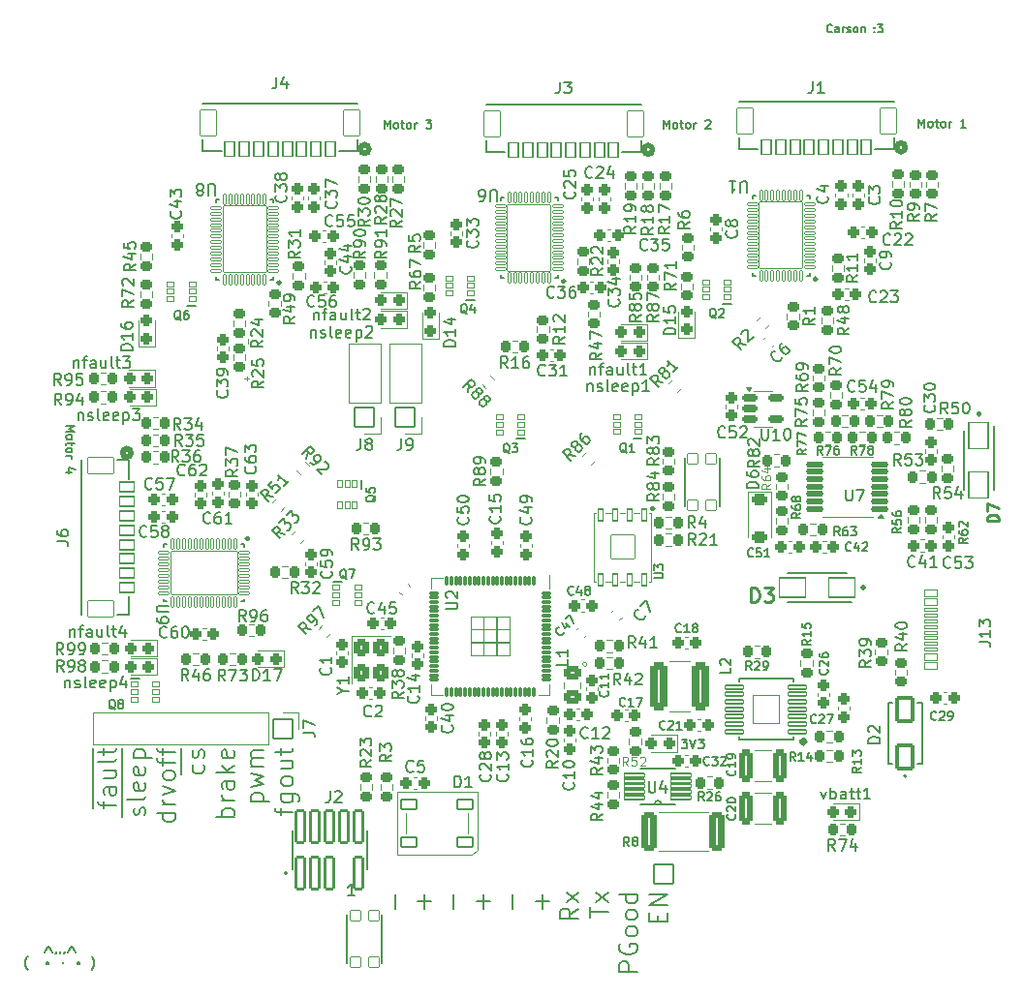
<source format=gto>
%TF.GenerationSoftware,KiCad,Pcbnew,9.0.1*%
%TF.CreationDate,2025-09-15T20:31:39-05:00*%
%TF.ProjectId,motor_board,6d6f746f-725f-4626-9f61-72642e6b6963,1.2*%
%TF.SameCoordinates,Original*%
%TF.FileFunction,Legend,Top*%
%TF.FilePolarity,Positive*%
%FSLAX46Y46*%
G04 Gerber Fmt 4.6, Leading zero omitted, Abs format (unit mm)*
G04 Created by KiCad (PCBNEW 9.0.1) date 2025-09-15 20:31:39*
%MOMM*%
%LPD*%
G01*
G04 APERTURE LIST*
G04 Aperture macros list*
%AMRoundRect*
0 Rectangle with rounded corners*
0 $1 Rounding radius*
0 $2 $3 $4 $5 $6 $7 $8 $9 X,Y pos of 4 corners*
0 Add a 4 corners polygon primitive as box body*
4,1,4,$2,$3,$4,$5,$6,$7,$8,$9,$2,$3,0*
0 Add four circle primitives for the rounded corners*
1,1,$1+$1,$2,$3*
1,1,$1+$1,$4,$5*
1,1,$1+$1,$6,$7*
1,1,$1+$1,$8,$9*
0 Add four rect primitives between the rounded corners*
20,1,$1+$1,$2,$3,$4,$5,0*
20,1,$1+$1,$4,$5,$6,$7,0*
20,1,$1+$1,$6,$7,$8,$9,0*
20,1,$1+$1,$8,$9,$2,$3,0*%
G04 Aperture macros list end*
%ADD10C,0.127000*%
%ADD11C,0.200000*%
%ADD12C,0.100000*%
%ADD13C,0.150000*%
%ADD14C,0.095250*%
%ADD15C,0.125000*%
%ADD16C,0.154432*%
%ADD17C,0.254000*%
%ADD18C,0.250000*%
%ADD19C,0.152400*%
%ADD20C,0.381000*%
%ADD21C,0.120000*%
%ADD22C,0.203200*%
%ADD23C,0.508000*%
%ADD24C,0.240278*%
%ADD25RoundRect,0.063500X0.800100X0.152400X-0.800100X0.152400X-0.800100X-0.152400X0.800100X-0.152400X0*%
%ADD26RoundRect,0.063500X1.155000X1.230000X-1.155000X1.230000X-1.155000X-1.230000X1.155000X-1.230000X0*%
%ADD27RoundRect,0.250400X0.250400X0.275400X-0.250400X0.275400X-0.250400X-0.275400X0.250400X-0.275400X0*%
%ADD28RoundRect,0.250400X-0.250400X-0.275400X0.250400X-0.275400X0.250400X0.275400X-0.250400X0.275400X0*%
%ADD29RoundRect,0.225400X0.300400X-0.225400X0.300400X0.225400X-0.300400X0.225400X-0.300400X-0.225400X0*%
%ADD30RoundRect,0.250400X0.275400X-0.250400X0.275400X0.250400X-0.275400X0.250400X-0.275400X-0.250400X0*%
%ADD31C,5.701600*%
%ADD32C,2.000000*%
%ADD33RoundRect,0.225400X0.225400X0.300400X-0.225400X0.300400X-0.225400X-0.300400X0.225400X-0.300400X0*%
%ADD34RoundRect,0.225400X-0.225400X-0.300400X0.225400X-0.300400X0.225400X0.300400X-0.225400X0.300400X0*%
%ADD35RoundRect,0.270735X0.392565X1.455065X-0.392565X1.455065X-0.392565X-1.455065X0.392565X-1.455065X0*%
%ADD36RoundRect,0.355555X0.445245X1.795245X-0.445245X1.795245X-0.445245X-1.795245X0.445245X-1.795245X0*%
%ADD37RoundRect,0.272087X-0.353713X-1.128713X0.353713X-1.128713X0.353713X1.128713X-0.353713X1.128713X0*%
%ADD38RoundRect,0.050800X0.889000X0.165100X-0.889000X0.165100X-0.889000X-0.165100X0.889000X-0.165100X0*%
%ADD39C,0.701600*%
%ADD40RoundRect,0.050800X0.575000X-0.300000X0.575000X0.300000X-0.575000X0.300000X-0.575000X-0.300000X0*%
%ADD41RoundRect,0.050800X0.575000X-0.150000X0.575000X0.150000X-0.575000X0.150000X-0.575000X-0.150000X0*%
%ADD42O,2.251600X1.151600*%
%ADD43O,1.951600X1.151600*%
%ADD44RoundRect,0.244150X0.244150X0.281650X-0.244150X0.281650X-0.244150X-0.281650X0.244150X-0.281650X0*%
%ADD45RoundRect,0.250400X0.371797X0.017678X0.017678X0.371797X-0.371797X-0.017678X-0.017678X-0.371797X0*%
%ADD46RoundRect,0.250400X-0.275400X0.250400X-0.275400X-0.250400X0.275400X-0.250400X0.275400X0.250400X0*%
%ADD47RoundRect,0.225400X-0.300400X0.225400X-0.300400X-0.225400X0.300400X-0.225400X0.300400X0.225400X0*%
%ADD48RoundRect,0.050800X-0.121236X-0.453033X0.121236X-0.453033X0.121236X0.453033X-0.121236X0.453033X0*%
%ADD49RoundRect,0.050800X-0.453033X0.121236X-0.453033X-0.121236X0.453033X-0.121236X0.453033X0.121236X0*%
%ADD50C,0.401600*%
%ADD51RoundRect,0.050800X-2.900000X1.900000X-2.900000X-1.900000X2.900000X-1.900000X2.900000X1.900000X0*%
%ADD52RoundRect,0.175400X-0.537900X-0.175400X0.537900X-0.175400X0.537900X0.175400X-0.537900X0.175400X0*%
%ADD53RoundRect,0.050800X0.300000X-0.200000X0.300000X0.200000X-0.300000X0.200000X-0.300000X-0.200000X0*%
%ADD54RoundRect,0.050800X-0.850000X0.850000X-0.850000X-0.850000X0.850000X-0.850000X0.850000X0.850000X0*%
%ADD55C,1.801600*%
%ADD56RoundRect,0.190740X0.676260X-1.016260X0.676260X1.016260X-0.676260X1.016260X-0.676260X-1.016260X0*%
%ADD57RoundRect,0.050800X0.121236X0.453033X-0.121236X0.453033X-0.121236X-0.453033X0.121236X-0.453033X0*%
%ADD58RoundRect,0.050800X1.900000X2.900000X-1.900000X2.900000X-1.900000X-2.900000X1.900000X-2.900000X0*%
%ADD59RoundRect,0.244150X0.281650X-0.244150X0.281650X0.244150X-0.281650X0.244150X-0.281650X-0.244150X0*%
%ADD60RoundRect,0.225400X-0.053033X0.371797X-0.371797X0.053033X0.053033X-0.371797X0.371797X-0.053033X0*%
%ADD61RoundRect,0.100160X-0.700640X-0.400640X0.700640X-0.400640X0.700640X0.400640X-0.700640X0.400640X0*%
%ADD62RoundRect,0.050800X-0.300000X0.200000X-0.300000X-0.200000X0.300000X-0.200000X0.300000X0.200000X0*%
%ADD63RoundRect,0.102000X-0.370000X-1.395000X0.370000X-1.395000X0.370000X1.395000X-0.370000X1.395000X0*%
%ADD64RoundRect,0.272087X-0.478713X0.353713X-0.478713X-0.353713X0.478713X-0.353713X0.478713X0.353713X0*%
%ADD65RoundRect,0.050800X0.450000X-0.450000X0.450000X0.450000X-0.450000X0.450000X-0.450000X-0.450000X0*%
%ADD66RoundRect,0.050800X-0.419100X-0.647700X0.419100X-0.647700X0.419100X0.647700X-0.419100X0.647700X0*%
%ADD67RoundRect,0.050800X-0.698500X-1.130300X0.698500X-1.130300X0.698500X1.130300X-0.698500X1.130300X0*%
%ADD68RoundRect,0.050800X-0.200000X-0.300000X0.200000X-0.300000X0.200000X0.300000X-0.200000X0.300000X0*%
%ADD69RoundRect,0.050800X0.850000X0.850000X-0.850000X0.850000X-0.850000X-0.850000X0.850000X-0.850000X0*%
%ADD70RoundRect,0.271166X-0.379634X0.479634X-0.379634X-0.479634X0.379634X-0.479634X0.379634X0.479634X0*%
%ADD71RoundRect,0.225400X0.053033X-0.371797X0.371797X-0.053033X-0.053033X0.371797X-0.371797X0.053033X0*%
%ADD72RoundRect,0.125400X0.662900X0.125400X-0.662900X0.125400X-0.662900X-0.125400X0.662900X-0.125400X0*%
%ADD73RoundRect,0.063500X-0.225000X0.525000X-0.225000X-0.525000X0.225000X-0.525000X0.225000X0.525000X0*%
%ADD74RoundRect,0.063500X-1.050000X-1.050000X1.050000X-1.050000X1.050000X1.050000X-1.050000X1.050000X0*%
%ADD75RoundRect,0.250400X0.017678X-0.371797X0.371797X-0.017678X-0.017678X0.371797X-0.371797X0.017678X0*%
%ADD76RoundRect,0.050800X-0.450000X0.450000X-0.450000X-0.450000X0.450000X-0.450000X0.450000X0.450000X0*%
%ADD77RoundRect,0.050800X-1.175000X0.850000X-1.175000X-0.850000X1.175000X-0.850000X1.175000X0.850000X0*%
%ADD78RoundRect,0.225400X0.371797X0.053033X0.053033X0.371797X-0.371797X-0.053033X-0.053033X-0.371797X0*%
%ADD79RoundRect,0.050800X-0.850000X-1.175000X0.850000X-1.175000X0.850000X1.175000X-0.850000X1.175000X0*%
%ADD80RoundRect,0.250400X-0.400400X0.250400X-0.400400X-0.250400X0.400400X-0.250400X0.400400X0.250400X0*%
%ADD81RoundRect,0.080400X-0.080400X-0.360400X0.080400X-0.360400X0.080400X0.360400X-0.080400X0.360400X0*%
%ADD82RoundRect,0.080400X-0.360400X0.080400X-0.360400X-0.080400X0.360400X-0.080400X0.360400X0.080400X0*%
%ADD83RoundRect,0.050800X-0.566666X0.566666X-0.566666X-0.566666X0.566666X-0.566666X0.566666X0.566666X0*%
%ADD84RoundRect,0.050800X0.647700X-0.419100X0.647700X0.419100X-0.647700X0.419100X-0.647700X-0.419100X0*%
%ADD85RoundRect,0.050800X1.130300X-0.698500X1.130300X0.698500X-1.130300X0.698500X-1.130300X-0.698500X0*%
%ADD86RoundRect,0.250400X-0.017678X0.371797X-0.371797X0.017678X0.017678X-0.371797X0.371797X-0.017678X0*%
%ADD87RoundRect,0.050800X0.850000X-0.850000X0.850000X0.850000X-0.850000X0.850000X-0.850000X-0.850000X0*%
G04 APERTURE END LIST*
D10*
X102843550Y-138063364D02*
X102516979Y-137482793D01*
X102516979Y-137482793D02*
X102190407Y-138063364D01*
X103206408Y-138027079D02*
X103206408Y-138063364D01*
X103206408Y-138063364D02*
X103170122Y-138135936D01*
X103170122Y-138135936D02*
X103133836Y-138172221D01*
X103569265Y-138027079D02*
X103569265Y-138063364D01*
X103569265Y-138063364D02*
X103532979Y-138135936D01*
X103532979Y-138135936D02*
X103496693Y-138172221D01*
X103932122Y-138027079D02*
X103932122Y-138063364D01*
X103932122Y-138063364D02*
X103895836Y-138135936D01*
X103895836Y-138135936D02*
X103859550Y-138172221D01*
X104875550Y-138063364D02*
X104548979Y-137482793D01*
X104548979Y-137482793D02*
X104222407Y-138063364D01*
X100702694Y-139580427D02*
X100666409Y-139544141D01*
X100666409Y-139544141D02*
X100593837Y-139435284D01*
X100593837Y-139435284D02*
X100557552Y-139362713D01*
X100557552Y-139362713D02*
X100521266Y-139253856D01*
X100521266Y-139253856D02*
X100484980Y-139072427D01*
X100484980Y-139072427D02*
X100484980Y-138927284D01*
X100484980Y-138927284D02*
X100521266Y-138745856D01*
X100521266Y-138745856D02*
X100557552Y-138636998D01*
X100557552Y-138636998D02*
X100593837Y-138564427D01*
X100593837Y-138564427D02*
X100666409Y-138455570D01*
X100666409Y-138455570D02*
X100702694Y-138419284D01*
X102371836Y-138927284D02*
X102371836Y-139072427D01*
X102408122Y-139072427D02*
X102408122Y-138927284D01*
X102444408Y-138890998D02*
X102444408Y-139108713D01*
X102480694Y-139072427D02*
X102480694Y-138927284D01*
X102516979Y-138927284D02*
X102516979Y-139072427D01*
X102371836Y-139036141D02*
X102444408Y-139108713D01*
X102444408Y-139108713D02*
X102516979Y-139036141D01*
X102371836Y-138963570D02*
X102444408Y-138890998D01*
X102444408Y-138890998D02*
X102516979Y-138963570D01*
X102371836Y-138927284D02*
X102444408Y-138890998D01*
X102444408Y-138890998D02*
X102516979Y-138927284D01*
X102516979Y-138927284D02*
X102553265Y-138999856D01*
X102553265Y-138999856D02*
X102516979Y-139072427D01*
X102516979Y-139072427D02*
X102444408Y-139108713D01*
X102444408Y-139108713D02*
X102371836Y-139072427D01*
X102371836Y-139072427D02*
X102335551Y-138999856D01*
X102335551Y-138999856D02*
X102371836Y-138927284D01*
X103786979Y-138963570D02*
X103750694Y-138999856D01*
X103750694Y-138999856D02*
X103786979Y-139036141D01*
X103786979Y-139036141D02*
X103823265Y-138999856D01*
X103823265Y-138999856D02*
X103786979Y-138963570D01*
X103786979Y-138963570D02*
X103786979Y-139036141D01*
X105056978Y-138927284D02*
X105056978Y-139072427D01*
X105093264Y-139072427D02*
X105093264Y-138927284D01*
X105129550Y-138890998D02*
X105129550Y-139108713D01*
X105165836Y-139072427D02*
X105165836Y-138927284D01*
X105202121Y-138927284D02*
X105202121Y-139072427D01*
X105056978Y-139036141D02*
X105129550Y-139108713D01*
X105129550Y-139108713D02*
X105202121Y-139036141D01*
X105056978Y-138963570D02*
X105129550Y-138890998D01*
X105129550Y-138890998D02*
X105202121Y-138963570D01*
X105056978Y-138927284D02*
X105129550Y-138890998D01*
X105129550Y-138890998D02*
X105202121Y-138927284D01*
X105202121Y-138927284D02*
X105238407Y-138999856D01*
X105238407Y-138999856D02*
X105202121Y-139072427D01*
X105202121Y-139072427D02*
X105129550Y-139108713D01*
X105129550Y-139108713D02*
X105056978Y-139072427D01*
X105056978Y-139072427D02*
X105020693Y-138999856D01*
X105020693Y-138999856D02*
X105056978Y-138927284D01*
X106290693Y-139580427D02*
X106326978Y-139544141D01*
X106326978Y-139544141D02*
X106399550Y-139435284D01*
X106399550Y-139435284D02*
X106435836Y-139362713D01*
X106435836Y-139362713D02*
X106472121Y-139253856D01*
X106472121Y-139253856D02*
X106508407Y-139072427D01*
X106508407Y-139072427D02*
X106508407Y-138927284D01*
X106508407Y-138927284D02*
X106472121Y-138745856D01*
X106472121Y-138745856D02*
X106435836Y-138636998D01*
X106435836Y-138636998D02*
X106399550Y-138564427D01*
X106399550Y-138564427D02*
X106326978Y-138455570D01*
X106326978Y-138455570D02*
X106290693Y-138419284D01*
X131864980Y-66000141D02*
X131864980Y-65238141D01*
X131864980Y-65238141D02*
X132118980Y-65782427D01*
X132118980Y-65782427D02*
X132372980Y-65238141D01*
X132372980Y-65238141D02*
X132372980Y-66000141D01*
X132844694Y-66000141D02*
X132772123Y-65963856D01*
X132772123Y-65963856D02*
X132735837Y-65927570D01*
X132735837Y-65927570D02*
X132699551Y-65854998D01*
X132699551Y-65854998D02*
X132699551Y-65637284D01*
X132699551Y-65637284D02*
X132735837Y-65564713D01*
X132735837Y-65564713D02*
X132772123Y-65528427D01*
X132772123Y-65528427D02*
X132844694Y-65492141D01*
X132844694Y-65492141D02*
X132953551Y-65492141D01*
X132953551Y-65492141D02*
X133026123Y-65528427D01*
X133026123Y-65528427D02*
X133062409Y-65564713D01*
X133062409Y-65564713D02*
X133098694Y-65637284D01*
X133098694Y-65637284D02*
X133098694Y-65854998D01*
X133098694Y-65854998D02*
X133062409Y-65927570D01*
X133062409Y-65927570D02*
X133026123Y-65963856D01*
X133026123Y-65963856D02*
X132953551Y-66000141D01*
X132953551Y-66000141D02*
X132844694Y-66000141D01*
X133316409Y-65492141D02*
X133606695Y-65492141D01*
X133425266Y-65238141D02*
X133425266Y-65891284D01*
X133425266Y-65891284D02*
X133461552Y-65963856D01*
X133461552Y-65963856D02*
X133534123Y-66000141D01*
X133534123Y-66000141D02*
X133606695Y-66000141D01*
X133969552Y-66000141D02*
X133896981Y-65963856D01*
X133896981Y-65963856D02*
X133860695Y-65927570D01*
X133860695Y-65927570D02*
X133824409Y-65854998D01*
X133824409Y-65854998D02*
X133824409Y-65637284D01*
X133824409Y-65637284D02*
X133860695Y-65564713D01*
X133860695Y-65564713D02*
X133896981Y-65528427D01*
X133896981Y-65528427D02*
X133969552Y-65492141D01*
X133969552Y-65492141D02*
X134078409Y-65492141D01*
X134078409Y-65492141D02*
X134150981Y-65528427D01*
X134150981Y-65528427D02*
X134187267Y-65564713D01*
X134187267Y-65564713D02*
X134223552Y-65637284D01*
X134223552Y-65637284D02*
X134223552Y-65854998D01*
X134223552Y-65854998D02*
X134187267Y-65927570D01*
X134187267Y-65927570D02*
X134150981Y-65963856D01*
X134150981Y-65963856D02*
X134078409Y-66000141D01*
X134078409Y-66000141D02*
X133969552Y-66000141D01*
X134550124Y-66000141D02*
X134550124Y-65492141D01*
X134550124Y-65637284D02*
X134586410Y-65564713D01*
X134586410Y-65564713D02*
X134622696Y-65528427D01*
X134622696Y-65528427D02*
X134695267Y-65492141D01*
X134695267Y-65492141D02*
X134767838Y-65492141D01*
X135529838Y-65238141D02*
X136001552Y-65238141D01*
X136001552Y-65238141D02*
X135747552Y-65528427D01*
X135747552Y-65528427D02*
X135856409Y-65528427D01*
X135856409Y-65528427D02*
X135928981Y-65564713D01*
X135928981Y-65564713D02*
X135965266Y-65600998D01*
X135965266Y-65600998D02*
X136001552Y-65673570D01*
X136001552Y-65673570D02*
X136001552Y-65854998D01*
X136001552Y-65854998D02*
X135965266Y-65927570D01*
X135965266Y-65927570D02*
X135928981Y-65963856D01*
X135928981Y-65963856D02*
X135856409Y-66000141D01*
X135856409Y-66000141D02*
X135638695Y-66000141D01*
X135638695Y-66000141D02*
X135566123Y-65963856D01*
X135566123Y-65963856D02*
X135529838Y-65927570D01*
X170990782Y-57527562D02*
X170957449Y-57560896D01*
X170957449Y-57560896D02*
X170857449Y-57594229D01*
X170857449Y-57594229D02*
X170790782Y-57594229D01*
X170790782Y-57594229D02*
X170690782Y-57560896D01*
X170690782Y-57560896D02*
X170624116Y-57494229D01*
X170624116Y-57494229D02*
X170590782Y-57427562D01*
X170590782Y-57427562D02*
X170557449Y-57294229D01*
X170557449Y-57294229D02*
X170557449Y-57194229D01*
X170557449Y-57194229D02*
X170590782Y-57060896D01*
X170590782Y-57060896D02*
X170624116Y-56994229D01*
X170624116Y-56994229D02*
X170690782Y-56927562D01*
X170690782Y-56927562D02*
X170790782Y-56894229D01*
X170790782Y-56894229D02*
X170857449Y-56894229D01*
X170857449Y-56894229D02*
X170957449Y-56927562D01*
X170957449Y-56927562D02*
X170990782Y-56960896D01*
X171590782Y-57594229D02*
X171590782Y-57227562D01*
X171590782Y-57227562D02*
X171557449Y-57160896D01*
X171557449Y-57160896D02*
X171490782Y-57127562D01*
X171490782Y-57127562D02*
X171357449Y-57127562D01*
X171357449Y-57127562D02*
X171290782Y-57160896D01*
X171590782Y-57560896D02*
X171524116Y-57594229D01*
X171524116Y-57594229D02*
X171357449Y-57594229D01*
X171357449Y-57594229D02*
X171290782Y-57560896D01*
X171290782Y-57560896D02*
X171257449Y-57494229D01*
X171257449Y-57494229D02*
X171257449Y-57427562D01*
X171257449Y-57427562D02*
X171290782Y-57360896D01*
X171290782Y-57360896D02*
X171357449Y-57327562D01*
X171357449Y-57327562D02*
X171524116Y-57327562D01*
X171524116Y-57327562D02*
X171590782Y-57294229D01*
X171924115Y-57594229D02*
X171924115Y-57127562D01*
X171924115Y-57260896D02*
X171957449Y-57194229D01*
X171957449Y-57194229D02*
X171990782Y-57160896D01*
X171990782Y-57160896D02*
X172057449Y-57127562D01*
X172057449Y-57127562D02*
X172124115Y-57127562D01*
X172324115Y-57560896D02*
X172390782Y-57594229D01*
X172390782Y-57594229D02*
X172524115Y-57594229D01*
X172524115Y-57594229D02*
X172590782Y-57560896D01*
X172590782Y-57560896D02*
X172624115Y-57494229D01*
X172624115Y-57494229D02*
X172624115Y-57460896D01*
X172624115Y-57460896D02*
X172590782Y-57394229D01*
X172590782Y-57394229D02*
X172524115Y-57360896D01*
X172524115Y-57360896D02*
X172424115Y-57360896D01*
X172424115Y-57360896D02*
X172357448Y-57327562D01*
X172357448Y-57327562D02*
X172324115Y-57260896D01*
X172324115Y-57260896D02*
X172324115Y-57227562D01*
X172324115Y-57227562D02*
X172357448Y-57160896D01*
X172357448Y-57160896D02*
X172424115Y-57127562D01*
X172424115Y-57127562D02*
X172524115Y-57127562D01*
X172524115Y-57127562D02*
X172590782Y-57160896D01*
X173024115Y-57594229D02*
X172957449Y-57560896D01*
X172957449Y-57560896D02*
X172924115Y-57527562D01*
X172924115Y-57527562D02*
X172890782Y-57460896D01*
X172890782Y-57460896D02*
X172890782Y-57260896D01*
X172890782Y-57260896D02*
X172924115Y-57194229D01*
X172924115Y-57194229D02*
X172957449Y-57160896D01*
X172957449Y-57160896D02*
X173024115Y-57127562D01*
X173024115Y-57127562D02*
X173124115Y-57127562D01*
X173124115Y-57127562D02*
X173190782Y-57160896D01*
X173190782Y-57160896D02*
X173224115Y-57194229D01*
X173224115Y-57194229D02*
X173257449Y-57260896D01*
X173257449Y-57260896D02*
X173257449Y-57460896D01*
X173257449Y-57460896D02*
X173224115Y-57527562D01*
X173224115Y-57527562D02*
X173190782Y-57560896D01*
X173190782Y-57560896D02*
X173124115Y-57594229D01*
X173124115Y-57594229D02*
X173024115Y-57594229D01*
X173557448Y-57127562D02*
X173557448Y-57594229D01*
X173557448Y-57194229D02*
X173590782Y-57160896D01*
X173590782Y-57160896D02*
X173657448Y-57127562D01*
X173657448Y-57127562D02*
X173757448Y-57127562D01*
X173757448Y-57127562D02*
X173824115Y-57160896D01*
X173824115Y-57160896D02*
X173857448Y-57227562D01*
X173857448Y-57227562D02*
X173857448Y-57594229D01*
X174724114Y-57527562D02*
X174757448Y-57560896D01*
X174757448Y-57560896D02*
X174724114Y-57594229D01*
X174724114Y-57594229D02*
X174690781Y-57560896D01*
X174690781Y-57560896D02*
X174724114Y-57527562D01*
X174724114Y-57527562D02*
X174724114Y-57594229D01*
X174724114Y-57160896D02*
X174757448Y-57194229D01*
X174757448Y-57194229D02*
X174724114Y-57227562D01*
X174724114Y-57227562D02*
X174690781Y-57194229D01*
X174690781Y-57194229D02*
X174724114Y-57160896D01*
X174724114Y-57160896D02*
X174724114Y-57227562D01*
X174990781Y-56894229D02*
X175424114Y-56894229D01*
X175424114Y-56894229D02*
X175190781Y-57160896D01*
X175190781Y-57160896D02*
X175290781Y-57160896D01*
X175290781Y-57160896D02*
X175357447Y-57194229D01*
X175357447Y-57194229D02*
X175390781Y-57227562D01*
X175390781Y-57227562D02*
X175424114Y-57294229D01*
X175424114Y-57294229D02*
X175424114Y-57460896D01*
X175424114Y-57460896D02*
X175390781Y-57527562D01*
X175390781Y-57527562D02*
X175357447Y-57560896D01*
X175357447Y-57560896D02*
X175290781Y-57594229D01*
X175290781Y-57594229D02*
X175090781Y-57594229D01*
X175090781Y-57594229D02*
X175024114Y-57560896D01*
X175024114Y-57560896D02*
X174990781Y-57527562D01*
D11*
X107371663Y-125441102D02*
X107371663Y-124831578D01*
X108438330Y-125212530D02*
X107066901Y-125212530D01*
X107066901Y-125212530D02*
X106914520Y-125136340D01*
X106914520Y-125136340D02*
X106838330Y-124983959D01*
X106838330Y-124983959D02*
X106838330Y-124831578D01*
X108438330Y-123612530D02*
X107600235Y-123612530D01*
X107600235Y-123612530D02*
X107447854Y-123688720D01*
X107447854Y-123688720D02*
X107371663Y-123841101D01*
X107371663Y-123841101D02*
X107371663Y-124145863D01*
X107371663Y-124145863D02*
X107447854Y-124298244D01*
X108362140Y-123612530D02*
X108438330Y-123764911D01*
X108438330Y-123764911D02*
X108438330Y-124145863D01*
X108438330Y-124145863D02*
X108362140Y-124298244D01*
X108362140Y-124298244D02*
X108209759Y-124374435D01*
X108209759Y-124374435D02*
X108057378Y-124374435D01*
X108057378Y-124374435D02*
X107904997Y-124298244D01*
X107904997Y-124298244D02*
X107828806Y-124145863D01*
X107828806Y-124145863D02*
X107828806Y-123764911D01*
X107828806Y-123764911D02*
X107752616Y-123612530D01*
X107371663Y-122164911D02*
X108438330Y-122164911D01*
X107371663Y-122850625D02*
X108209759Y-122850625D01*
X108209759Y-122850625D02*
X108362140Y-122774435D01*
X108362140Y-122774435D02*
X108438330Y-122622054D01*
X108438330Y-122622054D02*
X108438330Y-122393482D01*
X108438330Y-122393482D02*
X108362140Y-122241101D01*
X108362140Y-122241101D02*
X108285949Y-122164911D01*
X108438330Y-121174435D02*
X108362140Y-121326816D01*
X108362140Y-121326816D02*
X108209759Y-121403006D01*
X108209759Y-121403006D02*
X106838330Y-121403006D01*
X107371663Y-120793483D02*
X107371663Y-120183959D01*
X106838330Y-120564911D02*
X108209759Y-120564911D01*
X108209759Y-120564911D02*
X108362140Y-120488721D01*
X108362140Y-120488721D02*
X108438330Y-120336340D01*
X108438330Y-120336340D02*
X108438330Y-120183959D01*
X106394140Y-125433483D02*
X106394140Y-120191578D01*
X110938050Y-126050626D02*
X111014240Y-125898245D01*
X111014240Y-125898245D02*
X111014240Y-125593483D01*
X111014240Y-125593483D02*
X110938050Y-125441102D01*
X110938050Y-125441102D02*
X110785669Y-125364911D01*
X110785669Y-125364911D02*
X110709478Y-125364911D01*
X110709478Y-125364911D02*
X110557097Y-125441102D01*
X110557097Y-125441102D02*
X110480907Y-125593483D01*
X110480907Y-125593483D02*
X110480907Y-125822054D01*
X110480907Y-125822054D02*
X110404716Y-125974435D01*
X110404716Y-125974435D02*
X110252335Y-126050626D01*
X110252335Y-126050626D02*
X110176145Y-126050626D01*
X110176145Y-126050626D02*
X110023764Y-125974435D01*
X110023764Y-125974435D02*
X109947573Y-125822054D01*
X109947573Y-125822054D02*
X109947573Y-125593483D01*
X109947573Y-125593483D02*
X110023764Y-125441102D01*
X111014240Y-124450626D02*
X110938050Y-124603007D01*
X110938050Y-124603007D02*
X110785669Y-124679197D01*
X110785669Y-124679197D02*
X109414240Y-124679197D01*
X110938050Y-123231578D02*
X111014240Y-123383959D01*
X111014240Y-123383959D02*
X111014240Y-123688721D01*
X111014240Y-123688721D02*
X110938050Y-123841102D01*
X110938050Y-123841102D02*
X110785669Y-123917293D01*
X110785669Y-123917293D02*
X110176145Y-123917293D01*
X110176145Y-123917293D02*
X110023764Y-123841102D01*
X110023764Y-123841102D02*
X109947573Y-123688721D01*
X109947573Y-123688721D02*
X109947573Y-123383959D01*
X109947573Y-123383959D02*
X110023764Y-123231578D01*
X110023764Y-123231578D02*
X110176145Y-123155388D01*
X110176145Y-123155388D02*
X110328526Y-123155388D01*
X110328526Y-123155388D02*
X110480907Y-123917293D01*
X110938050Y-121860149D02*
X111014240Y-122012530D01*
X111014240Y-122012530D02*
X111014240Y-122317292D01*
X111014240Y-122317292D02*
X110938050Y-122469673D01*
X110938050Y-122469673D02*
X110785669Y-122545864D01*
X110785669Y-122545864D02*
X110176145Y-122545864D01*
X110176145Y-122545864D02*
X110023764Y-122469673D01*
X110023764Y-122469673D02*
X109947573Y-122317292D01*
X109947573Y-122317292D02*
X109947573Y-122012530D01*
X109947573Y-122012530D02*
X110023764Y-121860149D01*
X110023764Y-121860149D02*
X110176145Y-121783959D01*
X110176145Y-121783959D02*
X110328526Y-121783959D01*
X110328526Y-121783959D02*
X110480907Y-122545864D01*
X109947573Y-121098244D02*
X111547573Y-121098244D01*
X110023764Y-121098244D02*
X109947573Y-120945863D01*
X109947573Y-120945863D02*
X109947573Y-120641101D01*
X109947573Y-120641101D02*
X110023764Y-120488720D01*
X110023764Y-120488720D02*
X110099954Y-120412530D01*
X110099954Y-120412530D02*
X110252335Y-120336339D01*
X110252335Y-120336339D02*
X110709478Y-120336339D01*
X110709478Y-120336339D02*
X110861859Y-120412530D01*
X110861859Y-120412530D02*
X110938050Y-120488720D01*
X110938050Y-120488720D02*
X111014240Y-120641101D01*
X111014240Y-120641101D02*
X111014240Y-120945863D01*
X111014240Y-120945863D02*
X110938050Y-121098244D01*
X108970050Y-126195388D02*
X108970050Y-120191578D01*
X113590150Y-125898245D02*
X111990150Y-125898245D01*
X113513960Y-125898245D02*
X113590150Y-126050626D01*
X113590150Y-126050626D02*
X113590150Y-126355388D01*
X113590150Y-126355388D02*
X113513960Y-126507769D01*
X113513960Y-126507769D02*
X113437769Y-126583959D01*
X113437769Y-126583959D02*
X113285388Y-126660150D01*
X113285388Y-126660150D02*
X112828245Y-126660150D01*
X112828245Y-126660150D02*
X112675864Y-126583959D01*
X112675864Y-126583959D02*
X112599674Y-126507769D01*
X112599674Y-126507769D02*
X112523483Y-126355388D01*
X112523483Y-126355388D02*
X112523483Y-126050626D01*
X112523483Y-126050626D02*
X112599674Y-125898245D01*
X113590150Y-125136340D02*
X112523483Y-125136340D01*
X112828245Y-125136340D02*
X112675864Y-125060150D01*
X112675864Y-125060150D02*
X112599674Y-124983959D01*
X112599674Y-124983959D02*
X112523483Y-124831578D01*
X112523483Y-124831578D02*
X112523483Y-124679197D01*
X112523483Y-124298245D02*
X113590150Y-123917293D01*
X113590150Y-123917293D02*
X112523483Y-123536340D01*
X113590150Y-122698245D02*
X113513960Y-122850626D01*
X113513960Y-122850626D02*
X113437769Y-122926816D01*
X113437769Y-122926816D02*
X113285388Y-123003007D01*
X113285388Y-123003007D02*
X112828245Y-123003007D01*
X112828245Y-123003007D02*
X112675864Y-122926816D01*
X112675864Y-122926816D02*
X112599674Y-122850626D01*
X112599674Y-122850626D02*
X112523483Y-122698245D01*
X112523483Y-122698245D02*
X112523483Y-122469673D01*
X112523483Y-122469673D02*
X112599674Y-122317292D01*
X112599674Y-122317292D02*
X112675864Y-122241102D01*
X112675864Y-122241102D02*
X112828245Y-122164911D01*
X112828245Y-122164911D02*
X113285388Y-122164911D01*
X113285388Y-122164911D02*
X113437769Y-122241102D01*
X113437769Y-122241102D02*
X113513960Y-122317292D01*
X113513960Y-122317292D02*
X113590150Y-122469673D01*
X113590150Y-122469673D02*
X113590150Y-122698245D01*
X112523483Y-121707769D02*
X112523483Y-121098245D01*
X113590150Y-121479197D02*
X112218721Y-121479197D01*
X112218721Y-121479197D02*
X112066340Y-121403007D01*
X112066340Y-121403007D02*
X111990150Y-121250626D01*
X111990150Y-121250626D02*
X111990150Y-121098245D01*
X112523483Y-120793483D02*
X112523483Y-120183959D01*
X113590150Y-120564911D02*
X112218721Y-120564911D01*
X112218721Y-120564911D02*
X112066340Y-120488721D01*
X112066340Y-120488721D02*
X111990150Y-120336340D01*
X111990150Y-120336340D02*
X111990150Y-120183959D01*
X116089870Y-121631578D02*
X116166060Y-121783959D01*
X116166060Y-121783959D02*
X116166060Y-122088721D01*
X116166060Y-122088721D02*
X116089870Y-122241102D01*
X116089870Y-122241102D02*
X116013679Y-122317292D01*
X116013679Y-122317292D02*
X115861298Y-122393483D01*
X115861298Y-122393483D02*
X115404155Y-122393483D01*
X115404155Y-122393483D02*
X115251774Y-122317292D01*
X115251774Y-122317292D02*
X115175584Y-122241102D01*
X115175584Y-122241102D02*
X115099393Y-122088721D01*
X115099393Y-122088721D02*
X115099393Y-121783959D01*
X115099393Y-121783959D02*
X115175584Y-121631578D01*
X116089870Y-121022054D02*
X116166060Y-120869673D01*
X116166060Y-120869673D02*
X116166060Y-120564911D01*
X116166060Y-120564911D02*
X116089870Y-120412530D01*
X116089870Y-120412530D02*
X115937489Y-120336339D01*
X115937489Y-120336339D02*
X115861298Y-120336339D01*
X115861298Y-120336339D02*
X115708917Y-120412530D01*
X115708917Y-120412530D02*
X115632727Y-120564911D01*
X115632727Y-120564911D02*
X115632727Y-120793482D01*
X115632727Y-120793482D02*
X115556536Y-120945863D01*
X115556536Y-120945863D02*
X115404155Y-121022054D01*
X115404155Y-121022054D02*
X115327965Y-121022054D01*
X115327965Y-121022054D02*
X115175584Y-120945863D01*
X115175584Y-120945863D02*
X115099393Y-120793482D01*
X115099393Y-120793482D02*
X115099393Y-120564911D01*
X115099393Y-120564911D02*
X115175584Y-120412530D01*
X114121870Y-122538245D02*
X114121870Y-120191578D01*
X118741970Y-126203006D02*
X117141970Y-126203006D01*
X117751494Y-126203006D02*
X117675303Y-126050625D01*
X117675303Y-126050625D02*
X117675303Y-125745863D01*
X117675303Y-125745863D02*
X117751494Y-125593482D01*
X117751494Y-125593482D02*
X117827684Y-125517292D01*
X117827684Y-125517292D02*
X117980065Y-125441101D01*
X117980065Y-125441101D02*
X118437208Y-125441101D01*
X118437208Y-125441101D02*
X118589589Y-125517292D01*
X118589589Y-125517292D02*
X118665780Y-125593482D01*
X118665780Y-125593482D02*
X118741970Y-125745863D01*
X118741970Y-125745863D02*
X118741970Y-126050625D01*
X118741970Y-126050625D02*
X118665780Y-126203006D01*
X118741970Y-124755387D02*
X117675303Y-124755387D01*
X117980065Y-124755387D02*
X117827684Y-124679197D01*
X117827684Y-124679197D02*
X117751494Y-124603006D01*
X117751494Y-124603006D02*
X117675303Y-124450625D01*
X117675303Y-124450625D02*
X117675303Y-124298244D01*
X118741970Y-123079197D02*
X117903875Y-123079197D01*
X117903875Y-123079197D02*
X117751494Y-123155387D01*
X117751494Y-123155387D02*
X117675303Y-123307768D01*
X117675303Y-123307768D02*
X117675303Y-123612530D01*
X117675303Y-123612530D02*
X117751494Y-123764911D01*
X118665780Y-123079197D02*
X118741970Y-123231578D01*
X118741970Y-123231578D02*
X118741970Y-123612530D01*
X118741970Y-123612530D02*
X118665780Y-123764911D01*
X118665780Y-123764911D02*
X118513399Y-123841102D01*
X118513399Y-123841102D02*
X118361018Y-123841102D01*
X118361018Y-123841102D02*
X118208637Y-123764911D01*
X118208637Y-123764911D02*
X118132446Y-123612530D01*
X118132446Y-123612530D02*
X118132446Y-123231578D01*
X118132446Y-123231578D02*
X118056256Y-123079197D01*
X118741970Y-122317292D02*
X117141970Y-122317292D01*
X118132446Y-122164911D02*
X118741970Y-121707768D01*
X117675303Y-121707768D02*
X118284827Y-122317292D01*
X118665780Y-120412530D02*
X118741970Y-120564911D01*
X118741970Y-120564911D02*
X118741970Y-120869673D01*
X118741970Y-120869673D02*
X118665780Y-121022054D01*
X118665780Y-121022054D02*
X118513399Y-121098245D01*
X118513399Y-121098245D02*
X117903875Y-121098245D01*
X117903875Y-121098245D02*
X117751494Y-121022054D01*
X117751494Y-121022054D02*
X117675303Y-120869673D01*
X117675303Y-120869673D02*
X117675303Y-120564911D01*
X117675303Y-120564911D02*
X117751494Y-120412530D01*
X117751494Y-120412530D02*
X117903875Y-120336340D01*
X117903875Y-120336340D02*
X118056256Y-120336340D01*
X118056256Y-120336340D02*
X118208637Y-121098245D01*
X120251213Y-124907767D02*
X121851213Y-124907767D01*
X120327404Y-124907767D02*
X120251213Y-124755386D01*
X120251213Y-124755386D02*
X120251213Y-124450624D01*
X120251213Y-124450624D02*
X120327404Y-124298243D01*
X120327404Y-124298243D02*
X120403594Y-124222053D01*
X120403594Y-124222053D02*
X120555975Y-124145862D01*
X120555975Y-124145862D02*
X121013118Y-124145862D01*
X121013118Y-124145862D02*
X121165499Y-124222053D01*
X121165499Y-124222053D02*
X121241690Y-124298243D01*
X121241690Y-124298243D02*
X121317880Y-124450624D01*
X121317880Y-124450624D02*
X121317880Y-124755386D01*
X121317880Y-124755386D02*
X121241690Y-124907767D01*
X120251213Y-123612529D02*
X121317880Y-123307767D01*
X121317880Y-123307767D02*
X120555975Y-123003005D01*
X120555975Y-123003005D02*
X121317880Y-122698243D01*
X121317880Y-122698243D02*
X120251213Y-122393481D01*
X121317880Y-121783958D02*
X120251213Y-121783958D01*
X120403594Y-121783958D02*
X120327404Y-121707768D01*
X120327404Y-121707768D02*
X120251213Y-121555387D01*
X120251213Y-121555387D02*
X120251213Y-121326815D01*
X120251213Y-121326815D02*
X120327404Y-121174434D01*
X120327404Y-121174434D02*
X120479785Y-121098244D01*
X120479785Y-121098244D02*
X121317880Y-121098244D01*
X120479785Y-121098244D02*
X120327404Y-121022053D01*
X120327404Y-121022053D02*
X120251213Y-120869672D01*
X120251213Y-120869672D02*
X120251213Y-120641101D01*
X120251213Y-120641101D02*
X120327404Y-120488720D01*
X120327404Y-120488720D02*
X120479785Y-120412530D01*
X120479785Y-120412530D02*
X121317880Y-120412530D01*
X122827123Y-126050626D02*
X122827123Y-125441102D01*
X123893790Y-125822054D02*
X122522361Y-125822054D01*
X122522361Y-125822054D02*
X122369980Y-125745864D01*
X122369980Y-125745864D02*
X122293790Y-125593483D01*
X122293790Y-125593483D02*
X122293790Y-125441102D01*
X122827123Y-124222054D02*
X124122361Y-124222054D01*
X124122361Y-124222054D02*
X124274742Y-124298244D01*
X124274742Y-124298244D02*
X124350933Y-124374435D01*
X124350933Y-124374435D02*
X124427123Y-124526816D01*
X124427123Y-124526816D02*
X124427123Y-124755387D01*
X124427123Y-124755387D02*
X124350933Y-124907768D01*
X123817600Y-124222054D02*
X123893790Y-124374435D01*
X123893790Y-124374435D02*
X123893790Y-124679197D01*
X123893790Y-124679197D02*
X123817600Y-124831578D01*
X123817600Y-124831578D02*
X123741409Y-124907768D01*
X123741409Y-124907768D02*
X123589028Y-124983959D01*
X123589028Y-124983959D02*
X123131885Y-124983959D01*
X123131885Y-124983959D02*
X122979504Y-124907768D01*
X122979504Y-124907768D02*
X122903314Y-124831578D01*
X122903314Y-124831578D02*
X122827123Y-124679197D01*
X122827123Y-124679197D02*
X122827123Y-124374435D01*
X122827123Y-124374435D02*
X122903314Y-124222054D01*
X123893790Y-123231578D02*
X123817600Y-123383959D01*
X123817600Y-123383959D02*
X123741409Y-123460149D01*
X123741409Y-123460149D02*
X123589028Y-123536340D01*
X123589028Y-123536340D02*
X123131885Y-123536340D01*
X123131885Y-123536340D02*
X122979504Y-123460149D01*
X122979504Y-123460149D02*
X122903314Y-123383959D01*
X122903314Y-123383959D02*
X122827123Y-123231578D01*
X122827123Y-123231578D02*
X122827123Y-123003006D01*
X122827123Y-123003006D02*
X122903314Y-122850625D01*
X122903314Y-122850625D02*
X122979504Y-122774435D01*
X122979504Y-122774435D02*
X123131885Y-122698244D01*
X123131885Y-122698244D02*
X123589028Y-122698244D01*
X123589028Y-122698244D02*
X123741409Y-122774435D01*
X123741409Y-122774435D02*
X123817600Y-122850625D01*
X123817600Y-122850625D02*
X123893790Y-123003006D01*
X123893790Y-123003006D02*
X123893790Y-123231578D01*
X122827123Y-121326816D02*
X123893790Y-121326816D01*
X122827123Y-122012530D02*
X123665219Y-122012530D01*
X123665219Y-122012530D02*
X123817600Y-121936340D01*
X123817600Y-121936340D02*
X123893790Y-121783959D01*
X123893790Y-121783959D02*
X123893790Y-121555387D01*
X123893790Y-121555387D02*
X123817600Y-121403006D01*
X123817600Y-121403006D02*
X123741409Y-121326816D01*
X122827123Y-120793483D02*
X122827123Y-120183959D01*
X122293790Y-120564911D02*
X123665219Y-120564911D01*
X123665219Y-120564911D02*
X123817600Y-120488721D01*
X123817600Y-120488721D02*
X123893790Y-120336340D01*
X123893790Y-120336340D02*
X123893790Y-120183959D01*
D12*
X119843133Y-88065789D02*
X119843133Y-87684837D01*
X120033609Y-87875313D02*
X119652657Y-87875313D01*
D10*
X156264980Y-66000141D02*
X156264980Y-65238141D01*
X156264980Y-65238141D02*
X156518980Y-65782427D01*
X156518980Y-65782427D02*
X156772980Y-65238141D01*
X156772980Y-65238141D02*
X156772980Y-66000141D01*
X157244694Y-66000141D02*
X157172123Y-65963856D01*
X157172123Y-65963856D02*
X157135837Y-65927570D01*
X157135837Y-65927570D02*
X157099551Y-65854998D01*
X157099551Y-65854998D02*
X157099551Y-65637284D01*
X157099551Y-65637284D02*
X157135837Y-65564713D01*
X157135837Y-65564713D02*
X157172123Y-65528427D01*
X157172123Y-65528427D02*
X157244694Y-65492141D01*
X157244694Y-65492141D02*
X157353551Y-65492141D01*
X157353551Y-65492141D02*
X157426123Y-65528427D01*
X157426123Y-65528427D02*
X157462409Y-65564713D01*
X157462409Y-65564713D02*
X157498694Y-65637284D01*
X157498694Y-65637284D02*
X157498694Y-65854998D01*
X157498694Y-65854998D02*
X157462409Y-65927570D01*
X157462409Y-65927570D02*
X157426123Y-65963856D01*
X157426123Y-65963856D02*
X157353551Y-66000141D01*
X157353551Y-66000141D02*
X157244694Y-66000141D01*
X157716409Y-65492141D02*
X158006695Y-65492141D01*
X157825266Y-65238141D02*
X157825266Y-65891284D01*
X157825266Y-65891284D02*
X157861552Y-65963856D01*
X157861552Y-65963856D02*
X157934123Y-66000141D01*
X157934123Y-66000141D02*
X158006695Y-66000141D01*
X158369552Y-66000141D02*
X158296981Y-65963856D01*
X158296981Y-65963856D02*
X158260695Y-65927570D01*
X158260695Y-65927570D02*
X158224409Y-65854998D01*
X158224409Y-65854998D02*
X158224409Y-65637284D01*
X158224409Y-65637284D02*
X158260695Y-65564713D01*
X158260695Y-65564713D02*
X158296981Y-65528427D01*
X158296981Y-65528427D02*
X158369552Y-65492141D01*
X158369552Y-65492141D02*
X158478409Y-65492141D01*
X158478409Y-65492141D02*
X158550981Y-65528427D01*
X158550981Y-65528427D02*
X158587267Y-65564713D01*
X158587267Y-65564713D02*
X158623552Y-65637284D01*
X158623552Y-65637284D02*
X158623552Y-65854998D01*
X158623552Y-65854998D02*
X158587267Y-65927570D01*
X158587267Y-65927570D02*
X158550981Y-65963856D01*
X158550981Y-65963856D02*
X158478409Y-66000141D01*
X158478409Y-66000141D02*
X158369552Y-66000141D01*
X158950124Y-66000141D02*
X158950124Y-65492141D01*
X158950124Y-65637284D02*
X158986410Y-65564713D01*
X158986410Y-65564713D02*
X159022696Y-65528427D01*
X159022696Y-65528427D02*
X159095267Y-65492141D01*
X159095267Y-65492141D02*
X159167838Y-65492141D01*
X159966123Y-65310713D02*
X160002409Y-65274427D01*
X160002409Y-65274427D02*
X160074981Y-65238141D01*
X160074981Y-65238141D02*
X160256409Y-65238141D01*
X160256409Y-65238141D02*
X160328981Y-65274427D01*
X160328981Y-65274427D02*
X160365266Y-65310713D01*
X160365266Y-65310713D02*
X160401552Y-65383284D01*
X160401552Y-65383284D02*
X160401552Y-65455856D01*
X160401552Y-65455856D02*
X160365266Y-65564713D01*
X160365266Y-65564713D02*
X159929838Y-66000141D01*
X159929838Y-66000141D02*
X160401552Y-66000141D01*
X104079858Y-91984980D02*
X104841858Y-91984980D01*
X104841858Y-91984980D02*
X104297572Y-92238980D01*
X104297572Y-92238980D02*
X104841858Y-92492980D01*
X104841858Y-92492980D02*
X104079858Y-92492980D01*
X104079858Y-92964694D02*
X104116144Y-92892123D01*
X104116144Y-92892123D02*
X104152429Y-92855837D01*
X104152429Y-92855837D02*
X104225001Y-92819551D01*
X104225001Y-92819551D02*
X104442715Y-92819551D01*
X104442715Y-92819551D02*
X104515286Y-92855837D01*
X104515286Y-92855837D02*
X104551572Y-92892123D01*
X104551572Y-92892123D02*
X104587858Y-92964694D01*
X104587858Y-92964694D02*
X104587858Y-93073551D01*
X104587858Y-93073551D02*
X104551572Y-93146123D01*
X104551572Y-93146123D02*
X104515286Y-93182409D01*
X104515286Y-93182409D02*
X104442715Y-93218694D01*
X104442715Y-93218694D02*
X104225001Y-93218694D01*
X104225001Y-93218694D02*
X104152429Y-93182409D01*
X104152429Y-93182409D02*
X104116144Y-93146123D01*
X104116144Y-93146123D02*
X104079858Y-93073551D01*
X104079858Y-93073551D02*
X104079858Y-92964694D01*
X104587858Y-93436409D02*
X104587858Y-93726695D01*
X104841858Y-93545266D02*
X104188715Y-93545266D01*
X104188715Y-93545266D02*
X104116144Y-93581552D01*
X104116144Y-93581552D02*
X104079858Y-93654123D01*
X104079858Y-93654123D02*
X104079858Y-93726695D01*
X104079858Y-94089552D02*
X104116144Y-94016981D01*
X104116144Y-94016981D02*
X104152429Y-93980695D01*
X104152429Y-93980695D02*
X104225001Y-93944409D01*
X104225001Y-93944409D02*
X104442715Y-93944409D01*
X104442715Y-93944409D02*
X104515286Y-93980695D01*
X104515286Y-93980695D02*
X104551572Y-94016981D01*
X104551572Y-94016981D02*
X104587858Y-94089552D01*
X104587858Y-94089552D02*
X104587858Y-94198409D01*
X104587858Y-94198409D02*
X104551572Y-94270981D01*
X104551572Y-94270981D02*
X104515286Y-94307267D01*
X104515286Y-94307267D02*
X104442715Y-94343552D01*
X104442715Y-94343552D02*
X104225001Y-94343552D01*
X104225001Y-94343552D02*
X104152429Y-94307267D01*
X104152429Y-94307267D02*
X104116144Y-94270981D01*
X104116144Y-94270981D02*
X104079858Y-94198409D01*
X104079858Y-94198409D02*
X104079858Y-94089552D01*
X104079858Y-94670124D02*
X104587858Y-94670124D01*
X104442715Y-94670124D02*
X104515286Y-94706410D01*
X104515286Y-94706410D02*
X104551572Y-94742696D01*
X104551572Y-94742696D02*
X104587858Y-94815267D01*
X104587858Y-94815267D02*
X104587858Y-94887838D01*
X104587858Y-96048981D02*
X104079858Y-96048981D01*
X104878144Y-95867552D02*
X104333858Y-95686123D01*
X104333858Y-95686123D02*
X104333858Y-96157838D01*
X178564980Y-65900141D02*
X178564980Y-65138141D01*
X178564980Y-65138141D02*
X178818980Y-65682427D01*
X178818980Y-65682427D02*
X179072980Y-65138141D01*
X179072980Y-65138141D02*
X179072980Y-65900141D01*
X179544694Y-65900141D02*
X179472123Y-65863856D01*
X179472123Y-65863856D02*
X179435837Y-65827570D01*
X179435837Y-65827570D02*
X179399551Y-65754998D01*
X179399551Y-65754998D02*
X179399551Y-65537284D01*
X179399551Y-65537284D02*
X179435837Y-65464713D01*
X179435837Y-65464713D02*
X179472123Y-65428427D01*
X179472123Y-65428427D02*
X179544694Y-65392141D01*
X179544694Y-65392141D02*
X179653551Y-65392141D01*
X179653551Y-65392141D02*
X179726123Y-65428427D01*
X179726123Y-65428427D02*
X179762409Y-65464713D01*
X179762409Y-65464713D02*
X179798694Y-65537284D01*
X179798694Y-65537284D02*
X179798694Y-65754998D01*
X179798694Y-65754998D02*
X179762409Y-65827570D01*
X179762409Y-65827570D02*
X179726123Y-65863856D01*
X179726123Y-65863856D02*
X179653551Y-65900141D01*
X179653551Y-65900141D02*
X179544694Y-65900141D01*
X180016409Y-65392141D02*
X180306695Y-65392141D01*
X180125266Y-65138141D02*
X180125266Y-65791284D01*
X180125266Y-65791284D02*
X180161552Y-65863856D01*
X180161552Y-65863856D02*
X180234123Y-65900141D01*
X180234123Y-65900141D02*
X180306695Y-65900141D01*
X180669552Y-65900141D02*
X180596981Y-65863856D01*
X180596981Y-65863856D02*
X180560695Y-65827570D01*
X180560695Y-65827570D02*
X180524409Y-65754998D01*
X180524409Y-65754998D02*
X180524409Y-65537284D01*
X180524409Y-65537284D02*
X180560695Y-65464713D01*
X180560695Y-65464713D02*
X180596981Y-65428427D01*
X180596981Y-65428427D02*
X180669552Y-65392141D01*
X180669552Y-65392141D02*
X180778409Y-65392141D01*
X180778409Y-65392141D02*
X180850981Y-65428427D01*
X180850981Y-65428427D02*
X180887267Y-65464713D01*
X180887267Y-65464713D02*
X180923552Y-65537284D01*
X180923552Y-65537284D02*
X180923552Y-65754998D01*
X180923552Y-65754998D02*
X180887267Y-65827570D01*
X180887267Y-65827570D02*
X180850981Y-65863856D01*
X180850981Y-65863856D02*
X180778409Y-65900141D01*
X180778409Y-65900141D02*
X180669552Y-65900141D01*
X181250124Y-65900141D02*
X181250124Y-65392141D01*
X181250124Y-65537284D02*
X181286410Y-65464713D01*
X181286410Y-65464713D02*
X181322696Y-65428427D01*
X181322696Y-65428427D02*
X181395267Y-65392141D01*
X181395267Y-65392141D02*
X181467838Y-65392141D01*
X182701552Y-65900141D02*
X182266123Y-65900141D01*
X182483838Y-65900141D02*
X182483838Y-65138141D01*
X182483838Y-65138141D02*
X182411266Y-65246998D01*
X182411266Y-65246998D02*
X182338695Y-65319570D01*
X182338695Y-65319570D02*
X182266123Y-65355856D01*
D11*
X132801076Y-134231577D02*
X132801076Y-133012530D01*
X135376986Y-134231577D02*
X135376986Y-133012530D01*
X135986510Y-133622053D02*
X134767462Y-133622053D01*
X137952896Y-134231577D02*
X137952896Y-133012530D01*
X140528806Y-134231577D02*
X140528806Y-133012530D01*
X141138330Y-133622053D02*
X139919282Y-133622053D01*
X143104716Y-134231577D02*
X143104716Y-133012530D01*
X145680626Y-134231577D02*
X145680626Y-133012530D01*
X146290150Y-133622053D02*
X145071102Y-133622053D01*
X148866060Y-134231577D02*
X148104155Y-134764911D01*
X148866060Y-135145863D02*
X147266060Y-135145863D01*
X147266060Y-135145863D02*
X147266060Y-134536339D01*
X147266060Y-134536339D02*
X147342250Y-134383958D01*
X147342250Y-134383958D02*
X147418441Y-134307768D01*
X147418441Y-134307768D02*
X147570822Y-134231577D01*
X147570822Y-134231577D02*
X147799393Y-134231577D01*
X147799393Y-134231577D02*
X147951774Y-134307768D01*
X147951774Y-134307768D02*
X148027965Y-134383958D01*
X148027965Y-134383958D02*
X148104155Y-134536339D01*
X148104155Y-134536339D02*
X148104155Y-135145863D01*
X148866060Y-133698244D02*
X147799393Y-132860149D01*
X147799393Y-133698244D02*
X148866060Y-132860149D01*
X149841970Y-134993483D02*
X149841970Y-134079197D01*
X151441970Y-134536340D02*
X149841970Y-134536340D01*
X151441970Y-133698244D02*
X150375303Y-132860149D01*
X150375303Y-133698244D02*
X151441970Y-132860149D01*
X154017880Y-139793482D02*
X152417880Y-139793482D01*
X152417880Y-139793482D02*
X152417880Y-139183958D01*
X152417880Y-139183958D02*
X152494070Y-139031577D01*
X152494070Y-139031577D02*
X152570261Y-138955387D01*
X152570261Y-138955387D02*
X152722642Y-138879196D01*
X152722642Y-138879196D02*
X152951213Y-138879196D01*
X152951213Y-138879196D02*
X153103594Y-138955387D01*
X153103594Y-138955387D02*
X153179785Y-139031577D01*
X153179785Y-139031577D02*
X153255975Y-139183958D01*
X153255975Y-139183958D02*
X153255975Y-139793482D01*
X152494070Y-137355387D02*
X152417880Y-137507768D01*
X152417880Y-137507768D02*
X152417880Y-137736339D01*
X152417880Y-137736339D02*
X152494070Y-137964911D01*
X152494070Y-137964911D02*
X152646451Y-138117292D01*
X152646451Y-138117292D02*
X152798832Y-138193482D01*
X152798832Y-138193482D02*
X153103594Y-138269673D01*
X153103594Y-138269673D02*
X153332166Y-138269673D01*
X153332166Y-138269673D02*
X153636928Y-138193482D01*
X153636928Y-138193482D02*
X153789309Y-138117292D01*
X153789309Y-138117292D02*
X153941690Y-137964911D01*
X153941690Y-137964911D02*
X154017880Y-137736339D01*
X154017880Y-137736339D02*
X154017880Y-137583958D01*
X154017880Y-137583958D02*
X153941690Y-137355387D01*
X153941690Y-137355387D02*
X153865499Y-137279196D01*
X153865499Y-137279196D02*
X153332166Y-137279196D01*
X153332166Y-137279196D02*
X153332166Y-137583958D01*
X154017880Y-136364911D02*
X153941690Y-136517292D01*
X153941690Y-136517292D02*
X153865499Y-136593482D01*
X153865499Y-136593482D02*
X153713118Y-136669673D01*
X153713118Y-136669673D02*
X153255975Y-136669673D01*
X153255975Y-136669673D02*
X153103594Y-136593482D01*
X153103594Y-136593482D02*
X153027404Y-136517292D01*
X153027404Y-136517292D02*
X152951213Y-136364911D01*
X152951213Y-136364911D02*
X152951213Y-136136339D01*
X152951213Y-136136339D02*
X153027404Y-135983958D01*
X153027404Y-135983958D02*
X153103594Y-135907768D01*
X153103594Y-135907768D02*
X153255975Y-135831577D01*
X153255975Y-135831577D02*
X153713118Y-135831577D01*
X153713118Y-135831577D02*
X153865499Y-135907768D01*
X153865499Y-135907768D02*
X153941690Y-135983958D01*
X153941690Y-135983958D02*
X154017880Y-136136339D01*
X154017880Y-136136339D02*
X154017880Y-136364911D01*
X154017880Y-134917292D02*
X153941690Y-135069673D01*
X153941690Y-135069673D02*
X153865499Y-135145863D01*
X153865499Y-135145863D02*
X153713118Y-135222054D01*
X153713118Y-135222054D02*
X153255975Y-135222054D01*
X153255975Y-135222054D02*
X153103594Y-135145863D01*
X153103594Y-135145863D02*
X153027404Y-135069673D01*
X153027404Y-135069673D02*
X152951213Y-134917292D01*
X152951213Y-134917292D02*
X152951213Y-134688720D01*
X152951213Y-134688720D02*
X153027404Y-134536339D01*
X153027404Y-134536339D02*
X153103594Y-134460149D01*
X153103594Y-134460149D02*
X153255975Y-134383958D01*
X153255975Y-134383958D02*
X153713118Y-134383958D01*
X153713118Y-134383958D02*
X153865499Y-134460149D01*
X153865499Y-134460149D02*
X153941690Y-134536339D01*
X153941690Y-134536339D02*
X154017880Y-134688720D01*
X154017880Y-134688720D02*
X154017880Y-134917292D01*
X154017880Y-133012530D02*
X152417880Y-133012530D01*
X153941690Y-133012530D02*
X154017880Y-133164911D01*
X154017880Y-133164911D02*
X154017880Y-133469673D01*
X154017880Y-133469673D02*
X153941690Y-133622054D01*
X153941690Y-133622054D02*
X153865499Y-133698244D01*
X153865499Y-133698244D02*
X153713118Y-133774435D01*
X153713118Y-133774435D02*
X153255975Y-133774435D01*
X153255975Y-133774435D02*
X153103594Y-133698244D01*
X153103594Y-133698244D02*
X153027404Y-133622054D01*
X153027404Y-133622054D02*
X152951213Y-133469673D01*
X152951213Y-133469673D02*
X152951213Y-133164911D01*
X152951213Y-133164911D02*
X153027404Y-133012530D01*
X155755695Y-135374434D02*
X155755695Y-134841101D01*
X156593790Y-134612529D02*
X156593790Y-135374434D01*
X156593790Y-135374434D02*
X154993790Y-135374434D01*
X154993790Y-135374434D02*
X154993790Y-134612529D01*
X156593790Y-133926815D02*
X154993790Y-133926815D01*
X154993790Y-133926815D02*
X156593790Y-133012529D01*
X156593790Y-133012529D02*
X154993790Y-133012529D01*
D12*
X119944086Y-84787789D02*
X119944086Y-84406837D01*
D10*
X157804243Y-109997240D02*
X157767957Y-110033526D01*
X157767957Y-110033526D02*
X157659100Y-110069811D01*
X157659100Y-110069811D02*
X157586528Y-110069811D01*
X157586528Y-110069811D02*
X157477671Y-110033526D01*
X157477671Y-110033526D02*
X157405100Y-109960954D01*
X157405100Y-109960954D02*
X157368814Y-109888383D01*
X157368814Y-109888383D02*
X157332528Y-109743240D01*
X157332528Y-109743240D02*
X157332528Y-109634383D01*
X157332528Y-109634383D02*
X157368814Y-109489240D01*
X157368814Y-109489240D02*
X157405100Y-109416668D01*
X157405100Y-109416668D02*
X157477671Y-109344097D01*
X157477671Y-109344097D02*
X157586528Y-109307811D01*
X157586528Y-109307811D02*
X157659100Y-109307811D01*
X157659100Y-109307811D02*
X157767957Y-109344097D01*
X157767957Y-109344097D02*
X157804243Y-109380383D01*
X158529957Y-110069811D02*
X158094528Y-110069811D01*
X158312243Y-110069811D02*
X158312243Y-109307811D01*
X158312243Y-109307811D02*
X158239671Y-109416668D01*
X158239671Y-109416668D02*
X158167100Y-109489240D01*
X158167100Y-109489240D02*
X158094528Y-109525526D01*
X158965385Y-109634383D02*
X158892814Y-109598097D01*
X158892814Y-109598097D02*
X158856528Y-109561811D01*
X158856528Y-109561811D02*
X158820242Y-109489240D01*
X158820242Y-109489240D02*
X158820242Y-109452954D01*
X158820242Y-109452954D02*
X158856528Y-109380383D01*
X158856528Y-109380383D02*
X158892814Y-109344097D01*
X158892814Y-109344097D02*
X158965385Y-109307811D01*
X158965385Y-109307811D02*
X159110528Y-109307811D01*
X159110528Y-109307811D02*
X159183100Y-109344097D01*
X159183100Y-109344097D02*
X159219385Y-109380383D01*
X159219385Y-109380383D02*
X159255671Y-109452954D01*
X159255671Y-109452954D02*
X159255671Y-109489240D01*
X159255671Y-109489240D02*
X159219385Y-109561811D01*
X159219385Y-109561811D02*
X159183100Y-109598097D01*
X159183100Y-109598097D02*
X159110528Y-109634383D01*
X159110528Y-109634383D02*
X158965385Y-109634383D01*
X158965385Y-109634383D02*
X158892814Y-109670668D01*
X158892814Y-109670668D02*
X158856528Y-109706954D01*
X158856528Y-109706954D02*
X158820242Y-109779526D01*
X158820242Y-109779526D02*
X158820242Y-109924668D01*
X158820242Y-109924668D02*
X158856528Y-109997240D01*
X158856528Y-109997240D02*
X158892814Y-110033526D01*
X158892814Y-110033526D02*
X158965385Y-110069811D01*
X158965385Y-110069811D02*
X159110528Y-110069811D01*
X159110528Y-110069811D02*
X159183100Y-110033526D01*
X159183100Y-110033526D02*
X159219385Y-109997240D01*
X159219385Y-109997240D02*
X159255671Y-109924668D01*
X159255671Y-109924668D02*
X159255671Y-109779526D01*
X159255671Y-109779526D02*
X159219385Y-109706954D01*
X159219385Y-109706954D02*
X159183100Y-109670668D01*
X159183100Y-109670668D02*
X159110528Y-109634383D01*
X152910143Y-116473340D02*
X152873857Y-116509626D01*
X152873857Y-116509626D02*
X152765000Y-116545911D01*
X152765000Y-116545911D02*
X152692428Y-116545911D01*
X152692428Y-116545911D02*
X152583571Y-116509626D01*
X152583571Y-116509626D02*
X152511000Y-116437054D01*
X152511000Y-116437054D02*
X152474714Y-116364483D01*
X152474714Y-116364483D02*
X152438428Y-116219340D01*
X152438428Y-116219340D02*
X152438428Y-116110483D01*
X152438428Y-116110483D02*
X152474714Y-115965340D01*
X152474714Y-115965340D02*
X152511000Y-115892768D01*
X152511000Y-115892768D02*
X152583571Y-115820197D01*
X152583571Y-115820197D02*
X152692428Y-115783911D01*
X152692428Y-115783911D02*
X152765000Y-115783911D01*
X152765000Y-115783911D02*
X152873857Y-115820197D01*
X152873857Y-115820197D02*
X152910143Y-115856483D01*
X153635857Y-116545911D02*
X153200428Y-116545911D01*
X153418143Y-116545911D02*
X153418143Y-115783911D01*
X153418143Y-115783911D02*
X153345571Y-115892768D01*
X153345571Y-115892768D02*
X153273000Y-115965340D01*
X153273000Y-115965340D02*
X153200428Y-116001626D01*
X153889857Y-115783911D02*
X154397857Y-115783911D01*
X154397857Y-115783911D02*
X154071285Y-116545911D01*
X156412243Y-118489240D02*
X156375957Y-118525526D01*
X156375957Y-118525526D02*
X156267100Y-118561811D01*
X156267100Y-118561811D02*
X156194528Y-118561811D01*
X156194528Y-118561811D02*
X156085671Y-118525526D01*
X156085671Y-118525526D02*
X156013100Y-118452954D01*
X156013100Y-118452954D02*
X155976814Y-118380383D01*
X155976814Y-118380383D02*
X155940528Y-118235240D01*
X155940528Y-118235240D02*
X155940528Y-118126383D01*
X155940528Y-118126383D02*
X155976814Y-117981240D01*
X155976814Y-117981240D02*
X156013100Y-117908668D01*
X156013100Y-117908668D02*
X156085671Y-117836097D01*
X156085671Y-117836097D02*
X156194528Y-117799811D01*
X156194528Y-117799811D02*
X156267100Y-117799811D01*
X156267100Y-117799811D02*
X156375957Y-117836097D01*
X156375957Y-117836097D02*
X156412243Y-117872383D01*
X156702528Y-117872383D02*
X156738814Y-117836097D01*
X156738814Y-117836097D02*
X156811386Y-117799811D01*
X156811386Y-117799811D02*
X156992814Y-117799811D01*
X156992814Y-117799811D02*
X157065386Y-117836097D01*
X157065386Y-117836097D02*
X157101671Y-117872383D01*
X157101671Y-117872383D02*
X157137957Y-117944954D01*
X157137957Y-117944954D02*
X157137957Y-118017526D01*
X157137957Y-118017526D02*
X157101671Y-118126383D01*
X157101671Y-118126383D02*
X156666243Y-118561811D01*
X156666243Y-118561811D02*
X157137957Y-118561811D01*
X157863671Y-118561811D02*
X157428242Y-118561811D01*
X157645957Y-118561811D02*
X157645957Y-117799811D01*
X157645957Y-117799811D02*
X157573385Y-117908668D01*
X157573385Y-117908668D02*
X157500814Y-117981240D01*
X157500814Y-117981240D02*
X157428242Y-118017526D01*
X169140011Y-110713756D02*
X168777154Y-110967756D01*
X169140011Y-111149185D02*
X168378011Y-111149185D01*
X168378011Y-111149185D02*
X168378011Y-110858899D01*
X168378011Y-110858899D02*
X168414297Y-110786328D01*
X168414297Y-110786328D02*
X168450583Y-110750042D01*
X168450583Y-110750042D02*
X168523154Y-110713756D01*
X168523154Y-110713756D02*
X168632011Y-110713756D01*
X168632011Y-110713756D02*
X168704583Y-110750042D01*
X168704583Y-110750042D02*
X168740868Y-110786328D01*
X168740868Y-110786328D02*
X168777154Y-110858899D01*
X168777154Y-110858899D02*
X168777154Y-111149185D01*
X169140011Y-109988042D02*
X169140011Y-110423471D01*
X169140011Y-110205756D02*
X168378011Y-110205756D01*
X168378011Y-110205756D02*
X168486868Y-110278328D01*
X168486868Y-110278328D02*
X168559440Y-110350899D01*
X168559440Y-110350899D02*
X168595726Y-110423471D01*
X168378011Y-109298614D02*
X168378011Y-109661471D01*
X168378011Y-109661471D02*
X168740868Y-109697757D01*
X168740868Y-109697757D02*
X168704583Y-109661471D01*
X168704583Y-109661471D02*
X168668297Y-109588900D01*
X168668297Y-109588900D02*
X168668297Y-109407471D01*
X168668297Y-109407471D02*
X168704583Y-109334900D01*
X168704583Y-109334900D02*
X168740868Y-109298614D01*
X168740868Y-109298614D02*
X168813440Y-109262328D01*
X168813440Y-109262328D02*
X168994868Y-109262328D01*
X168994868Y-109262328D02*
X169067440Y-109298614D01*
X169067440Y-109298614D02*
X169103726Y-109334900D01*
X169103726Y-109334900D02*
X169140011Y-109407471D01*
X169140011Y-109407471D02*
X169140011Y-109588900D01*
X169140011Y-109588900D02*
X169103726Y-109661471D01*
X169103726Y-109661471D02*
X169067440Y-109697757D01*
X170567440Y-113308256D02*
X170603726Y-113344542D01*
X170603726Y-113344542D02*
X170640011Y-113453399D01*
X170640011Y-113453399D02*
X170640011Y-113525971D01*
X170640011Y-113525971D02*
X170603726Y-113634828D01*
X170603726Y-113634828D02*
X170531154Y-113707399D01*
X170531154Y-113707399D02*
X170458583Y-113743685D01*
X170458583Y-113743685D02*
X170313440Y-113779971D01*
X170313440Y-113779971D02*
X170204583Y-113779971D01*
X170204583Y-113779971D02*
X170059440Y-113743685D01*
X170059440Y-113743685D02*
X169986868Y-113707399D01*
X169986868Y-113707399D02*
X169914297Y-113634828D01*
X169914297Y-113634828D02*
X169878011Y-113525971D01*
X169878011Y-113525971D02*
X169878011Y-113453399D01*
X169878011Y-113453399D02*
X169914297Y-113344542D01*
X169914297Y-113344542D02*
X169950583Y-113308256D01*
X169950583Y-113017971D02*
X169914297Y-112981685D01*
X169914297Y-112981685D02*
X169878011Y-112909114D01*
X169878011Y-112909114D02*
X169878011Y-112727685D01*
X169878011Y-112727685D02*
X169914297Y-112655114D01*
X169914297Y-112655114D02*
X169950583Y-112618828D01*
X169950583Y-112618828D02*
X170023154Y-112582542D01*
X170023154Y-112582542D02*
X170095726Y-112582542D01*
X170095726Y-112582542D02*
X170204583Y-112618828D01*
X170204583Y-112618828D02*
X170640011Y-113054256D01*
X170640011Y-113054256D02*
X170640011Y-112582542D01*
X169878011Y-111929400D02*
X169878011Y-112074542D01*
X169878011Y-112074542D02*
X169914297Y-112147114D01*
X169914297Y-112147114D02*
X169950583Y-112183400D01*
X169950583Y-112183400D02*
X170059440Y-112255971D01*
X170059440Y-112255971D02*
X170204583Y-112292257D01*
X170204583Y-112292257D02*
X170494868Y-112292257D01*
X170494868Y-112292257D02*
X170567440Y-112255971D01*
X170567440Y-112255971D02*
X170603726Y-112219685D01*
X170603726Y-112219685D02*
X170640011Y-112147114D01*
X170640011Y-112147114D02*
X170640011Y-112001971D01*
X170640011Y-112001971D02*
X170603726Y-111929400D01*
X170603726Y-111929400D02*
X170567440Y-111893114D01*
X170567440Y-111893114D02*
X170494868Y-111856828D01*
X170494868Y-111856828D02*
X170313440Y-111856828D01*
X170313440Y-111856828D02*
X170240868Y-111893114D01*
X170240868Y-111893114D02*
X170204583Y-111929400D01*
X170204583Y-111929400D02*
X170168297Y-112001971D01*
X170168297Y-112001971D02*
X170168297Y-112147114D01*
X170168297Y-112147114D02*
X170204583Y-112219685D01*
X170204583Y-112219685D02*
X170240868Y-112255971D01*
X170240868Y-112255971D02*
X170313440Y-112292257D01*
X180110143Y-117673340D02*
X180073857Y-117709626D01*
X180073857Y-117709626D02*
X179965000Y-117745911D01*
X179965000Y-117745911D02*
X179892428Y-117745911D01*
X179892428Y-117745911D02*
X179783571Y-117709626D01*
X179783571Y-117709626D02*
X179711000Y-117637054D01*
X179711000Y-117637054D02*
X179674714Y-117564483D01*
X179674714Y-117564483D02*
X179638428Y-117419340D01*
X179638428Y-117419340D02*
X179638428Y-117310483D01*
X179638428Y-117310483D02*
X179674714Y-117165340D01*
X179674714Y-117165340D02*
X179711000Y-117092768D01*
X179711000Y-117092768D02*
X179783571Y-117020197D01*
X179783571Y-117020197D02*
X179892428Y-116983911D01*
X179892428Y-116983911D02*
X179965000Y-116983911D01*
X179965000Y-116983911D02*
X180073857Y-117020197D01*
X180073857Y-117020197D02*
X180110143Y-117056483D01*
X180400428Y-117056483D02*
X180436714Y-117020197D01*
X180436714Y-117020197D02*
X180509286Y-116983911D01*
X180509286Y-116983911D02*
X180690714Y-116983911D01*
X180690714Y-116983911D02*
X180763286Y-117020197D01*
X180763286Y-117020197D02*
X180799571Y-117056483D01*
X180799571Y-117056483D02*
X180835857Y-117129054D01*
X180835857Y-117129054D02*
X180835857Y-117201626D01*
X180835857Y-117201626D02*
X180799571Y-117310483D01*
X180799571Y-117310483D02*
X180364143Y-117745911D01*
X180364143Y-117745911D02*
X180835857Y-117745911D01*
X181198714Y-117745911D02*
X181343857Y-117745911D01*
X181343857Y-117745911D02*
X181416428Y-117709626D01*
X181416428Y-117709626D02*
X181452714Y-117673340D01*
X181452714Y-117673340D02*
X181525285Y-117564483D01*
X181525285Y-117564483D02*
X181561571Y-117419340D01*
X181561571Y-117419340D02*
X181561571Y-117129054D01*
X181561571Y-117129054D02*
X181525285Y-117056483D01*
X181525285Y-117056483D02*
X181489000Y-117020197D01*
X181489000Y-117020197D02*
X181416428Y-116983911D01*
X181416428Y-116983911D02*
X181271285Y-116983911D01*
X181271285Y-116983911D02*
X181198714Y-117020197D01*
X181198714Y-117020197D02*
X181162428Y-117056483D01*
X181162428Y-117056483D02*
X181126142Y-117129054D01*
X181126142Y-117129054D02*
X181126142Y-117310483D01*
X181126142Y-117310483D02*
X181162428Y-117383054D01*
X181162428Y-117383054D02*
X181198714Y-117419340D01*
X181198714Y-117419340D02*
X181271285Y-117455626D01*
X181271285Y-117455626D02*
X181416428Y-117455626D01*
X181416428Y-117455626D02*
X181489000Y-117419340D01*
X181489000Y-117419340D02*
X181525285Y-117383054D01*
X181525285Y-117383054D02*
X181561571Y-117310483D01*
X173540011Y-121863756D02*
X173177154Y-122117756D01*
X173540011Y-122299185D02*
X172778011Y-122299185D01*
X172778011Y-122299185D02*
X172778011Y-122008899D01*
X172778011Y-122008899D02*
X172814297Y-121936328D01*
X172814297Y-121936328D02*
X172850583Y-121900042D01*
X172850583Y-121900042D02*
X172923154Y-121863756D01*
X172923154Y-121863756D02*
X173032011Y-121863756D01*
X173032011Y-121863756D02*
X173104583Y-121900042D01*
X173104583Y-121900042D02*
X173140868Y-121936328D01*
X173140868Y-121936328D02*
X173177154Y-122008899D01*
X173177154Y-122008899D02*
X173177154Y-122299185D01*
X173540011Y-121138042D02*
X173540011Y-121573471D01*
X173540011Y-121355756D02*
X172778011Y-121355756D01*
X172778011Y-121355756D02*
X172886868Y-121428328D01*
X172886868Y-121428328D02*
X172959440Y-121500899D01*
X172959440Y-121500899D02*
X172995726Y-121573471D01*
X172778011Y-120884042D02*
X172778011Y-120412328D01*
X172778011Y-120412328D02*
X173068297Y-120666328D01*
X173068297Y-120666328D02*
X173068297Y-120557471D01*
X173068297Y-120557471D02*
X173104583Y-120484900D01*
X173104583Y-120484900D02*
X173140868Y-120448614D01*
X173140868Y-120448614D02*
X173213440Y-120412328D01*
X173213440Y-120412328D02*
X173394868Y-120412328D01*
X173394868Y-120412328D02*
X173467440Y-120448614D01*
X173467440Y-120448614D02*
X173503726Y-120484900D01*
X173503726Y-120484900D02*
X173540011Y-120557471D01*
X173540011Y-120557471D02*
X173540011Y-120775185D01*
X173540011Y-120775185D02*
X173503726Y-120847757D01*
X173503726Y-120847757D02*
X173467440Y-120884042D01*
X169604243Y-117947240D02*
X169567957Y-117983526D01*
X169567957Y-117983526D02*
X169459100Y-118019811D01*
X169459100Y-118019811D02*
X169386528Y-118019811D01*
X169386528Y-118019811D02*
X169277671Y-117983526D01*
X169277671Y-117983526D02*
X169205100Y-117910954D01*
X169205100Y-117910954D02*
X169168814Y-117838383D01*
X169168814Y-117838383D02*
X169132528Y-117693240D01*
X169132528Y-117693240D02*
X169132528Y-117584383D01*
X169132528Y-117584383D02*
X169168814Y-117439240D01*
X169168814Y-117439240D02*
X169205100Y-117366668D01*
X169205100Y-117366668D02*
X169277671Y-117294097D01*
X169277671Y-117294097D02*
X169386528Y-117257811D01*
X169386528Y-117257811D02*
X169459100Y-117257811D01*
X169459100Y-117257811D02*
X169567957Y-117294097D01*
X169567957Y-117294097D02*
X169604243Y-117330383D01*
X169894528Y-117330383D02*
X169930814Y-117294097D01*
X169930814Y-117294097D02*
X170003386Y-117257811D01*
X170003386Y-117257811D02*
X170184814Y-117257811D01*
X170184814Y-117257811D02*
X170257386Y-117294097D01*
X170257386Y-117294097D02*
X170293671Y-117330383D01*
X170293671Y-117330383D02*
X170329957Y-117402954D01*
X170329957Y-117402954D02*
X170329957Y-117475526D01*
X170329957Y-117475526D02*
X170293671Y-117584383D01*
X170293671Y-117584383D02*
X169858243Y-118019811D01*
X169858243Y-118019811D02*
X170329957Y-118019811D01*
X170583957Y-117257811D02*
X171091957Y-117257811D01*
X171091957Y-117257811D02*
X170765385Y-118019811D01*
X163954243Y-113369811D02*
X163700243Y-113006954D01*
X163518814Y-113369811D02*
X163518814Y-112607811D01*
X163518814Y-112607811D02*
X163809100Y-112607811D01*
X163809100Y-112607811D02*
X163881671Y-112644097D01*
X163881671Y-112644097D02*
X163917957Y-112680383D01*
X163917957Y-112680383D02*
X163954243Y-112752954D01*
X163954243Y-112752954D02*
X163954243Y-112861811D01*
X163954243Y-112861811D02*
X163917957Y-112934383D01*
X163917957Y-112934383D02*
X163881671Y-112970668D01*
X163881671Y-112970668D02*
X163809100Y-113006954D01*
X163809100Y-113006954D02*
X163518814Y-113006954D01*
X164244528Y-112680383D02*
X164280814Y-112644097D01*
X164280814Y-112644097D02*
X164353386Y-112607811D01*
X164353386Y-112607811D02*
X164534814Y-112607811D01*
X164534814Y-112607811D02*
X164607386Y-112644097D01*
X164607386Y-112644097D02*
X164643671Y-112680383D01*
X164643671Y-112680383D02*
X164679957Y-112752954D01*
X164679957Y-112752954D02*
X164679957Y-112825526D01*
X164679957Y-112825526D02*
X164643671Y-112934383D01*
X164643671Y-112934383D02*
X164208243Y-113369811D01*
X164208243Y-113369811D02*
X164679957Y-113369811D01*
X165042814Y-113369811D02*
X165187957Y-113369811D01*
X165187957Y-113369811D02*
X165260528Y-113333526D01*
X165260528Y-113333526D02*
X165296814Y-113297240D01*
X165296814Y-113297240D02*
X165369385Y-113188383D01*
X165369385Y-113188383D02*
X165405671Y-113043240D01*
X165405671Y-113043240D02*
X165405671Y-112752954D01*
X165405671Y-112752954D02*
X165369385Y-112680383D01*
X165369385Y-112680383D02*
X165333100Y-112644097D01*
X165333100Y-112644097D02*
X165260528Y-112607811D01*
X165260528Y-112607811D02*
X165115385Y-112607811D01*
X165115385Y-112607811D02*
X165042814Y-112644097D01*
X165042814Y-112644097D02*
X165006528Y-112680383D01*
X165006528Y-112680383D02*
X164970242Y-112752954D01*
X164970242Y-112752954D02*
X164970242Y-112934383D01*
X164970242Y-112934383D02*
X165006528Y-113006954D01*
X165006528Y-113006954D02*
X165042814Y-113043240D01*
X165042814Y-113043240D02*
X165115385Y-113079526D01*
X165115385Y-113079526D02*
X165260528Y-113079526D01*
X165260528Y-113079526D02*
X165333100Y-113043240D01*
X165333100Y-113043240D02*
X165369385Y-113006954D01*
X165369385Y-113006954D02*
X165405671Y-112934383D01*
X167804243Y-121319811D02*
X167550243Y-120956954D01*
X167368814Y-121319811D02*
X167368814Y-120557811D01*
X167368814Y-120557811D02*
X167659100Y-120557811D01*
X167659100Y-120557811D02*
X167731671Y-120594097D01*
X167731671Y-120594097D02*
X167767957Y-120630383D01*
X167767957Y-120630383D02*
X167804243Y-120702954D01*
X167804243Y-120702954D02*
X167804243Y-120811811D01*
X167804243Y-120811811D02*
X167767957Y-120884383D01*
X167767957Y-120884383D02*
X167731671Y-120920668D01*
X167731671Y-120920668D02*
X167659100Y-120956954D01*
X167659100Y-120956954D02*
X167368814Y-120956954D01*
X168529957Y-121319811D02*
X168094528Y-121319811D01*
X168312243Y-121319811D02*
X168312243Y-120557811D01*
X168312243Y-120557811D02*
X168239671Y-120666668D01*
X168239671Y-120666668D02*
X168167100Y-120739240D01*
X168167100Y-120739240D02*
X168094528Y-120775526D01*
X169183100Y-120811811D02*
X169183100Y-121319811D01*
X169001671Y-120521526D02*
X168820242Y-121065811D01*
X168820242Y-121065811D02*
X169291957Y-121065811D01*
X153273000Y-128745911D02*
X153019000Y-128383054D01*
X152837571Y-128745911D02*
X152837571Y-127983911D01*
X152837571Y-127983911D02*
X153127857Y-127983911D01*
X153127857Y-127983911D02*
X153200428Y-128020197D01*
X153200428Y-128020197D02*
X153236714Y-128056483D01*
X153236714Y-128056483D02*
X153273000Y-128129054D01*
X153273000Y-128129054D02*
X153273000Y-128237911D01*
X153273000Y-128237911D02*
X153236714Y-128310483D01*
X153236714Y-128310483D02*
X153200428Y-128346768D01*
X153200428Y-128346768D02*
X153127857Y-128383054D01*
X153127857Y-128383054D02*
X152837571Y-128383054D01*
X153708428Y-128310483D02*
X153635857Y-128274197D01*
X153635857Y-128274197D02*
X153599571Y-128237911D01*
X153599571Y-128237911D02*
X153563285Y-128165340D01*
X153563285Y-128165340D02*
X153563285Y-128129054D01*
X153563285Y-128129054D02*
X153599571Y-128056483D01*
X153599571Y-128056483D02*
X153635857Y-128020197D01*
X153635857Y-128020197D02*
X153708428Y-127983911D01*
X153708428Y-127983911D02*
X153853571Y-127983911D01*
X153853571Y-127983911D02*
X153926143Y-128020197D01*
X153926143Y-128020197D02*
X153962428Y-128056483D01*
X153962428Y-128056483D02*
X153998714Y-128129054D01*
X153998714Y-128129054D02*
X153998714Y-128165340D01*
X153998714Y-128165340D02*
X153962428Y-128237911D01*
X153962428Y-128237911D02*
X153926143Y-128274197D01*
X153926143Y-128274197D02*
X153853571Y-128310483D01*
X153853571Y-128310483D02*
X153708428Y-128310483D01*
X153708428Y-128310483D02*
X153635857Y-128346768D01*
X153635857Y-128346768D02*
X153599571Y-128383054D01*
X153599571Y-128383054D02*
X153563285Y-128455626D01*
X153563285Y-128455626D02*
X153563285Y-128600768D01*
X153563285Y-128600768D02*
X153599571Y-128673340D01*
X153599571Y-128673340D02*
X153635857Y-128709626D01*
X153635857Y-128709626D02*
X153708428Y-128745911D01*
X153708428Y-128745911D02*
X153853571Y-128745911D01*
X153853571Y-128745911D02*
X153926143Y-128709626D01*
X153926143Y-128709626D02*
X153962428Y-128673340D01*
X153962428Y-128673340D02*
X153998714Y-128600768D01*
X153998714Y-128600768D02*
X153998714Y-128455626D01*
X153998714Y-128455626D02*
X153962428Y-128383054D01*
X153962428Y-128383054D02*
X153926143Y-128346768D01*
X153926143Y-128346768D02*
X153853571Y-128310483D01*
X162104665Y-113148167D02*
X162104665Y-113571500D01*
X162104665Y-113571500D02*
X161215665Y-113571500D01*
X161300332Y-112894166D02*
X161257998Y-112851833D01*
X161257998Y-112851833D02*
X161215665Y-112767166D01*
X161215665Y-112767166D02*
X161215665Y-112555500D01*
X161215665Y-112555500D02*
X161257998Y-112470833D01*
X161257998Y-112470833D02*
X161300332Y-112428500D01*
X161300332Y-112428500D02*
X161384998Y-112386166D01*
X161384998Y-112386166D02*
X161469665Y-112386166D01*
X161469665Y-112386166D02*
X161596665Y-112428500D01*
X161596665Y-112428500D02*
X162104665Y-112936500D01*
X162104665Y-112936500D02*
X162104665Y-112386166D01*
X162509440Y-122134756D02*
X162545726Y-122171042D01*
X162545726Y-122171042D02*
X162582011Y-122279899D01*
X162582011Y-122279899D02*
X162582011Y-122352471D01*
X162582011Y-122352471D02*
X162545726Y-122461328D01*
X162545726Y-122461328D02*
X162473154Y-122533899D01*
X162473154Y-122533899D02*
X162400583Y-122570185D01*
X162400583Y-122570185D02*
X162255440Y-122606471D01*
X162255440Y-122606471D02*
X162146583Y-122606471D01*
X162146583Y-122606471D02*
X162001440Y-122570185D01*
X162001440Y-122570185D02*
X161928868Y-122533899D01*
X161928868Y-122533899D02*
X161856297Y-122461328D01*
X161856297Y-122461328D02*
X161820011Y-122352471D01*
X161820011Y-122352471D02*
X161820011Y-122279899D01*
X161820011Y-122279899D02*
X161856297Y-122171042D01*
X161856297Y-122171042D02*
X161892583Y-122134756D01*
X162582011Y-121409042D02*
X162582011Y-121844471D01*
X162582011Y-121626756D02*
X161820011Y-121626756D01*
X161820011Y-121626756D02*
X161928868Y-121699328D01*
X161928868Y-121699328D02*
X162001440Y-121771899D01*
X162001440Y-121771899D02*
X162037726Y-121844471D01*
X162582011Y-121046185D02*
X162582011Y-120901042D01*
X162582011Y-120901042D02*
X162545726Y-120828471D01*
X162545726Y-120828471D02*
X162509440Y-120792185D01*
X162509440Y-120792185D02*
X162400583Y-120719614D01*
X162400583Y-120719614D02*
X162255440Y-120683328D01*
X162255440Y-120683328D02*
X161965154Y-120683328D01*
X161965154Y-120683328D02*
X161892583Y-120719614D01*
X161892583Y-120719614D02*
X161856297Y-120755900D01*
X161856297Y-120755900D02*
X161820011Y-120828471D01*
X161820011Y-120828471D02*
X161820011Y-120973614D01*
X161820011Y-120973614D02*
X161856297Y-121046185D01*
X161856297Y-121046185D02*
X161892583Y-121082471D01*
X161892583Y-121082471D02*
X161965154Y-121118757D01*
X161965154Y-121118757D02*
X162146583Y-121118757D01*
X162146583Y-121118757D02*
X162219154Y-121082471D01*
X162219154Y-121082471D02*
X162255440Y-121046185D01*
X162255440Y-121046185D02*
X162291726Y-120973614D01*
X162291726Y-120973614D02*
X162291726Y-120828471D01*
X162291726Y-120828471D02*
X162255440Y-120755900D01*
X162255440Y-120755900D02*
X162219154Y-120719614D01*
X162219154Y-120719614D02*
X162146583Y-120683328D01*
X162509440Y-126008256D02*
X162545726Y-126044542D01*
X162545726Y-126044542D02*
X162582011Y-126153399D01*
X162582011Y-126153399D02*
X162582011Y-126225971D01*
X162582011Y-126225971D02*
X162545726Y-126334828D01*
X162545726Y-126334828D02*
X162473154Y-126407399D01*
X162473154Y-126407399D02*
X162400583Y-126443685D01*
X162400583Y-126443685D02*
X162255440Y-126479971D01*
X162255440Y-126479971D02*
X162146583Y-126479971D01*
X162146583Y-126479971D02*
X162001440Y-126443685D01*
X162001440Y-126443685D02*
X161928868Y-126407399D01*
X161928868Y-126407399D02*
X161856297Y-126334828D01*
X161856297Y-126334828D02*
X161820011Y-126225971D01*
X161820011Y-126225971D02*
X161820011Y-126153399D01*
X161820011Y-126153399D02*
X161856297Y-126044542D01*
X161856297Y-126044542D02*
X161892583Y-126008256D01*
X161892583Y-125717971D02*
X161856297Y-125681685D01*
X161856297Y-125681685D02*
X161820011Y-125609114D01*
X161820011Y-125609114D02*
X161820011Y-125427685D01*
X161820011Y-125427685D02*
X161856297Y-125355114D01*
X161856297Y-125355114D02*
X161892583Y-125318828D01*
X161892583Y-125318828D02*
X161965154Y-125282542D01*
X161965154Y-125282542D02*
X162037726Y-125282542D01*
X162037726Y-125282542D02*
X162146583Y-125318828D01*
X162146583Y-125318828D02*
X162582011Y-125754256D01*
X162582011Y-125754256D02*
X162582011Y-125282542D01*
X161820011Y-124810828D02*
X161820011Y-124738257D01*
X161820011Y-124738257D02*
X161856297Y-124665685D01*
X161856297Y-124665685D02*
X161892583Y-124629400D01*
X161892583Y-124629400D02*
X161965154Y-124593114D01*
X161965154Y-124593114D02*
X162110297Y-124556828D01*
X162110297Y-124556828D02*
X162291726Y-124556828D01*
X162291726Y-124556828D02*
X162436868Y-124593114D01*
X162436868Y-124593114D02*
X162509440Y-124629400D01*
X162509440Y-124629400D02*
X162545726Y-124665685D01*
X162545726Y-124665685D02*
X162582011Y-124738257D01*
X162582011Y-124738257D02*
X162582011Y-124810828D01*
X162582011Y-124810828D02*
X162545726Y-124883400D01*
X162545726Y-124883400D02*
X162509440Y-124919685D01*
X162509440Y-124919685D02*
X162436868Y-124955971D01*
X162436868Y-124955971D02*
X162291726Y-124992257D01*
X162291726Y-124992257D02*
X162110297Y-124992257D01*
X162110297Y-124992257D02*
X161965154Y-124955971D01*
X161965154Y-124955971D02*
X161892583Y-124919685D01*
X161892583Y-124919685D02*
X161856297Y-124883400D01*
X161856297Y-124883400D02*
X161820011Y-124810828D01*
X159804243Y-124819811D02*
X159550243Y-124456954D01*
X159368814Y-124819811D02*
X159368814Y-124057811D01*
X159368814Y-124057811D02*
X159659100Y-124057811D01*
X159659100Y-124057811D02*
X159731671Y-124094097D01*
X159731671Y-124094097D02*
X159767957Y-124130383D01*
X159767957Y-124130383D02*
X159804243Y-124202954D01*
X159804243Y-124202954D02*
X159804243Y-124311811D01*
X159804243Y-124311811D02*
X159767957Y-124384383D01*
X159767957Y-124384383D02*
X159731671Y-124420668D01*
X159731671Y-124420668D02*
X159659100Y-124456954D01*
X159659100Y-124456954D02*
X159368814Y-124456954D01*
X160094528Y-124130383D02*
X160130814Y-124094097D01*
X160130814Y-124094097D02*
X160203386Y-124057811D01*
X160203386Y-124057811D02*
X160384814Y-124057811D01*
X160384814Y-124057811D02*
X160457386Y-124094097D01*
X160457386Y-124094097D02*
X160493671Y-124130383D01*
X160493671Y-124130383D02*
X160529957Y-124202954D01*
X160529957Y-124202954D02*
X160529957Y-124275526D01*
X160529957Y-124275526D02*
X160493671Y-124384383D01*
X160493671Y-124384383D02*
X160058243Y-124819811D01*
X160058243Y-124819811D02*
X160529957Y-124819811D01*
X161183100Y-124057811D02*
X161037957Y-124057811D01*
X161037957Y-124057811D02*
X160965385Y-124094097D01*
X160965385Y-124094097D02*
X160929100Y-124130383D01*
X160929100Y-124130383D02*
X160856528Y-124239240D01*
X160856528Y-124239240D02*
X160820242Y-124384383D01*
X160820242Y-124384383D02*
X160820242Y-124674668D01*
X160820242Y-124674668D02*
X160856528Y-124747240D01*
X160856528Y-124747240D02*
X160892814Y-124783526D01*
X160892814Y-124783526D02*
X160965385Y-124819811D01*
X160965385Y-124819811D02*
X161110528Y-124819811D01*
X161110528Y-124819811D02*
X161183100Y-124783526D01*
X161183100Y-124783526D02*
X161219385Y-124747240D01*
X161219385Y-124747240D02*
X161255671Y-124674668D01*
X161255671Y-124674668D02*
X161255671Y-124493240D01*
X161255671Y-124493240D02*
X161219385Y-124420668D01*
X161219385Y-124420668D02*
X161183100Y-124384383D01*
X161183100Y-124384383D02*
X161110528Y-124348097D01*
X161110528Y-124348097D02*
X160965385Y-124348097D01*
X160965385Y-124348097D02*
X160892814Y-124384383D01*
X160892814Y-124384383D02*
X160856528Y-124420668D01*
X160856528Y-124420668D02*
X160820242Y-124493240D01*
D13*
X154982195Y-123078719D02*
X154982195Y-123888242D01*
X154982195Y-123888242D02*
X155029814Y-123983480D01*
X155029814Y-123983480D02*
X155077433Y-124031100D01*
X155077433Y-124031100D02*
X155172671Y-124078719D01*
X155172671Y-124078719D02*
X155363147Y-124078719D01*
X155363147Y-124078719D02*
X155458385Y-124031100D01*
X155458385Y-124031100D02*
X155506004Y-123983480D01*
X155506004Y-123983480D02*
X155553623Y-123888242D01*
X155553623Y-123888242D02*
X155553623Y-123078719D01*
X156458385Y-123412052D02*
X156458385Y-124078719D01*
X156220290Y-123031100D02*
X155982195Y-123745385D01*
X155982195Y-123745385D02*
X156601242Y-123745385D01*
D10*
X160260143Y-121623340D02*
X160223857Y-121659626D01*
X160223857Y-121659626D02*
X160115000Y-121695911D01*
X160115000Y-121695911D02*
X160042428Y-121695911D01*
X160042428Y-121695911D02*
X159933571Y-121659626D01*
X159933571Y-121659626D02*
X159861000Y-121587054D01*
X159861000Y-121587054D02*
X159824714Y-121514483D01*
X159824714Y-121514483D02*
X159788428Y-121369340D01*
X159788428Y-121369340D02*
X159788428Y-121260483D01*
X159788428Y-121260483D02*
X159824714Y-121115340D01*
X159824714Y-121115340D02*
X159861000Y-121042768D01*
X159861000Y-121042768D02*
X159933571Y-120970197D01*
X159933571Y-120970197D02*
X160042428Y-120933911D01*
X160042428Y-120933911D02*
X160115000Y-120933911D01*
X160115000Y-120933911D02*
X160223857Y-120970197D01*
X160223857Y-120970197D02*
X160260143Y-121006483D01*
X160514143Y-120933911D02*
X160985857Y-120933911D01*
X160985857Y-120933911D02*
X160731857Y-121224197D01*
X160731857Y-121224197D02*
X160840714Y-121224197D01*
X160840714Y-121224197D02*
X160913286Y-121260483D01*
X160913286Y-121260483D02*
X160949571Y-121296768D01*
X160949571Y-121296768D02*
X160985857Y-121369340D01*
X160985857Y-121369340D02*
X160985857Y-121550768D01*
X160985857Y-121550768D02*
X160949571Y-121623340D01*
X160949571Y-121623340D02*
X160913286Y-121659626D01*
X160913286Y-121659626D02*
X160840714Y-121695911D01*
X160840714Y-121695911D02*
X160623000Y-121695911D01*
X160623000Y-121695911D02*
X160550428Y-121659626D01*
X160550428Y-121659626D02*
X160514143Y-121623340D01*
X161276142Y-121006483D02*
X161312428Y-120970197D01*
X161312428Y-120970197D02*
X161385000Y-120933911D01*
X161385000Y-120933911D02*
X161566428Y-120933911D01*
X161566428Y-120933911D02*
X161639000Y-120970197D01*
X161639000Y-120970197D02*
X161675285Y-121006483D01*
X161675285Y-121006483D02*
X161711571Y-121079054D01*
X161711571Y-121079054D02*
X161711571Y-121151626D01*
X161711571Y-121151626D02*
X161675285Y-121260483D01*
X161675285Y-121260483D02*
X161239857Y-121695911D01*
X161239857Y-121695911D02*
X161711571Y-121695911D01*
D13*
X183854819Y-110909523D02*
X184569104Y-110909523D01*
X184569104Y-110909523D02*
X184711961Y-110957142D01*
X184711961Y-110957142D02*
X184807200Y-111052380D01*
X184807200Y-111052380D02*
X184854819Y-111195237D01*
X184854819Y-111195237D02*
X184854819Y-111290475D01*
X184854819Y-109909523D02*
X184854819Y-110480951D01*
X184854819Y-110195237D02*
X183854819Y-110195237D01*
X183854819Y-110195237D02*
X183997676Y-110290475D01*
X183997676Y-110290475D02*
X184092914Y-110385713D01*
X184092914Y-110385713D02*
X184140533Y-110480951D01*
X183854819Y-109576189D02*
X183854819Y-108957142D01*
X183854819Y-108957142D02*
X184235771Y-109290475D01*
X184235771Y-109290475D02*
X184235771Y-109147618D01*
X184235771Y-109147618D02*
X184283390Y-109052380D01*
X184283390Y-109052380D02*
X184331009Y-109004761D01*
X184331009Y-109004761D02*
X184426247Y-108957142D01*
X184426247Y-108957142D02*
X184664342Y-108957142D01*
X184664342Y-108957142D02*
X184759580Y-109004761D01*
X184759580Y-109004761D02*
X184807200Y-109052380D01*
X184807200Y-109052380D02*
X184854819Y-109147618D01*
X184854819Y-109147618D02*
X184854819Y-109433332D01*
X184854819Y-109433332D02*
X184807200Y-109528570D01*
X184807200Y-109528570D02*
X184759580Y-109576189D01*
X149878928Y-86878152D02*
X149878928Y-87544819D01*
X149878928Y-86973390D02*
X149926547Y-86925771D01*
X149926547Y-86925771D02*
X150021785Y-86878152D01*
X150021785Y-86878152D02*
X150164642Y-86878152D01*
X150164642Y-86878152D02*
X150259880Y-86925771D01*
X150259880Y-86925771D02*
X150307499Y-87021009D01*
X150307499Y-87021009D02*
X150307499Y-87544819D01*
X150640833Y-86878152D02*
X151021785Y-86878152D01*
X150783690Y-87544819D02*
X150783690Y-86687676D01*
X150783690Y-86687676D02*
X150831309Y-86592438D01*
X150831309Y-86592438D02*
X150926547Y-86544819D01*
X150926547Y-86544819D02*
X151021785Y-86544819D01*
X151783690Y-87544819D02*
X151783690Y-87021009D01*
X151783690Y-87021009D02*
X151736071Y-86925771D01*
X151736071Y-86925771D02*
X151640833Y-86878152D01*
X151640833Y-86878152D02*
X151450357Y-86878152D01*
X151450357Y-86878152D02*
X151355119Y-86925771D01*
X151783690Y-87497200D02*
X151688452Y-87544819D01*
X151688452Y-87544819D02*
X151450357Y-87544819D01*
X151450357Y-87544819D02*
X151355119Y-87497200D01*
X151355119Y-87497200D02*
X151307500Y-87401961D01*
X151307500Y-87401961D02*
X151307500Y-87306723D01*
X151307500Y-87306723D02*
X151355119Y-87211485D01*
X151355119Y-87211485D02*
X151450357Y-87163866D01*
X151450357Y-87163866D02*
X151688452Y-87163866D01*
X151688452Y-87163866D02*
X151783690Y-87116247D01*
X152688452Y-86878152D02*
X152688452Y-87544819D01*
X152259881Y-86878152D02*
X152259881Y-87401961D01*
X152259881Y-87401961D02*
X152307500Y-87497200D01*
X152307500Y-87497200D02*
X152402738Y-87544819D01*
X152402738Y-87544819D02*
X152545595Y-87544819D01*
X152545595Y-87544819D02*
X152640833Y-87497200D01*
X152640833Y-87497200D02*
X152688452Y-87449580D01*
X153307500Y-87544819D02*
X153212262Y-87497200D01*
X153212262Y-87497200D02*
X153164643Y-87401961D01*
X153164643Y-87401961D02*
X153164643Y-86544819D01*
X153545596Y-86878152D02*
X153926548Y-86878152D01*
X153688453Y-86544819D02*
X153688453Y-87401961D01*
X153688453Y-87401961D02*
X153736072Y-87497200D01*
X153736072Y-87497200D02*
X153831310Y-87544819D01*
X153831310Y-87544819D02*
X153926548Y-87544819D01*
X154783691Y-87544819D02*
X154212263Y-87544819D01*
X154497977Y-87544819D02*
X154497977Y-86544819D01*
X154497977Y-86544819D02*
X154402739Y-86687676D01*
X154402739Y-86687676D02*
X154307501Y-86782914D01*
X154307501Y-86782914D02*
X154212263Y-86830533D01*
X125747142Y-81509580D02*
X125699523Y-81557200D01*
X125699523Y-81557200D02*
X125556666Y-81604819D01*
X125556666Y-81604819D02*
X125461428Y-81604819D01*
X125461428Y-81604819D02*
X125318571Y-81557200D01*
X125318571Y-81557200D02*
X125223333Y-81461961D01*
X125223333Y-81461961D02*
X125175714Y-81366723D01*
X125175714Y-81366723D02*
X125128095Y-81176247D01*
X125128095Y-81176247D02*
X125128095Y-81033390D01*
X125128095Y-81033390D02*
X125175714Y-80842914D01*
X125175714Y-80842914D02*
X125223333Y-80747676D01*
X125223333Y-80747676D02*
X125318571Y-80652438D01*
X125318571Y-80652438D02*
X125461428Y-80604819D01*
X125461428Y-80604819D02*
X125556666Y-80604819D01*
X125556666Y-80604819D02*
X125699523Y-80652438D01*
X125699523Y-80652438D02*
X125747142Y-80700057D01*
X126651904Y-80604819D02*
X126175714Y-80604819D01*
X126175714Y-80604819D02*
X126128095Y-81081009D01*
X126128095Y-81081009D02*
X126175714Y-81033390D01*
X126175714Y-81033390D02*
X126270952Y-80985771D01*
X126270952Y-80985771D02*
X126509047Y-80985771D01*
X126509047Y-80985771D02*
X126604285Y-81033390D01*
X126604285Y-81033390D02*
X126651904Y-81081009D01*
X126651904Y-81081009D02*
X126699523Y-81176247D01*
X126699523Y-81176247D02*
X126699523Y-81414342D01*
X126699523Y-81414342D02*
X126651904Y-81509580D01*
X126651904Y-81509580D02*
X126604285Y-81557200D01*
X126604285Y-81557200D02*
X126509047Y-81604819D01*
X126509047Y-81604819D02*
X126270952Y-81604819D01*
X126270952Y-81604819D02*
X126175714Y-81557200D01*
X126175714Y-81557200D02*
X126128095Y-81509580D01*
X127556666Y-80604819D02*
X127366190Y-80604819D01*
X127366190Y-80604819D02*
X127270952Y-80652438D01*
X127270952Y-80652438D02*
X127223333Y-80700057D01*
X127223333Y-80700057D02*
X127128095Y-80842914D01*
X127128095Y-80842914D02*
X127080476Y-81033390D01*
X127080476Y-81033390D02*
X127080476Y-81414342D01*
X127080476Y-81414342D02*
X127128095Y-81509580D01*
X127128095Y-81509580D02*
X127175714Y-81557200D01*
X127175714Y-81557200D02*
X127270952Y-81604819D01*
X127270952Y-81604819D02*
X127461428Y-81604819D01*
X127461428Y-81604819D02*
X127556666Y-81557200D01*
X127556666Y-81557200D02*
X127604285Y-81509580D01*
X127604285Y-81509580D02*
X127651904Y-81414342D01*
X127651904Y-81414342D02*
X127651904Y-81176247D01*
X127651904Y-81176247D02*
X127604285Y-81081009D01*
X127604285Y-81081009D02*
X127556666Y-81033390D01*
X127556666Y-81033390D02*
X127461428Y-80985771D01*
X127461428Y-80985771D02*
X127270952Y-80985771D01*
X127270952Y-80985771D02*
X127175714Y-81033390D01*
X127175714Y-81033390D02*
X127128095Y-81081009D01*
X127128095Y-81081009D02*
X127080476Y-81176247D01*
X141109580Y-122492857D02*
X141157200Y-122540476D01*
X141157200Y-122540476D02*
X141204819Y-122683333D01*
X141204819Y-122683333D02*
X141204819Y-122778571D01*
X141204819Y-122778571D02*
X141157200Y-122921428D01*
X141157200Y-122921428D02*
X141061961Y-123016666D01*
X141061961Y-123016666D02*
X140966723Y-123064285D01*
X140966723Y-123064285D02*
X140776247Y-123111904D01*
X140776247Y-123111904D02*
X140633390Y-123111904D01*
X140633390Y-123111904D02*
X140442914Y-123064285D01*
X140442914Y-123064285D02*
X140347676Y-123016666D01*
X140347676Y-123016666D02*
X140252438Y-122921428D01*
X140252438Y-122921428D02*
X140204819Y-122778571D01*
X140204819Y-122778571D02*
X140204819Y-122683333D01*
X140204819Y-122683333D02*
X140252438Y-122540476D01*
X140252438Y-122540476D02*
X140300057Y-122492857D01*
X140300057Y-122111904D02*
X140252438Y-122064285D01*
X140252438Y-122064285D02*
X140204819Y-121969047D01*
X140204819Y-121969047D02*
X140204819Y-121730952D01*
X140204819Y-121730952D02*
X140252438Y-121635714D01*
X140252438Y-121635714D02*
X140300057Y-121588095D01*
X140300057Y-121588095D02*
X140395295Y-121540476D01*
X140395295Y-121540476D02*
X140490533Y-121540476D01*
X140490533Y-121540476D02*
X140633390Y-121588095D01*
X140633390Y-121588095D02*
X141204819Y-122159523D01*
X141204819Y-122159523D02*
X141204819Y-121540476D01*
X140633390Y-120969047D02*
X140585771Y-121064285D01*
X140585771Y-121064285D02*
X140538152Y-121111904D01*
X140538152Y-121111904D02*
X140442914Y-121159523D01*
X140442914Y-121159523D02*
X140395295Y-121159523D01*
X140395295Y-121159523D02*
X140300057Y-121111904D01*
X140300057Y-121111904D02*
X140252438Y-121064285D01*
X140252438Y-121064285D02*
X140204819Y-120969047D01*
X140204819Y-120969047D02*
X140204819Y-120778571D01*
X140204819Y-120778571D02*
X140252438Y-120683333D01*
X140252438Y-120683333D02*
X140300057Y-120635714D01*
X140300057Y-120635714D02*
X140395295Y-120588095D01*
X140395295Y-120588095D02*
X140442914Y-120588095D01*
X140442914Y-120588095D02*
X140538152Y-120635714D01*
X140538152Y-120635714D02*
X140585771Y-120683333D01*
X140585771Y-120683333D02*
X140633390Y-120778571D01*
X140633390Y-120778571D02*
X140633390Y-120969047D01*
X140633390Y-120969047D02*
X140681009Y-121064285D01*
X140681009Y-121064285D02*
X140728628Y-121111904D01*
X140728628Y-121111904D02*
X140823866Y-121159523D01*
X140823866Y-121159523D02*
X141014342Y-121159523D01*
X141014342Y-121159523D02*
X141109580Y-121111904D01*
X141109580Y-121111904D02*
X141157200Y-121064285D01*
X141157200Y-121064285D02*
X141204819Y-120969047D01*
X141204819Y-120969047D02*
X141204819Y-120778571D01*
X141204819Y-120778571D02*
X141157200Y-120683333D01*
X141157200Y-120683333D02*
X141109580Y-120635714D01*
X141109580Y-120635714D02*
X141014342Y-120588095D01*
X141014342Y-120588095D02*
X140823866Y-120588095D01*
X140823866Y-120588095D02*
X140728628Y-120635714D01*
X140728628Y-120635714D02*
X140681009Y-120683333D01*
X140681009Y-120683333D02*
X140633390Y-120778571D01*
X114426647Y-96272075D02*
X114379028Y-96319695D01*
X114379028Y-96319695D02*
X114236171Y-96367314D01*
X114236171Y-96367314D02*
X114140933Y-96367314D01*
X114140933Y-96367314D02*
X113998076Y-96319695D01*
X113998076Y-96319695D02*
X113902838Y-96224456D01*
X113902838Y-96224456D02*
X113855219Y-96129218D01*
X113855219Y-96129218D02*
X113807600Y-95938742D01*
X113807600Y-95938742D02*
X113807600Y-95795885D01*
X113807600Y-95795885D02*
X113855219Y-95605409D01*
X113855219Y-95605409D02*
X113902838Y-95510171D01*
X113902838Y-95510171D02*
X113998076Y-95414933D01*
X113998076Y-95414933D02*
X114140933Y-95367314D01*
X114140933Y-95367314D02*
X114236171Y-95367314D01*
X114236171Y-95367314D02*
X114379028Y-95414933D01*
X114379028Y-95414933D02*
X114426647Y-95462552D01*
X115283790Y-95367314D02*
X115093314Y-95367314D01*
X115093314Y-95367314D02*
X114998076Y-95414933D01*
X114998076Y-95414933D02*
X114950457Y-95462552D01*
X114950457Y-95462552D02*
X114855219Y-95605409D01*
X114855219Y-95605409D02*
X114807600Y-95795885D01*
X114807600Y-95795885D02*
X114807600Y-96176837D01*
X114807600Y-96176837D02*
X114855219Y-96272075D01*
X114855219Y-96272075D02*
X114902838Y-96319695D01*
X114902838Y-96319695D02*
X114998076Y-96367314D01*
X114998076Y-96367314D02*
X115188552Y-96367314D01*
X115188552Y-96367314D02*
X115283790Y-96319695D01*
X115283790Y-96319695D02*
X115331409Y-96272075D01*
X115331409Y-96272075D02*
X115379028Y-96176837D01*
X115379028Y-96176837D02*
X115379028Y-95938742D01*
X115379028Y-95938742D02*
X115331409Y-95843504D01*
X115331409Y-95843504D02*
X115283790Y-95795885D01*
X115283790Y-95795885D02*
X115188552Y-95748266D01*
X115188552Y-95748266D02*
X114998076Y-95748266D01*
X114998076Y-95748266D02*
X114902838Y-95795885D01*
X114902838Y-95795885D02*
X114855219Y-95843504D01*
X114855219Y-95843504D02*
X114807600Y-95938742D01*
X115759981Y-95462552D02*
X115807600Y-95414933D01*
X115807600Y-95414933D02*
X115902838Y-95367314D01*
X115902838Y-95367314D02*
X116140933Y-95367314D01*
X116140933Y-95367314D02*
X116236171Y-95414933D01*
X116236171Y-95414933D02*
X116283790Y-95462552D01*
X116283790Y-95462552D02*
X116331409Y-95557790D01*
X116331409Y-95557790D02*
X116331409Y-95653028D01*
X116331409Y-95653028D02*
X116283790Y-95795885D01*
X116283790Y-95795885D02*
X115712362Y-96367314D01*
X115712362Y-96367314D02*
X116331409Y-96367314D01*
X158554819Y-74166666D02*
X158078628Y-74499999D01*
X158554819Y-74738094D02*
X157554819Y-74738094D01*
X157554819Y-74738094D02*
X157554819Y-74357142D01*
X157554819Y-74357142D02*
X157602438Y-74261904D01*
X157602438Y-74261904D02*
X157650057Y-74214285D01*
X157650057Y-74214285D02*
X157745295Y-74166666D01*
X157745295Y-74166666D02*
X157888152Y-74166666D01*
X157888152Y-74166666D02*
X157983390Y-74214285D01*
X157983390Y-74214285D02*
X158031009Y-74261904D01*
X158031009Y-74261904D02*
X158078628Y-74357142D01*
X158078628Y-74357142D02*
X158078628Y-74738094D01*
X157554819Y-73309523D02*
X157554819Y-73499999D01*
X157554819Y-73499999D02*
X157602438Y-73595237D01*
X157602438Y-73595237D02*
X157650057Y-73642856D01*
X157650057Y-73642856D02*
X157792914Y-73738094D01*
X157792914Y-73738094D02*
X157983390Y-73785713D01*
X157983390Y-73785713D02*
X158364342Y-73785713D01*
X158364342Y-73785713D02*
X158459580Y-73738094D01*
X158459580Y-73738094D02*
X158507200Y-73690475D01*
X158507200Y-73690475D02*
X158554819Y-73595237D01*
X158554819Y-73595237D02*
X158554819Y-73404761D01*
X158554819Y-73404761D02*
X158507200Y-73309523D01*
X158507200Y-73309523D02*
X158459580Y-73261904D01*
X158459580Y-73261904D02*
X158364342Y-73214285D01*
X158364342Y-73214285D02*
X158126247Y-73214285D01*
X158126247Y-73214285D02*
X158031009Y-73261904D01*
X158031009Y-73261904D02*
X157983390Y-73309523D01*
X157983390Y-73309523D02*
X157935771Y-73404761D01*
X157935771Y-73404761D02*
X157935771Y-73595237D01*
X157935771Y-73595237D02*
X157983390Y-73690475D01*
X157983390Y-73690475D02*
X158031009Y-73738094D01*
X158031009Y-73738094D02*
X158126247Y-73785713D01*
X127351242Y-74483480D02*
X127303623Y-74531100D01*
X127303623Y-74531100D02*
X127160766Y-74578719D01*
X127160766Y-74578719D02*
X127065528Y-74578719D01*
X127065528Y-74578719D02*
X126922671Y-74531100D01*
X126922671Y-74531100D02*
X126827433Y-74435861D01*
X126827433Y-74435861D02*
X126779814Y-74340623D01*
X126779814Y-74340623D02*
X126732195Y-74150147D01*
X126732195Y-74150147D02*
X126732195Y-74007290D01*
X126732195Y-74007290D02*
X126779814Y-73816814D01*
X126779814Y-73816814D02*
X126827433Y-73721576D01*
X126827433Y-73721576D02*
X126922671Y-73626338D01*
X126922671Y-73626338D02*
X127065528Y-73578719D01*
X127065528Y-73578719D02*
X127160766Y-73578719D01*
X127160766Y-73578719D02*
X127303623Y-73626338D01*
X127303623Y-73626338D02*
X127351242Y-73673957D01*
X128256004Y-73578719D02*
X127779814Y-73578719D01*
X127779814Y-73578719D02*
X127732195Y-74054909D01*
X127732195Y-74054909D02*
X127779814Y-74007290D01*
X127779814Y-74007290D02*
X127875052Y-73959671D01*
X127875052Y-73959671D02*
X128113147Y-73959671D01*
X128113147Y-73959671D02*
X128208385Y-74007290D01*
X128208385Y-74007290D02*
X128256004Y-74054909D01*
X128256004Y-74054909D02*
X128303623Y-74150147D01*
X128303623Y-74150147D02*
X128303623Y-74388242D01*
X128303623Y-74388242D02*
X128256004Y-74483480D01*
X128256004Y-74483480D02*
X128208385Y-74531100D01*
X128208385Y-74531100D02*
X128113147Y-74578719D01*
X128113147Y-74578719D02*
X127875052Y-74578719D01*
X127875052Y-74578719D02*
X127779814Y-74531100D01*
X127779814Y-74531100D02*
X127732195Y-74483480D01*
X129208385Y-73578719D02*
X128732195Y-73578719D01*
X128732195Y-73578719D02*
X128684576Y-74054909D01*
X128684576Y-74054909D02*
X128732195Y-74007290D01*
X128732195Y-74007290D02*
X128827433Y-73959671D01*
X128827433Y-73959671D02*
X129065528Y-73959671D01*
X129065528Y-73959671D02*
X129160766Y-74007290D01*
X129160766Y-74007290D02*
X129208385Y-74054909D01*
X129208385Y-74054909D02*
X129256004Y-74150147D01*
X129256004Y-74150147D02*
X129256004Y-74388242D01*
X129256004Y-74388242D02*
X129208385Y-74483480D01*
X129208385Y-74483480D02*
X129160766Y-74531100D01*
X129160766Y-74531100D02*
X129065528Y-74578719D01*
X129065528Y-74578719D02*
X128827433Y-74578719D01*
X128827433Y-74578719D02*
X128732195Y-74531100D01*
X128732195Y-74531100D02*
X128684576Y-74483480D01*
X124054819Y-82442857D02*
X123578628Y-82776190D01*
X124054819Y-83014285D02*
X123054819Y-83014285D01*
X123054819Y-83014285D02*
X123054819Y-82633333D01*
X123054819Y-82633333D02*
X123102438Y-82538095D01*
X123102438Y-82538095D02*
X123150057Y-82490476D01*
X123150057Y-82490476D02*
X123245295Y-82442857D01*
X123245295Y-82442857D02*
X123388152Y-82442857D01*
X123388152Y-82442857D02*
X123483390Y-82490476D01*
X123483390Y-82490476D02*
X123531009Y-82538095D01*
X123531009Y-82538095D02*
X123578628Y-82633333D01*
X123578628Y-82633333D02*
X123578628Y-83014285D01*
X123388152Y-81585714D02*
X124054819Y-81585714D01*
X123007200Y-81823809D02*
X123721485Y-82061904D01*
X123721485Y-82061904D02*
X123721485Y-81442857D01*
X124054819Y-81014285D02*
X124054819Y-80823809D01*
X124054819Y-80823809D02*
X124007200Y-80728571D01*
X124007200Y-80728571D02*
X123959580Y-80680952D01*
X123959580Y-80680952D02*
X123816723Y-80585714D01*
X123816723Y-80585714D02*
X123626247Y-80538095D01*
X123626247Y-80538095D02*
X123245295Y-80538095D01*
X123245295Y-80538095D02*
X123150057Y-80585714D01*
X123150057Y-80585714D02*
X123102438Y-80633333D01*
X123102438Y-80633333D02*
X123054819Y-80728571D01*
X123054819Y-80728571D02*
X123054819Y-80919047D01*
X123054819Y-80919047D02*
X123102438Y-81014285D01*
X123102438Y-81014285D02*
X123150057Y-81061904D01*
X123150057Y-81061904D02*
X123245295Y-81109523D01*
X123245295Y-81109523D02*
X123483390Y-81109523D01*
X123483390Y-81109523D02*
X123578628Y-81061904D01*
X123578628Y-81061904D02*
X123626247Y-81014285D01*
X123626247Y-81014285D02*
X123673866Y-80919047D01*
X123673866Y-80919047D02*
X123673866Y-80728571D01*
X123673866Y-80728571D02*
X123626247Y-80633333D01*
X123626247Y-80633333D02*
X123578628Y-80585714D01*
X123578628Y-80585714D02*
X123483390Y-80538095D01*
X152501242Y-114653719D02*
X152167909Y-114177528D01*
X151929814Y-114653719D02*
X151929814Y-113653719D01*
X151929814Y-113653719D02*
X152310766Y-113653719D01*
X152310766Y-113653719D02*
X152406004Y-113701338D01*
X152406004Y-113701338D02*
X152453623Y-113748957D01*
X152453623Y-113748957D02*
X152501242Y-113844195D01*
X152501242Y-113844195D02*
X152501242Y-113987052D01*
X152501242Y-113987052D02*
X152453623Y-114082290D01*
X152453623Y-114082290D02*
X152406004Y-114129909D01*
X152406004Y-114129909D02*
X152310766Y-114177528D01*
X152310766Y-114177528D02*
X151929814Y-114177528D01*
X153358385Y-113987052D02*
X153358385Y-114653719D01*
X153120290Y-113606100D02*
X152882195Y-114320385D01*
X152882195Y-114320385D02*
X153501242Y-114320385D01*
X153834576Y-113748957D02*
X153882195Y-113701338D01*
X153882195Y-113701338D02*
X153977433Y-113653719D01*
X153977433Y-113653719D02*
X154215528Y-113653719D01*
X154215528Y-113653719D02*
X154310766Y-113701338D01*
X154310766Y-113701338D02*
X154358385Y-113748957D01*
X154358385Y-113748957D02*
X154406004Y-113844195D01*
X154406004Y-113844195D02*
X154406004Y-113939433D01*
X154406004Y-113939433D02*
X154358385Y-114082290D01*
X154358385Y-114082290D02*
X153786957Y-114653719D01*
X153786957Y-114653719D02*
X154406004Y-114653719D01*
X181101242Y-90953719D02*
X180767909Y-90477528D01*
X180529814Y-90953719D02*
X180529814Y-89953719D01*
X180529814Y-89953719D02*
X180910766Y-89953719D01*
X180910766Y-89953719D02*
X181006004Y-90001338D01*
X181006004Y-90001338D02*
X181053623Y-90048957D01*
X181053623Y-90048957D02*
X181101242Y-90144195D01*
X181101242Y-90144195D02*
X181101242Y-90287052D01*
X181101242Y-90287052D02*
X181053623Y-90382290D01*
X181053623Y-90382290D02*
X181006004Y-90429909D01*
X181006004Y-90429909D02*
X180910766Y-90477528D01*
X180910766Y-90477528D02*
X180529814Y-90477528D01*
X182006004Y-89953719D02*
X181529814Y-89953719D01*
X181529814Y-89953719D02*
X181482195Y-90429909D01*
X181482195Y-90429909D02*
X181529814Y-90382290D01*
X181529814Y-90382290D02*
X181625052Y-90334671D01*
X181625052Y-90334671D02*
X181863147Y-90334671D01*
X181863147Y-90334671D02*
X181958385Y-90382290D01*
X181958385Y-90382290D02*
X182006004Y-90429909D01*
X182006004Y-90429909D02*
X182053623Y-90525147D01*
X182053623Y-90525147D02*
X182053623Y-90763242D01*
X182053623Y-90763242D02*
X182006004Y-90858480D01*
X182006004Y-90858480D02*
X181958385Y-90906100D01*
X181958385Y-90906100D02*
X181863147Y-90953719D01*
X181863147Y-90953719D02*
X181625052Y-90953719D01*
X181625052Y-90953719D02*
X181529814Y-90906100D01*
X181529814Y-90906100D02*
X181482195Y-90858480D01*
X182672671Y-89953719D02*
X182767909Y-89953719D01*
X182767909Y-89953719D02*
X182863147Y-90001338D01*
X182863147Y-90001338D02*
X182910766Y-90048957D01*
X182910766Y-90048957D02*
X182958385Y-90144195D01*
X182958385Y-90144195D02*
X183006004Y-90334671D01*
X183006004Y-90334671D02*
X183006004Y-90572766D01*
X183006004Y-90572766D02*
X182958385Y-90763242D01*
X182958385Y-90763242D02*
X182910766Y-90858480D01*
X182910766Y-90858480D02*
X182863147Y-90906100D01*
X182863147Y-90906100D02*
X182767909Y-90953719D01*
X182767909Y-90953719D02*
X182672671Y-90953719D01*
X182672671Y-90953719D02*
X182577433Y-90906100D01*
X182577433Y-90906100D02*
X182529814Y-90858480D01*
X182529814Y-90858480D02*
X182482195Y-90763242D01*
X182482195Y-90763242D02*
X182434576Y-90572766D01*
X182434576Y-90572766D02*
X182434576Y-90334671D01*
X182434576Y-90334671D02*
X182482195Y-90144195D01*
X182482195Y-90144195D02*
X182529814Y-90048957D01*
X182529814Y-90048957D02*
X182577433Y-90001338D01*
X182577433Y-90001338D02*
X182672671Y-89953719D01*
X124498919Y-76741757D02*
X124022728Y-77075090D01*
X124498919Y-77313185D02*
X123498919Y-77313185D01*
X123498919Y-77313185D02*
X123498919Y-76932233D01*
X123498919Y-76932233D02*
X123546538Y-76836995D01*
X123546538Y-76836995D02*
X123594157Y-76789376D01*
X123594157Y-76789376D02*
X123689395Y-76741757D01*
X123689395Y-76741757D02*
X123832252Y-76741757D01*
X123832252Y-76741757D02*
X123927490Y-76789376D01*
X123927490Y-76789376D02*
X123975109Y-76836995D01*
X123975109Y-76836995D02*
X124022728Y-76932233D01*
X124022728Y-76932233D02*
X124022728Y-77313185D01*
X123498919Y-76408423D02*
X123498919Y-75789376D01*
X123498919Y-75789376D02*
X123879871Y-76122709D01*
X123879871Y-76122709D02*
X123879871Y-75979852D01*
X123879871Y-75979852D02*
X123927490Y-75884614D01*
X123927490Y-75884614D02*
X123975109Y-75836995D01*
X123975109Y-75836995D02*
X124070347Y-75789376D01*
X124070347Y-75789376D02*
X124308442Y-75789376D01*
X124308442Y-75789376D02*
X124403680Y-75836995D01*
X124403680Y-75836995D02*
X124451300Y-75884614D01*
X124451300Y-75884614D02*
X124498919Y-75979852D01*
X124498919Y-75979852D02*
X124498919Y-76265566D01*
X124498919Y-76265566D02*
X124451300Y-76360804D01*
X124451300Y-76360804D02*
X124403680Y-76408423D01*
X124498919Y-74836995D02*
X124498919Y-75408423D01*
X124498919Y-75122709D02*
X123498919Y-75122709D01*
X123498919Y-75122709D02*
X123641776Y-75217947D01*
X123641776Y-75217947D02*
X123737014Y-75313185D01*
X123737014Y-75313185D02*
X123784633Y-75408423D01*
X162636712Y-74943599D02*
X162684332Y-74991218D01*
X162684332Y-74991218D02*
X162731951Y-75134075D01*
X162731951Y-75134075D02*
X162731951Y-75229313D01*
X162731951Y-75229313D02*
X162684332Y-75372170D01*
X162684332Y-75372170D02*
X162589093Y-75467408D01*
X162589093Y-75467408D02*
X162493855Y-75515027D01*
X162493855Y-75515027D02*
X162303379Y-75562646D01*
X162303379Y-75562646D02*
X162160522Y-75562646D01*
X162160522Y-75562646D02*
X161970046Y-75515027D01*
X161970046Y-75515027D02*
X161874808Y-75467408D01*
X161874808Y-75467408D02*
X161779570Y-75372170D01*
X161779570Y-75372170D02*
X161731951Y-75229313D01*
X161731951Y-75229313D02*
X161731951Y-75134075D01*
X161731951Y-75134075D02*
X161779570Y-74991218D01*
X161779570Y-74991218D02*
X161827189Y-74943599D01*
X162160522Y-74372170D02*
X162112903Y-74467408D01*
X162112903Y-74467408D02*
X162065284Y-74515027D01*
X162065284Y-74515027D02*
X161970046Y-74562646D01*
X161970046Y-74562646D02*
X161922427Y-74562646D01*
X161922427Y-74562646D02*
X161827189Y-74515027D01*
X161827189Y-74515027D02*
X161779570Y-74467408D01*
X161779570Y-74467408D02*
X161731951Y-74372170D01*
X161731951Y-74372170D02*
X161731951Y-74181694D01*
X161731951Y-74181694D02*
X161779570Y-74086456D01*
X161779570Y-74086456D02*
X161827189Y-74038837D01*
X161827189Y-74038837D02*
X161922427Y-73991218D01*
X161922427Y-73991218D02*
X161970046Y-73991218D01*
X161970046Y-73991218D02*
X162065284Y-74038837D01*
X162065284Y-74038837D02*
X162112903Y-74086456D01*
X162112903Y-74086456D02*
X162160522Y-74181694D01*
X162160522Y-74181694D02*
X162160522Y-74372170D01*
X162160522Y-74372170D02*
X162208141Y-74467408D01*
X162208141Y-74467408D02*
X162255760Y-74515027D01*
X162255760Y-74515027D02*
X162350998Y-74562646D01*
X162350998Y-74562646D02*
X162541474Y-74562646D01*
X162541474Y-74562646D02*
X162636712Y-74515027D01*
X162636712Y-74515027D02*
X162684332Y-74467408D01*
X162684332Y-74467408D02*
X162731951Y-74372170D01*
X162731951Y-74372170D02*
X162731951Y-74181694D01*
X162731951Y-74181694D02*
X162684332Y-74086456D01*
X162684332Y-74086456D02*
X162636712Y-74038837D01*
X162636712Y-74038837D02*
X162541474Y-73991218D01*
X162541474Y-73991218D02*
X162350998Y-73991218D01*
X162350998Y-73991218D02*
X162255760Y-74038837D01*
X162255760Y-74038837D02*
X162208141Y-74086456D01*
X162208141Y-74086456D02*
X162160522Y-74181694D01*
X141953680Y-99916757D02*
X142001300Y-99964376D01*
X142001300Y-99964376D02*
X142048919Y-100107233D01*
X142048919Y-100107233D02*
X142048919Y-100202471D01*
X142048919Y-100202471D02*
X142001300Y-100345328D01*
X142001300Y-100345328D02*
X141906061Y-100440566D01*
X141906061Y-100440566D02*
X141810823Y-100488185D01*
X141810823Y-100488185D02*
X141620347Y-100535804D01*
X141620347Y-100535804D02*
X141477490Y-100535804D01*
X141477490Y-100535804D02*
X141287014Y-100488185D01*
X141287014Y-100488185D02*
X141191776Y-100440566D01*
X141191776Y-100440566D02*
X141096538Y-100345328D01*
X141096538Y-100345328D02*
X141048919Y-100202471D01*
X141048919Y-100202471D02*
X141048919Y-100107233D01*
X141048919Y-100107233D02*
X141096538Y-99964376D01*
X141096538Y-99964376D02*
X141144157Y-99916757D01*
X142048919Y-98964376D02*
X142048919Y-99535804D01*
X142048919Y-99250090D02*
X141048919Y-99250090D01*
X141048919Y-99250090D02*
X141191776Y-99345328D01*
X141191776Y-99345328D02*
X141287014Y-99440566D01*
X141287014Y-99440566D02*
X141334633Y-99535804D01*
X141048919Y-98059614D02*
X141048919Y-98535804D01*
X141048919Y-98535804D02*
X141525109Y-98583423D01*
X141525109Y-98583423D02*
X141477490Y-98535804D01*
X141477490Y-98535804D02*
X141429871Y-98440566D01*
X141429871Y-98440566D02*
X141429871Y-98202471D01*
X141429871Y-98202471D02*
X141477490Y-98107233D01*
X141477490Y-98107233D02*
X141525109Y-98059614D01*
X141525109Y-98059614D02*
X141620347Y-98011995D01*
X141620347Y-98011995D02*
X141858442Y-98011995D01*
X141858442Y-98011995D02*
X141953680Y-98059614D01*
X141953680Y-98059614D02*
X142001300Y-98107233D01*
X142001300Y-98107233D02*
X142048919Y-98202471D01*
X142048919Y-98202471D02*
X142048919Y-98440566D01*
X142048919Y-98440566D02*
X142001300Y-98535804D01*
X142001300Y-98535804D02*
X141953680Y-98583423D01*
X114757142Y-114284819D02*
X114423809Y-113808628D01*
X114185714Y-114284819D02*
X114185714Y-113284819D01*
X114185714Y-113284819D02*
X114566666Y-113284819D01*
X114566666Y-113284819D02*
X114661904Y-113332438D01*
X114661904Y-113332438D02*
X114709523Y-113380057D01*
X114709523Y-113380057D02*
X114757142Y-113475295D01*
X114757142Y-113475295D02*
X114757142Y-113618152D01*
X114757142Y-113618152D02*
X114709523Y-113713390D01*
X114709523Y-113713390D02*
X114661904Y-113761009D01*
X114661904Y-113761009D02*
X114566666Y-113808628D01*
X114566666Y-113808628D02*
X114185714Y-113808628D01*
X115614285Y-113618152D02*
X115614285Y-114284819D01*
X115376190Y-113237200D02*
X115138095Y-113951485D01*
X115138095Y-113951485D02*
X115757142Y-113951485D01*
X116566666Y-113284819D02*
X116376190Y-113284819D01*
X116376190Y-113284819D02*
X116280952Y-113332438D01*
X116280952Y-113332438D02*
X116233333Y-113380057D01*
X116233333Y-113380057D02*
X116138095Y-113522914D01*
X116138095Y-113522914D02*
X116090476Y-113713390D01*
X116090476Y-113713390D02*
X116090476Y-114094342D01*
X116090476Y-114094342D02*
X116138095Y-114189580D01*
X116138095Y-114189580D02*
X116185714Y-114237200D01*
X116185714Y-114237200D02*
X116280952Y-114284819D01*
X116280952Y-114284819D02*
X116471428Y-114284819D01*
X116471428Y-114284819D02*
X116566666Y-114237200D01*
X116566666Y-114237200D02*
X116614285Y-114189580D01*
X116614285Y-114189580D02*
X116661904Y-114094342D01*
X116661904Y-114094342D02*
X116661904Y-113856247D01*
X116661904Y-113856247D02*
X116614285Y-113761009D01*
X116614285Y-113761009D02*
X116566666Y-113713390D01*
X116566666Y-113713390D02*
X116471428Y-113665771D01*
X116471428Y-113665771D02*
X116280952Y-113665771D01*
X116280952Y-113665771D02*
X116185714Y-113713390D01*
X116185714Y-113713390D02*
X116138095Y-113761009D01*
X116138095Y-113761009D02*
X116090476Y-113856247D01*
X112983785Y-107724490D02*
X112174262Y-107724490D01*
X112174262Y-107724490D02*
X112079024Y-107772109D01*
X112079024Y-107772109D02*
X112031405Y-107819728D01*
X112031405Y-107819728D02*
X111983785Y-107914966D01*
X111983785Y-107914966D02*
X111983785Y-108105442D01*
X111983785Y-108105442D02*
X112031405Y-108200680D01*
X112031405Y-108200680D02*
X112079024Y-108248299D01*
X112079024Y-108248299D02*
X112174262Y-108295918D01*
X112174262Y-108295918D02*
X112983785Y-108295918D01*
X111983785Y-108819728D02*
X111983785Y-109010204D01*
X111983785Y-109010204D02*
X112031405Y-109105442D01*
X112031405Y-109105442D02*
X112079024Y-109153061D01*
X112079024Y-109153061D02*
X112221881Y-109248299D01*
X112221881Y-109248299D02*
X112412357Y-109295918D01*
X112412357Y-109295918D02*
X112793309Y-109295918D01*
X112793309Y-109295918D02*
X112888547Y-109248299D01*
X112888547Y-109248299D02*
X112936166Y-109200680D01*
X112936166Y-109200680D02*
X112983785Y-109105442D01*
X112983785Y-109105442D02*
X112983785Y-108914966D01*
X112983785Y-108914966D02*
X112936166Y-108819728D01*
X112936166Y-108819728D02*
X112888547Y-108772109D01*
X112888547Y-108772109D02*
X112793309Y-108724490D01*
X112793309Y-108724490D02*
X112555214Y-108724490D01*
X112555214Y-108724490D02*
X112459976Y-108772109D01*
X112459976Y-108772109D02*
X112412357Y-108819728D01*
X112412357Y-108819728D02*
X112364738Y-108914966D01*
X112364738Y-108914966D02*
X112364738Y-109105442D01*
X112364738Y-109105442D02*
X112412357Y-109200680D01*
X112412357Y-109200680D02*
X112459976Y-109248299D01*
X112459976Y-109248299D02*
X112555214Y-109295918D01*
D14*
X165641662Y-97088756D02*
X165278805Y-97342756D01*
X165641662Y-97524185D02*
X164879662Y-97524185D01*
X164879662Y-97524185D02*
X164879662Y-97233899D01*
X164879662Y-97233899D02*
X164915948Y-97161328D01*
X164915948Y-97161328D02*
X164952234Y-97125042D01*
X164952234Y-97125042D02*
X165024805Y-97088756D01*
X165024805Y-97088756D02*
X165133662Y-97088756D01*
X165133662Y-97088756D02*
X165206234Y-97125042D01*
X165206234Y-97125042D02*
X165242519Y-97161328D01*
X165242519Y-97161328D02*
X165278805Y-97233899D01*
X165278805Y-97233899D02*
X165278805Y-97524185D01*
X164879662Y-96435614D02*
X164879662Y-96580756D01*
X164879662Y-96580756D02*
X164915948Y-96653328D01*
X164915948Y-96653328D02*
X164952234Y-96689614D01*
X164952234Y-96689614D02*
X165061091Y-96762185D01*
X165061091Y-96762185D02*
X165206234Y-96798471D01*
X165206234Y-96798471D02*
X165496519Y-96798471D01*
X165496519Y-96798471D02*
X165569091Y-96762185D01*
X165569091Y-96762185D02*
X165605377Y-96725899D01*
X165605377Y-96725899D02*
X165641662Y-96653328D01*
X165641662Y-96653328D02*
X165641662Y-96508185D01*
X165641662Y-96508185D02*
X165605377Y-96435614D01*
X165605377Y-96435614D02*
X165569091Y-96399328D01*
X165569091Y-96399328D02*
X165496519Y-96363042D01*
X165496519Y-96363042D02*
X165315091Y-96363042D01*
X165315091Y-96363042D02*
X165242519Y-96399328D01*
X165242519Y-96399328D02*
X165206234Y-96435614D01*
X165206234Y-96435614D02*
X165169948Y-96508185D01*
X165169948Y-96508185D02*
X165169948Y-96653328D01*
X165169948Y-96653328D02*
X165206234Y-96725899D01*
X165206234Y-96725899D02*
X165242519Y-96762185D01*
X165242519Y-96762185D02*
X165315091Y-96798471D01*
X165133662Y-95709900D02*
X165641662Y-95709900D01*
X164843377Y-95891328D02*
X165387662Y-96072757D01*
X165387662Y-96072757D02*
X165387662Y-95601042D01*
D13*
X111570747Y-97470975D02*
X111523128Y-97518595D01*
X111523128Y-97518595D02*
X111380271Y-97566214D01*
X111380271Y-97566214D02*
X111285033Y-97566214D01*
X111285033Y-97566214D02*
X111142176Y-97518595D01*
X111142176Y-97518595D02*
X111046938Y-97423356D01*
X111046938Y-97423356D02*
X110999319Y-97328118D01*
X110999319Y-97328118D02*
X110951700Y-97137642D01*
X110951700Y-97137642D02*
X110951700Y-96994785D01*
X110951700Y-96994785D02*
X110999319Y-96804309D01*
X110999319Y-96804309D02*
X111046938Y-96709071D01*
X111046938Y-96709071D02*
X111142176Y-96613833D01*
X111142176Y-96613833D02*
X111285033Y-96566214D01*
X111285033Y-96566214D02*
X111380271Y-96566214D01*
X111380271Y-96566214D02*
X111523128Y-96613833D01*
X111523128Y-96613833D02*
X111570747Y-96661452D01*
X112475509Y-96566214D02*
X111999319Y-96566214D01*
X111999319Y-96566214D02*
X111951700Y-97042404D01*
X111951700Y-97042404D02*
X111999319Y-96994785D01*
X111999319Y-96994785D02*
X112094557Y-96947166D01*
X112094557Y-96947166D02*
X112332652Y-96947166D01*
X112332652Y-96947166D02*
X112427890Y-96994785D01*
X112427890Y-96994785D02*
X112475509Y-97042404D01*
X112475509Y-97042404D02*
X112523128Y-97137642D01*
X112523128Y-97137642D02*
X112523128Y-97375737D01*
X112523128Y-97375737D02*
X112475509Y-97470975D01*
X112475509Y-97470975D02*
X112427890Y-97518595D01*
X112427890Y-97518595D02*
X112332652Y-97566214D01*
X112332652Y-97566214D02*
X112094557Y-97566214D01*
X112094557Y-97566214D02*
X111999319Y-97518595D01*
X111999319Y-97518595D02*
X111951700Y-97470975D01*
X112856462Y-96566214D02*
X113523128Y-96566214D01*
X113523128Y-96566214D02*
X113094557Y-97566214D01*
X164861905Y-92254819D02*
X164861905Y-93064342D01*
X164861905Y-93064342D02*
X164909524Y-93159580D01*
X164909524Y-93159580D02*
X164957143Y-93207200D01*
X164957143Y-93207200D02*
X165052381Y-93254819D01*
X165052381Y-93254819D02*
X165242857Y-93254819D01*
X165242857Y-93254819D02*
X165338095Y-93207200D01*
X165338095Y-93207200D02*
X165385714Y-93159580D01*
X165385714Y-93159580D02*
X165433333Y-93064342D01*
X165433333Y-93064342D02*
X165433333Y-92254819D01*
X166433333Y-93254819D02*
X165861905Y-93254819D01*
X166147619Y-93254819D02*
X166147619Y-92254819D01*
X166147619Y-92254819D02*
X166052381Y-92397676D01*
X166052381Y-92397676D02*
X165957143Y-92492914D01*
X165957143Y-92492914D02*
X165861905Y-92540533D01*
X167052381Y-92254819D02*
X167147619Y-92254819D01*
X167147619Y-92254819D02*
X167242857Y-92302438D01*
X167242857Y-92302438D02*
X167290476Y-92350057D01*
X167290476Y-92350057D02*
X167338095Y-92445295D01*
X167338095Y-92445295D02*
X167385714Y-92635771D01*
X167385714Y-92635771D02*
X167385714Y-92873866D01*
X167385714Y-92873866D02*
X167338095Y-93064342D01*
X167338095Y-93064342D02*
X167290476Y-93159580D01*
X167290476Y-93159580D02*
X167242857Y-93207200D01*
X167242857Y-93207200D02*
X167147619Y-93254819D01*
X167147619Y-93254819D02*
X167052381Y-93254819D01*
X167052381Y-93254819D02*
X166957143Y-93207200D01*
X166957143Y-93207200D02*
X166909524Y-93159580D01*
X166909524Y-93159580D02*
X166861905Y-93064342D01*
X166861905Y-93064342D02*
X166814286Y-92873866D01*
X166814286Y-92873866D02*
X166814286Y-92635771D01*
X166814286Y-92635771D02*
X166861905Y-92445295D01*
X166861905Y-92445295D02*
X166909524Y-92350057D01*
X166909524Y-92350057D02*
X166957143Y-92302438D01*
X166957143Y-92302438D02*
X167052381Y-92254819D01*
X121323919Y-88091757D02*
X120847728Y-88425090D01*
X121323919Y-88663185D02*
X120323919Y-88663185D01*
X120323919Y-88663185D02*
X120323919Y-88282233D01*
X120323919Y-88282233D02*
X120371538Y-88186995D01*
X120371538Y-88186995D02*
X120419157Y-88139376D01*
X120419157Y-88139376D02*
X120514395Y-88091757D01*
X120514395Y-88091757D02*
X120657252Y-88091757D01*
X120657252Y-88091757D02*
X120752490Y-88139376D01*
X120752490Y-88139376D02*
X120800109Y-88186995D01*
X120800109Y-88186995D02*
X120847728Y-88282233D01*
X120847728Y-88282233D02*
X120847728Y-88663185D01*
X120419157Y-87710804D02*
X120371538Y-87663185D01*
X120371538Y-87663185D02*
X120323919Y-87567947D01*
X120323919Y-87567947D02*
X120323919Y-87329852D01*
X120323919Y-87329852D02*
X120371538Y-87234614D01*
X120371538Y-87234614D02*
X120419157Y-87186995D01*
X120419157Y-87186995D02*
X120514395Y-87139376D01*
X120514395Y-87139376D02*
X120609633Y-87139376D01*
X120609633Y-87139376D02*
X120752490Y-87186995D01*
X120752490Y-87186995D02*
X121323919Y-87758423D01*
X121323919Y-87758423D02*
X121323919Y-87139376D01*
X120323919Y-86234614D02*
X120323919Y-86710804D01*
X120323919Y-86710804D02*
X120800109Y-86758423D01*
X120800109Y-86758423D02*
X120752490Y-86710804D01*
X120752490Y-86710804D02*
X120704871Y-86615566D01*
X120704871Y-86615566D02*
X120704871Y-86377471D01*
X120704871Y-86377471D02*
X120752490Y-86282233D01*
X120752490Y-86282233D02*
X120800109Y-86234614D01*
X120800109Y-86234614D02*
X120895347Y-86186995D01*
X120895347Y-86186995D02*
X121133442Y-86186995D01*
X121133442Y-86186995D02*
X121228680Y-86234614D01*
X121228680Y-86234614D02*
X121276300Y-86282233D01*
X121276300Y-86282233D02*
X121323919Y-86377471D01*
X121323919Y-86377471D02*
X121323919Y-86615566D01*
X121323919Y-86615566D02*
X121276300Y-86710804D01*
X121276300Y-86710804D02*
X121228680Y-86758423D01*
X153801242Y-111428719D02*
X153467909Y-110952528D01*
X153229814Y-111428719D02*
X153229814Y-110428719D01*
X153229814Y-110428719D02*
X153610766Y-110428719D01*
X153610766Y-110428719D02*
X153706004Y-110476338D01*
X153706004Y-110476338D02*
X153753623Y-110523957D01*
X153753623Y-110523957D02*
X153801242Y-110619195D01*
X153801242Y-110619195D02*
X153801242Y-110762052D01*
X153801242Y-110762052D02*
X153753623Y-110857290D01*
X153753623Y-110857290D02*
X153706004Y-110904909D01*
X153706004Y-110904909D02*
X153610766Y-110952528D01*
X153610766Y-110952528D02*
X153229814Y-110952528D01*
X154658385Y-110762052D02*
X154658385Y-111428719D01*
X154420290Y-110381100D02*
X154182195Y-111095385D01*
X154182195Y-111095385D02*
X154801242Y-111095385D01*
X155706004Y-111428719D02*
X155134576Y-111428719D01*
X155420290Y-111428719D02*
X155420290Y-110428719D01*
X155420290Y-110428719D02*
X155325052Y-110571576D01*
X155325052Y-110571576D02*
X155229814Y-110666814D01*
X155229814Y-110666814D02*
X155134576Y-110714433D01*
D10*
X108367428Y-116818483D02*
X108294857Y-116782197D01*
X108294857Y-116782197D02*
X108222285Y-116709626D01*
X108222285Y-116709626D02*
X108113428Y-116600768D01*
X108113428Y-116600768D02*
X108040857Y-116564483D01*
X108040857Y-116564483D02*
X107968285Y-116564483D01*
X108004571Y-116745911D02*
X107932000Y-116709626D01*
X107932000Y-116709626D02*
X107859428Y-116637054D01*
X107859428Y-116637054D02*
X107823142Y-116491911D01*
X107823142Y-116491911D02*
X107823142Y-116237911D01*
X107823142Y-116237911D02*
X107859428Y-116092768D01*
X107859428Y-116092768D02*
X107932000Y-116020197D01*
X107932000Y-116020197D02*
X108004571Y-115983911D01*
X108004571Y-115983911D02*
X108149714Y-115983911D01*
X108149714Y-115983911D02*
X108222285Y-116020197D01*
X108222285Y-116020197D02*
X108294857Y-116092768D01*
X108294857Y-116092768D02*
X108331142Y-116237911D01*
X108331142Y-116237911D02*
X108331142Y-116491911D01*
X108331142Y-116491911D02*
X108294857Y-116637054D01*
X108294857Y-116637054D02*
X108222285Y-116709626D01*
X108222285Y-116709626D02*
X108149714Y-116745911D01*
X108149714Y-116745911D02*
X108004571Y-116745911D01*
X108766571Y-116310483D02*
X108694000Y-116274197D01*
X108694000Y-116274197D02*
X108657714Y-116237911D01*
X108657714Y-116237911D02*
X108621428Y-116165340D01*
X108621428Y-116165340D02*
X108621428Y-116129054D01*
X108621428Y-116129054D02*
X108657714Y-116056483D01*
X108657714Y-116056483D02*
X108694000Y-116020197D01*
X108694000Y-116020197D02*
X108766571Y-115983911D01*
X108766571Y-115983911D02*
X108911714Y-115983911D01*
X108911714Y-115983911D02*
X108984286Y-116020197D01*
X108984286Y-116020197D02*
X109020571Y-116056483D01*
X109020571Y-116056483D02*
X109056857Y-116129054D01*
X109056857Y-116129054D02*
X109056857Y-116165340D01*
X109056857Y-116165340D02*
X109020571Y-116237911D01*
X109020571Y-116237911D02*
X108984286Y-116274197D01*
X108984286Y-116274197D02*
X108911714Y-116310483D01*
X108911714Y-116310483D02*
X108766571Y-116310483D01*
X108766571Y-116310483D02*
X108694000Y-116346768D01*
X108694000Y-116346768D02*
X108657714Y-116383054D01*
X108657714Y-116383054D02*
X108621428Y-116455626D01*
X108621428Y-116455626D02*
X108621428Y-116600768D01*
X108621428Y-116600768D02*
X108657714Y-116673340D01*
X108657714Y-116673340D02*
X108694000Y-116709626D01*
X108694000Y-116709626D02*
X108766571Y-116745911D01*
X108766571Y-116745911D02*
X108911714Y-116745911D01*
X108911714Y-116745911D02*
X108984286Y-116709626D01*
X108984286Y-116709626D02*
X109020571Y-116673340D01*
X109020571Y-116673340D02*
X109056857Y-116600768D01*
X109056857Y-116600768D02*
X109056857Y-116455626D01*
X109056857Y-116455626D02*
X109020571Y-116383054D01*
X109020571Y-116383054D02*
X108984286Y-116346768D01*
X108984286Y-116346768D02*
X108911714Y-116310483D01*
D13*
X127223185Y-104729252D02*
X127270805Y-104776871D01*
X127270805Y-104776871D02*
X127318424Y-104919728D01*
X127318424Y-104919728D02*
X127318424Y-105014966D01*
X127318424Y-105014966D02*
X127270805Y-105157823D01*
X127270805Y-105157823D02*
X127175566Y-105253061D01*
X127175566Y-105253061D02*
X127080328Y-105300680D01*
X127080328Y-105300680D02*
X126889852Y-105348299D01*
X126889852Y-105348299D02*
X126746995Y-105348299D01*
X126746995Y-105348299D02*
X126556519Y-105300680D01*
X126556519Y-105300680D02*
X126461281Y-105253061D01*
X126461281Y-105253061D02*
X126366043Y-105157823D01*
X126366043Y-105157823D02*
X126318424Y-105014966D01*
X126318424Y-105014966D02*
X126318424Y-104919728D01*
X126318424Y-104919728D02*
X126366043Y-104776871D01*
X126366043Y-104776871D02*
X126413662Y-104729252D01*
X126318424Y-103824490D02*
X126318424Y-104300680D01*
X126318424Y-104300680D02*
X126794614Y-104348299D01*
X126794614Y-104348299D02*
X126746995Y-104300680D01*
X126746995Y-104300680D02*
X126699376Y-104205442D01*
X126699376Y-104205442D02*
X126699376Y-103967347D01*
X126699376Y-103967347D02*
X126746995Y-103872109D01*
X126746995Y-103872109D02*
X126794614Y-103824490D01*
X126794614Y-103824490D02*
X126889852Y-103776871D01*
X126889852Y-103776871D02*
X127127947Y-103776871D01*
X127127947Y-103776871D02*
X127223185Y-103824490D01*
X127223185Y-103824490D02*
X127270805Y-103872109D01*
X127270805Y-103872109D02*
X127318424Y-103967347D01*
X127318424Y-103967347D02*
X127318424Y-104205442D01*
X127318424Y-104205442D02*
X127270805Y-104300680D01*
X127270805Y-104300680D02*
X127223185Y-104348299D01*
X127318424Y-103300680D02*
X127318424Y-103110204D01*
X127318424Y-103110204D02*
X127270805Y-103014966D01*
X127270805Y-103014966D02*
X127223185Y-102967347D01*
X127223185Y-102967347D02*
X127080328Y-102872109D01*
X127080328Y-102872109D02*
X126889852Y-102824490D01*
X126889852Y-102824490D02*
X126508900Y-102824490D01*
X126508900Y-102824490D02*
X126413662Y-102872109D01*
X126413662Y-102872109D02*
X126366043Y-102919728D01*
X126366043Y-102919728D02*
X126318424Y-103014966D01*
X126318424Y-103014966D02*
X126318424Y-103205442D01*
X126318424Y-103205442D02*
X126366043Y-103300680D01*
X126366043Y-103300680D02*
X126413662Y-103348299D01*
X126413662Y-103348299D02*
X126508900Y-103395918D01*
X126508900Y-103395918D02*
X126746995Y-103395918D01*
X126746995Y-103395918D02*
X126842233Y-103348299D01*
X126842233Y-103348299D02*
X126889852Y-103300680D01*
X126889852Y-103300680D02*
X126937471Y-103205442D01*
X126937471Y-103205442D02*
X126937471Y-103014966D01*
X126937471Y-103014966D02*
X126889852Y-102919728D01*
X126889852Y-102919728D02*
X126842233Y-102872109D01*
X126842233Y-102872109D02*
X126746995Y-102824490D01*
X117967142Y-114324819D02*
X117633809Y-113848628D01*
X117395714Y-114324819D02*
X117395714Y-113324819D01*
X117395714Y-113324819D02*
X117776666Y-113324819D01*
X117776666Y-113324819D02*
X117871904Y-113372438D01*
X117871904Y-113372438D02*
X117919523Y-113420057D01*
X117919523Y-113420057D02*
X117967142Y-113515295D01*
X117967142Y-113515295D02*
X117967142Y-113658152D01*
X117967142Y-113658152D02*
X117919523Y-113753390D01*
X117919523Y-113753390D02*
X117871904Y-113801009D01*
X117871904Y-113801009D02*
X117776666Y-113848628D01*
X117776666Y-113848628D02*
X117395714Y-113848628D01*
X118300476Y-113324819D02*
X118967142Y-113324819D01*
X118967142Y-113324819D02*
X118538571Y-114324819D01*
X119252857Y-113324819D02*
X119871904Y-113324819D01*
X119871904Y-113324819D02*
X119538571Y-113705771D01*
X119538571Y-113705771D02*
X119681428Y-113705771D01*
X119681428Y-113705771D02*
X119776666Y-113753390D01*
X119776666Y-113753390D02*
X119824285Y-113801009D01*
X119824285Y-113801009D02*
X119871904Y-113896247D01*
X119871904Y-113896247D02*
X119871904Y-114134342D01*
X119871904Y-114134342D02*
X119824285Y-114229580D01*
X119824285Y-114229580D02*
X119776666Y-114277200D01*
X119776666Y-114277200D02*
X119681428Y-114324819D01*
X119681428Y-114324819D02*
X119395714Y-114324819D01*
X119395714Y-114324819D02*
X119300476Y-114277200D01*
X119300476Y-114277200D02*
X119252857Y-114229580D01*
X103617142Y-88444819D02*
X103283809Y-87968628D01*
X103045714Y-88444819D02*
X103045714Y-87444819D01*
X103045714Y-87444819D02*
X103426666Y-87444819D01*
X103426666Y-87444819D02*
X103521904Y-87492438D01*
X103521904Y-87492438D02*
X103569523Y-87540057D01*
X103569523Y-87540057D02*
X103617142Y-87635295D01*
X103617142Y-87635295D02*
X103617142Y-87778152D01*
X103617142Y-87778152D02*
X103569523Y-87873390D01*
X103569523Y-87873390D02*
X103521904Y-87921009D01*
X103521904Y-87921009D02*
X103426666Y-87968628D01*
X103426666Y-87968628D02*
X103045714Y-87968628D01*
X104093333Y-88444819D02*
X104283809Y-88444819D01*
X104283809Y-88444819D02*
X104379047Y-88397200D01*
X104379047Y-88397200D02*
X104426666Y-88349580D01*
X104426666Y-88349580D02*
X104521904Y-88206723D01*
X104521904Y-88206723D02*
X104569523Y-88016247D01*
X104569523Y-88016247D02*
X104569523Y-87635295D01*
X104569523Y-87635295D02*
X104521904Y-87540057D01*
X104521904Y-87540057D02*
X104474285Y-87492438D01*
X104474285Y-87492438D02*
X104379047Y-87444819D01*
X104379047Y-87444819D02*
X104188571Y-87444819D01*
X104188571Y-87444819D02*
X104093333Y-87492438D01*
X104093333Y-87492438D02*
X104045714Y-87540057D01*
X104045714Y-87540057D02*
X103998095Y-87635295D01*
X103998095Y-87635295D02*
X103998095Y-87873390D01*
X103998095Y-87873390D02*
X104045714Y-87968628D01*
X104045714Y-87968628D02*
X104093333Y-88016247D01*
X104093333Y-88016247D02*
X104188571Y-88063866D01*
X104188571Y-88063866D02*
X104379047Y-88063866D01*
X104379047Y-88063866D02*
X104474285Y-88016247D01*
X104474285Y-88016247D02*
X104521904Y-87968628D01*
X104521904Y-87968628D02*
X104569523Y-87873390D01*
X105474285Y-87444819D02*
X104998095Y-87444819D01*
X104998095Y-87444819D02*
X104950476Y-87921009D01*
X104950476Y-87921009D02*
X104998095Y-87873390D01*
X104998095Y-87873390D02*
X105093333Y-87825771D01*
X105093333Y-87825771D02*
X105331428Y-87825771D01*
X105331428Y-87825771D02*
X105426666Y-87873390D01*
X105426666Y-87873390D02*
X105474285Y-87921009D01*
X105474285Y-87921009D02*
X105521904Y-88016247D01*
X105521904Y-88016247D02*
X105521904Y-88254342D01*
X105521904Y-88254342D02*
X105474285Y-88349580D01*
X105474285Y-88349580D02*
X105426666Y-88397200D01*
X105426666Y-88397200D02*
X105331428Y-88444819D01*
X105331428Y-88444819D02*
X105093333Y-88444819D01*
X105093333Y-88444819D02*
X104998095Y-88397200D01*
X104998095Y-88397200D02*
X104950476Y-88349580D01*
D10*
X171654243Y-101619811D02*
X171400243Y-101256954D01*
X171218814Y-101619811D02*
X171218814Y-100857811D01*
X171218814Y-100857811D02*
X171509100Y-100857811D01*
X171509100Y-100857811D02*
X171581671Y-100894097D01*
X171581671Y-100894097D02*
X171617957Y-100930383D01*
X171617957Y-100930383D02*
X171654243Y-101002954D01*
X171654243Y-101002954D02*
X171654243Y-101111811D01*
X171654243Y-101111811D02*
X171617957Y-101184383D01*
X171617957Y-101184383D02*
X171581671Y-101220668D01*
X171581671Y-101220668D02*
X171509100Y-101256954D01*
X171509100Y-101256954D02*
X171218814Y-101256954D01*
X172307386Y-100857811D02*
X172162243Y-100857811D01*
X172162243Y-100857811D02*
X172089671Y-100894097D01*
X172089671Y-100894097D02*
X172053386Y-100930383D01*
X172053386Y-100930383D02*
X171980814Y-101039240D01*
X171980814Y-101039240D02*
X171944528Y-101184383D01*
X171944528Y-101184383D02*
X171944528Y-101474668D01*
X171944528Y-101474668D02*
X171980814Y-101547240D01*
X171980814Y-101547240D02*
X172017100Y-101583526D01*
X172017100Y-101583526D02*
X172089671Y-101619811D01*
X172089671Y-101619811D02*
X172234814Y-101619811D01*
X172234814Y-101619811D02*
X172307386Y-101583526D01*
X172307386Y-101583526D02*
X172343671Y-101547240D01*
X172343671Y-101547240D02*
X172379957Y-101474668D01*
X172379957Y-101474668D02*
X172379957Y-101293240D01*
X172379957Y-101293240D02*
X172343671Y-101220668D01*
X172343671Y-101220668D02*
X172307386Y-101184383D01*
X172307386Y-101184383D02*
X172234814Y-101148097D01*
X172234814Y-101148097D02*
X172089671Y-101148097D01*
X172089671Y-101148097D02*
X172017100Y-101184383D01*
X172017100Y-101184383D02*
X171980814Y-101220668D01*
X171980814Y-101220668D02*
X171944528Y-101293240D01*
X172633957Y-100857811D02*
X173105671Y-100857811D01*
X173105671Y-100857811D02*
X172851671Y-101148097D01*
X172851671Y-101148097D02*
X172960528Y-101148097D01*
X172960528Y-101148097D02*
X173033100Y-101184383D01*
X173033100Y-101184383D02*
X173069385Y-101220668D01*
X173069385Y-101220668D02*
X173105671Y-101293240D01*
X173105671Y-101293240D02*
X173105671Y-101474668D01*
X173105671Y-101474668D02*
X173069385Y-101547240D01*
X173069385Y-101547240D02*
X173033100Y-101583526D01*
X173033100Y-101583526D02*
X172960528Y-101619811D01*
X172960528Y-101619811D02*
X172742814Y-101619811D01*
X172742814Y-101619811D02*
X172670242Y-101583526D01*
X172670242Y-101583526D02*
X172633957Y-101547240D01*
D13*
X114170747Y-93766214D02*
X113837414Y-93290023D01*
X113599319Y-93766214D02*
X113599319Y-92766214D01*
X113599319Y-92766214D02*
X113980271Y-92766214D01*
X113980271Y-92766214D02*
X114075509Y-92813833D01*
X114075509Y-92813833D02*
X114123128Y-92861452D01*
X114123128Y-92861452D02*
X114170747Y-92956690D01*
X114170747Y-92956690D02*
X114170747Y-93099547D01*
X114170747Y-93099547D02*
X114123128Y-93194785D01*
X114123128Y-93194785D02*
X114075509Y-93242404D01*
X114075509Y-93242404D02*
X113980271Y-93290023D01*
X113980271Y-93290023D02*
X113599319Y-93290023D01*
X114504081Y-92766214D02*
X115123128Y-92766214D01*
X115123128Y-92766214D02*
X114789795Y-93147166D01*
X114789795Y-93147166D02*
X114932652Y-93147166D01*
X114932652Y-93147166D02*
X115027890Y-93194785D01*
X115027890Y-93194785D02*
X115075509Y-93242404D01*
X115075509Y-93242404D02*
X115123128Y-93337642D01*
X115123128Y-93337642D02*
X115123128Y-93575737D01*
X115123128Y-93575737D02*
X115075509Y-93670975D01*
X115075509Y-93670975D02*
X115027890Y-93718595D01*
X115027890Y-93718595D02*
X114932652Y-93766214D01*
X114932652Y-93766214D02*
X114646938Y-93766214D01*
X114646938Y-93766214D02*
X114551700Y-93718595D01*
X114551700Y-93718595D02*
X114504081Y-93670975D01*
X116027890Y-92766214D02*
X115551700Y-92766214D01*
X115551700Y-92766214D02*
X115504081Y-93242404D01*
X115504081Y-93242404D02*
X115551700Y-93194785D01*
X115551700Y-93194785D02*
X115646938Y-93147166D01*
X115646938Y-93147166D02*
X115885033Y-93147166D01*
X115885033Y-93147166D02*
X115980271Y-93194785D01*
X115980271Y-93194785D02*
X116027890Y-93242404D01*
X116027890Y-93242404D02*
X116075509Y-93337642D01*
X116075509Y-93337642D02*
X116075509Y-93575737D01*
X116075509Y-93575737D02*
X116027890Y-93670975D01*
X116027890Y-93670975D02*
X115980271Y-93718595D01*
X115980271Y-93718595D02*
X115885033Y-93766214D01*
X115885033Y-93766214D02*
X115646938Y-93766214D01*
X115646938Y-93766214D02*
X115551700Y-93718595D01*
X115551700Y-93718595D02*
X115504081Y-93670975D01*
X177554819Y-111092857D02*
X177078628Y-111426190D01*
X177554819Y-111664285D02*
X176554819Y-111664285D01*
X176554819Y-111664285D02*
X176554819Y-111283333D01*
X176554819Y-111283333D02*
X176602438Y-111188095D01*
X176602438Y-111188095D02*
X176650057Y-111140476D01*
X176650057Y-111140476D02*
X176745295Y-111092857D01*
X176745295Y-111092857D02*
X176888152Y-111092857D01*
X176888152Y-111092857D02*
X176983390Y-111140476D01*
X176983390Y-111140476D02*
X177031009Y-111188095D01*
X177031009Y-111188095D02*
X177078628Y-111283333D01*
X177078628Y-111283333D02*
X177078628Y-111664285D01*
X176888152Y-110235714D02*
X177554819Y-110235714D01*
X176507200Y-110473809D02*
X177221485Y-110711904D01*
X177221485Y-110711904D02*
X177221485Y-110092857D01*
X176554819Y-109521428D02*
X176554819Y-109426190D01*
X176554819Y-109426190D02*
X176602438Y-109330952D01*
X176602438Y-109330952D02*
X176650057Y-109283333D01*
X176650057Y-109283333D02*
X176745295Y-109235714D01*
X176745295Y-109235714D02*
X176935771Y-109188095D01*
X176935771Y-109188095D02*
X177173866Y-109188095D01*
X177173866Y-109188095D02*
X177364342Y-109235714D01*
X177364342Y-109235714D02*
X177459580Y-109283333D01*
X177459580Y-109283333D02*
X177507200Y-109330952D01*
X177507200Y-109330952D02*
X177554819Y-109426190D01*
X177554819Y-109426190D02*
X177554819Y-109521428D01*
X177554819Y-109521428D02*
X177507200Y-109616666D01*
X177507200Y-109616666D02*
X177459580Y-109664285D01*
X177459580Y-109664285D02*
X177364342Y-109711904D01*
X177364342Y-109711904D02*
X177173866Y-109759523D01*
X177173866Y-109759523D02*
X176935771Y-109759523D01*
X176935771Y-109759523D02*
X176745295Y-109711904D01*
X176745295Y-109711904D02*
X176650057Y-109664285D01*
X176650057Y-109664285D02*
X176602438Y-109616666D01*
X176602438Y-109616666D02*
X176554819Y-109521428D01*
X127628680Y-72366757D02*
X127676300Y-72414376D01*
X127676300Y-72414376D02*
X127723919Y-72557233D01*
X127723919Y-72557233D02*
X127723919Y-72652471D01*
X127723919Y-72652471D02*
X127676300Y-72795328D01*
X127676300Y-72795328D02*
X127581061Y-72890566D01*
X127581061Y-72890566D02*
X127485823Y-72938185D01*
X127485823Y-72938185D02*
X127295347Y-72985804D01*
X127295347Y-72985804D02*
X127152490Y-72985804D01*
X127152490Y-72985804D02*
X126962014Y-72938185D01*
X126962014Y-72938185D02*
X126866776Y-72890566D01*
X126866776Y-72890566D02*
X126771538Y-72795328D01*
X126771538Y-72795328D02*
X126723919Y-72652471D01*
X126723919Y-72652471D02*
X126723919Y-72557233D01*
X126723919Y-72557233D02*
X126771538Y-72414376D01*
X126771538Y-72414376D02*
X126819157Y-72366757D01*
X126723919Y-72033423D02*
X126723919Y-71414376D01*
X126723919Y-71414376D02*
X127104871Y-71747709D01*
X127104871Y-71747709D02*
X127104871Y-71604852D01*
X127104871Y-71604852D02*
X127152490Y-71509614D01*
X127152490Y-71509614D02*
X127200109Y-71461995D01*
X127200109Y-71461995D02*
X127295347Y-71414376D01*
X127295347Y-71414376D02*
X127533442Y-71414376D01*
X127533442Y-71414376D02*
X127628680Y-71461995D01*
X127628680Y-71461995D02*
X127676300Y-71509614D01*
X127676300Y-71509614D02*
X127723919Y-71604852D01*
X127723919Y-71604852D02*
X127723919Y-71890566D01*
X127723919Y-71890566D02*
X127676300Y-71985804D01*
X127676300Y-71985804D02*
X127628680Y-72033423D01*
X126723919Y-71081042D02*
X126723919Y-70414376D01*
X126723919Y-70414376D02*
X127723919Y-70842947D01*
X124781456Y-118816696D02*
X125495741Y-118816696D01*
X125495741Y-118816696D02*
X125638598Y-118864315D01*
X125638598Y-118864315D02*
X125733837Y-118959553D01*
X125733837Y-118959553D02*
X125781456Y-119102410D01*
X125781456Y-119102410D02*
X125781456Y-119197648D01*
X124781456Y-118435743D02*
X124781456Y-117769077D01*
X124781456Y-117769077D02*
X125781456Y-118197648D01*
X177123919Y-74166757D02*
X176647728Y-74500090D01*
X177123919Y-74738185D02*
X176123919Y-74738185D01*
X176123919Y-74738185D02*
X176123919Y-74357233D01*
X176123919Y-74357233D02*
X176171538Y-74261995D01*
X176171538Y-74261995D02*
X176219157Y-74214376D01*
X176219157Y-74214376D02*
X176314395Y-74166757D01*
X176314395Y-74166757D02*
X176457252Y-74166757D01*
X176457252Y-74166757D02*
X176552490Y-74214376D01*
X176552490Y-74214376D02*
X176600109Y-74261995D01*
X176600109Y-74261995D02*
X176647728Y-74357233D01*
X176647728Y-74357233D02*
X176647728Y-74738185D01*
X177123919Y-73214376D02*
X177123919Y-73785804D01*
X177123919Y-73500090D02*
X176123919Y-73500090D01*
X176123919Y-73500090D02*
X176266776Y-73595328D01*
X176266776Y-73595328D02*
X176362014Y-73690566D01*
X176362014Y-73690566D02*
X176409633Y-73785804D01*
X176123919Y-72595328D02*
X176123919Y-72500090D01*
X176123919Y-72500090D02*
X176171538Y-72404852D01*
X176171538Y-72404852D02*
X176219157Y-72357233D01*
X176219157Y-72357233D02*
X176314395Y-72309614D01*
X176314395Y-72309614D02*
X176504871Y-72261995D01*
X176504871Y-72261995D02*
X176742966Y-72261995D01*
X176742966Y-72261995D02*
X176933442Y-72309614D01*
X176933442Y-72309614D02*
X177028680Y-72357233D01*
X177028680Y-72357233D02*
X177076300Y-72404852D01*
X177076300Y-72404852D02*
X177123919Y-72500090D01*
X177123919Y-72500090D02*
X177123919Y-72595328D01*
X177123919Y-72595328D02*
X177076300Y-72690566D01*
X177076300Y-72690566D02*
X177028680Y-72738185D01*
X177028680Y-72738185D02*
X176933442Y-72785804D01*
X176933442Y-72785804D02*
X176742966Y-72833423D01*
X176742966Y-72833423D02*
X176504871Y-72833423D01*
X176504871Y-72833423D02*
X176314395Y-72785804D01*
X176314395Y-72785804D02*
X176219157Y-72738185D01*
X176219157Y-72738185D02*
X176171538Y-72690566D01*
X176171538Y-72690566D02*
X176123919Y-72595328D01*
D10*
X170154243Y-94519811D02*
X169900243Y-94156954D01*
X169718814Y-94519811D02*
X169718814Y-93757811D01*
X169718814Y-93757811D02*
X170009100Y-93757811D01*
X170009100Y-93757811D02*
X170081671Y-93794097D01*
X170081671Y-93794097D02*
X170117957Y-93830383D01*
X170117957Y-93830383D02*
X170154243Y-93902954D01*
X170154243Y-93902954D02*
X170154243Y-94011811D01*
X170154243Y-94011811D02*
X170117957Y-94084383D01*
X170117957Y-94084383D02*
X170081671Y-94120668D01*
X170081671Y-94120668D02*
X170009100Y-94156954D01*
X170009100Y-94156954D02*
X169718814Y-94156954D01*
X170408243Y-93757811D02*
X170916243Y-93757811D01*
X170916243Y-93757811D02*
X170589671Y-94519811D01*
X171533100Y-93757811D02*
X171387957Y-93757811D01*
X171387957Y-93757811D02*
X171315385Y-93794097D01*
X171315385Y-93794097D02*
X171279100Y-93830383D01*
X171279100Y-93830383D02*
X171206528Y-93939240D01*
X171206528Y-93939240D02*
X171170242Y-94084383D01*
X171170242Y-94084383D02*
X171170242Y-94374668D01*
X171170242Y-94374668D02*
X171206528Y-94447240D01*
X171206528Y-94447240D02*
X171242814Y-94483526D01*
X171242814Y-94483526D02*
X171315385Y-94519811D01*
X171315385Y-94519811D02*
X171460528Y-94519811D01*
X171460528Y-94519811D02*
X171533100Y-94483526D01*
X171533100Y-94483526D02*
X171569385Y-94447240D01*
X171569385Y-94447240D02*
X171605671Y-94374668D01*
X171605671Y-94374668D02*
X171605671Y-94193240D01*
X171605671Y-94193240D02*
X171569385Y-94120668D01*
X171569385Y-94120668D02*
X171533100Y-94084383D01*
X171533100Y-94084383D02*
X171460528Y-94048097D01*
X171460528Y-94048097D02*
X171315385Y-94048097D01*
X171315385Y-94048097D02*
X171242814Y-94084383D01*
X171242814Y-94084383D02*
X171206528Y-94120668D01*
X171206528Y-94120668D02*
X171170242Y-94193240D01*
D13*
X172484819Y-83442857D02*
X172008628Y-83776190D01*
X172484819Y-84014285D02*
X171484819Y-84014285D01*
X171484819Y-84014285D02*
X171484819Y-83633333D01*
X171484819Y-83633333D02*
X171532438Y-83538095D01*
X171532438Y-83538095D02*
X171580057Y-83490476D01*
X171580057Y-83490476D02*
X171675295Y-83442857D01*
X171675295Y-83442857D02*
X171818152Y-83442857D01*
X171818152Y-83442857D02*
X171913390Y-83490476D01*
X171913390Y-83490476D02*
X171961009Y-83538095D01*
X171961009Y-83538095D02*
X172008628Y-83633333D01*
X172008628Y-83633333D02*
X172008628Y-84014285D01*
X171818152Y-82585714D02*
X172484819Y-82585714D01*
X171437200Y-82823809D02*
X172151485Y-83061904D01*
X172151485Y-83061904D02*
X172151485Y-82442857D01*
X171913390Y-81919047D02*
X171865771Y-82014285D01*
X171865771Y-82014285D02*
X171818152Y-82061904D01*
X171818152Y-82061904D02*
X171722914Y-82109523D01*
X171722914Y-82109523D02*
X171675295Y-82109523D01*
X171675295Y-82109523D02*
X171580057Y-82061904D01*
X171580057Y-82061904D02*
X171532438Y-82014285D01*
X171532438Y-82014285D02*
X171484819Y-81919047D01*
X171484819Y-81919047D02*
X171484819Y-81728571D01*
X171484819Y-81728571D02*
X171532438Y-81633333D01*
X171532438Y-81633333D02*
X171580057Y-81585714D01*
X171580057Y-81585714D02*
X171675295Y-81538095D01*
X171675295Y-81538095D02*
X171722914Y-81538095D01*
X171722914Y-81538095D02*
X171818152Y-81585714D01*
X171818152Y-81585714D02*
X171865771Y-81633333D01*
X171865771Y-81633333D02*
X171913390Y-81728571D01*
X171913390Y-81728571D02*
X171913390Y-81919047D01*
X171913390Y-81919047D02*
X171961009Y-82014285D01*
X171961009Y-82014285D02*
X172008628Y-82061904D01*
X172008628Y-82061904D02*
X172103866Y-82109523D01*
X172103866Y-82109523D02*
X172294342Y-82109523D01*
X172294342Y-82109523D02*
X172389580Y-82061904D01*
X172389580Y-82061904D02*
X172437200Y-82014285D01*
X172437200Y-82014285D02*
X172484819Y-81919047D01*
X172484819Y-81919047D02*
X172484819Y-81728571D01*
X172484819Y-81728571D02*
X172437200Y-81633333D01*
X172437200Y-81633333D02*
X172389580Y-81585714D01*
X172389580Y-81585714D02*
X172294342Y-81538095D01*
X172294342Y-81538095D02*
X172103866Y-81538095D01*
X172103866Y-81538095D02*
X172008628Y-81585714D01*
X172008628Y-81585714D02*
X171961009Y-81633333D01*
X171961009Y-81633333D02*
X171913390Y-81728571D01*
D10*
X173154243Y-94519811D02*
X172900243Y-94156954D01*
X172718814Y-94519811D02*
X172718814Y-93757811D01*
X172718814Y-93757811D02*
X173009100Y-93757811D01*
X173009100Y-93757811D02*
X173081671Y-93794097D01*
X173081671Y-93794097D02*
X173117957Y-93830383D01*
X173117957Y-93830383D02*
X173154243Y-93902954D01*
X173154243Y-93902954D02*
X173154243Y-94011811D01*
X173154243Y-94011811D02*
X173117957Y-94084383D01*
X173117957Y-94084383D02*
X173081671Y-94120668D01*
X173081671Y-94120668D02*
X173009100Y-94156954D01*
X173009100Y-94156954D02*
X172718814Y-94156954D01*
X173408243Y-93757811D02*
X173916243Y-93757811D01*
X173916243Y-93757811D02*
X173589671Y-94519811D01*
X174315385Y-94084383D02*
X174242814Y-94048097D01*
X174242814Y-94048097D02*
X174206528Y-94011811D01*
X174206528Y-94011811D02*
X174170242Y-93939240D01*
X174170242Y-93939240D02*
X174170242Y-93902954D01*
X174170242Y-93902954D02*
X174206528Y-93830383D01*
X174206528Y-93830383D02*
X174242814Y-93794097D01*
X174242814Y-93794097D02*
X174315385Y-93757811D01*
X174315385Y-93757811D02*
X174460528Y-93757811D01*
X174460528Y-93757811D02*
X174533100Y-93794097D01*
X174533100Y-93794097D02*
X174569385Y-93830383D01*
X174569385Y-93830383D02*
X174605671Y-93902954D01*
X174605671Y-93902954D02*
X174605671Y-93939240D01*
X174605671Y-93939240D02*
X174569385Y-94011811D01*
X174569385Y-94011811D02*
X174533100Y-94048097D01*
X174533100Y-94048097D02*
X174460528Y-94084383D01*
X174460528Y-94084383D02*
X174315385Y-94084383D01*
X174315385Y-94084383D02*
X174242814Y-94120668D01*
X174242814Y-94120668D02*
X174206528Y-94156954D01*
X174206528Y-94156954D02*
X174170242Y-94229526D01*
X174170242Y-94229526D02*
X174170242Y-94374668D01*
X174170242Y-94374668D02*
X174206528Y-94447240D01*
X174206528Y-94447240D02*
X174242814Y-94483526D01*
X174242814Y-94483526D02*
X174315385Y-94519811D01*
X174315385Y-94519811D02*
X174460528Y-94519811D01*
X174460528Y-94519811D02*
X174533100Y-94483526D01*
X174533100Y-94483526D02*
X174569385Y-94447240D01*
X174569385Y-94447240D02*
X174605671Y-94374668D01*
X174605671Y-94374668D02*
X174605671Y-94229526D01*
X174605671Y-94229526D02*
X174569385Y-94156954D01*
X174569385Y-94156954D02*
X174533100Y-94120668D01*
X174533100Y-94120668D02*
X174460528Y-94084383D01*
D13*
X175183946Y-119766625D02*
X174182190Y-119766625D01*
X174182190Y-119766625D02*
X174182190Y-119528112D01*
X174182190Y-119528112D02*
X174229893Y-119385004D01*
X174229893Y-119385004D02*
X174325298Y-119289599D01*
X174325298Y-119289599D02*
X174420704Y-119241896D01*
X174420704Y-119241896D02*
X174611514Y-119194193D01*
X174611514Y-119194193D02*
X174754622Y-119194193D01*
X174754622Y-119194193D02*
X174945433Y-119241896D01*
X174945433Y-119241896D02*
X175040838Y-119289599D01*
X175040838Y-119289599D02*
X175136244Y-119385004D01*
X175136244Y-119385004D02*
X175183946Y-119528112D01*
X175183946Y-119528112D02*
X175183946Y-119766625D01*
X174277596Y-118812572D02*
X174229893Y-118764869D01*
X174229893Y-118764869D02*
X174182190Y-118669464D01*
X174182190Y-118669464D02*
X174182190Y-118430951D01*
X174182190Y-118430951D02*
X174229893Y-118335545D01*
X174229893Y-118335545D02*
X174277596Y-118287843D01*
X174277596Y-118287843D02*
X174373001Y-118240140D01*
X174373001Y-118240140D02*
X174468406Y-118240140D01*
X174468406Y-118240140D02*
X174611514Y-118287843D01*
X174611514Y-118287843D02*
X175183946Y-118860275D01*
X175183946Y-118860275D02*
X175183946Y-118240140D01*
X114059580Y-73242857D02*
X114107200Y-73290476D01*
X114107200Y-73290476D02*
X114154819Y-73433333D01*
X114154819Y-73433333D02*
X114154819Y-73528571D01*
X114154819Y-73528571D02*
X114107200Y-73671428D01*
X114107200Y-73671428D02*
X114011961Y-73766666D01*
X114011961Y-73766666D02*
X113916723Y-73814285D01*
X113916723Y-73814285D02*
X113726247Y-73861904D01*
X113726247Y-73861904D02*
X113583390Y-73861904D01*
X113583390Y-73861904D02*
X113392914Y-73814285D01*
X113392914Y-73814285D02*
X113297676Y-73766666D01*
X113297676Y-73766666D02*
X113202438Y-73671428D01*
X113202438Y-73671428D02*
X113154819Y-73528571D01*
X113154819Y-73528571D02*
X113154819Y-73433333D01*
X113154819Y-73433333D02*
X113202438Y-73290476D01*
X113202438Y-73290476D02*
X113250057Y-73242857D01*
X113488152Y-72385714D02*
X114154819Y-72385714D01*
X113107200Y-72623809D02*
X113821485Y-72861904D01*
X113821485Y-72861904D02*
X113821485Y-72242857D01*
X113154819Y-71957142D02*
X113154819Y-71338095D01*
X113154819Y-71338095D02*
X113535771Y-71671428D01*
X113535771Y-71671428D02*
X113535771Y-71528571D01*
X113535771Y-71528571D02*
X113583390Y-71433333D01*
X113583390Y-71433333D02*
X113631009Y-71385714D01*
X113631009Y-71385714D02*
X113726247Y-71338095D01*
X113726247Y-71338095D02*
X113964342Y-71338095D01*
X113964342Y-71338095D02*
X114059580Y-71385714D01*
X114059580Y-71385714D02*
X114107200Y-71433333D01*
X114107200Y-71433333D02*
X114154819Y-71528571D01*
X114154819Y-71528571D02*
X114154819Y-71814285D01*
X114154819Y-71814285D02*
X114107200Y-71909523D01*
X114107200Y-71909523D02*
X114059580Y-71957142D01*
X131007142Y-108349580D02*
X130959523Y-108397200D01*
X130959523Y-108397200D02*
X130816666Y-108444819D01*
X130816666Y-108444819D02*
X130721428Y-108444819D01*
X130721428Y-108444819D02*
X130578571Y-108397200D01*
X130578571Y-108397200D02*
X130483333Y-108301961D01*
X130483333Y-108301961D02*
X130435714Y-108206723D01*
X130435714Y-108206723D02*
X130388095Y-108016247D01*
X130388095Y-108016247D02*
X130388095Y-107873390D01*
X130388095Y-107873390D02*
X130435714Y-107682914D01*
X130435714Y-107682914D02*
X130483333Y-107587676D01*
X130483333Y-107587676D02*
X130578571Y-107492438D01*
X130578571Y-107492438D02*
X130721428Y-107444819D01*
X130721428Y-107444819D02*
X130816666Y-107444819D01*
X130816666Y-107444819D02*
X130959523Y-107492438D01*
X130959523Y-107492438D02*
X131007142Y-107540057D01*
X131864285Y-107778152D02*
X131864285Y-108444819D01*
X131626190Y-107397200D02*
X131388095Y-108111485D01*
X131388095Y-108111485D02*
X132007142Y-108111485D01*
X132864285Y-107444819D02*
X132388095Y-107444819D01*
X132388095Y-107444819D02*
X132340476Y-107921009D01*
X132340476Y-107921009D02*
X132388095Y-107873390D01*
X132388095Y-107873390D02*
X132483333Y-107825771D01*
X132483333Y-107825771D02*
X132721428Y-107825771D01*
X132721428Y-107825771D02*
X132816666Y-107873390D01*
X132816666Y-107873390D02*
X132864285Y-107921009D01*
X132864285Y-107921009D02*
X132911904Y-108016247D01*
X132911904Y-108016247D02*
X132911904Y-108254342D01*
X132911904Y-108254342D02*
X132864285Y-108349580D01*
X132864285Y-108349580D02*
X132816666Y-108397200D01*
X132816666Y-108397200D02*
X132721428Y-108444819D01*
X132721428Y-108444819D02*
X132483333Y-108444819D01*
X132483333Y-108444819D02*
X132388095Y-108397200D01*
X132388095Y-108397200D02*
X132340476Y-108349580D01*
X155884819Y-94842857D02*
X155408628Y-95176190D01*
X155884819Y-95414285D02*
X154884819Y-95414285D01*
X154884819Y-95414285D02*
X154884819Y-95033333D01*
X154884819Y-95033333D02*
X154932438Y-94938095D01*
X154932438Y-94938095D02*
X154980057Y-94890476D01*
X154980057Y-94890476D02*
X155075295Y-94842857D01*
X155075295Y-94842857D02*
X155218152Y-94842857D01*
X155218152Y-94842857D02*
X155313390Y-94890476D01*
X155313390Y-94890476D02*
X155361009Y-94938095D01*
X155361009Y-94938095D02*
X155408628Y-95033333D01*
X155408628Y-95033333D02*
X155408628Y-95414285D01*
X155313390Y-94271428D02*
X155265771Y-94366666D01*
X155265771Y-94366666D02*
X155218152Y-94414285D01*
X155218152Y-94414285D02*
X155122914Y-94461904D01*
X155122914Y-94461904D02*
X155075295Y-94461904D01*
X155075295Y-94461904D02*
X154980057Y-94414285D01*
X154980057Y-94414285D02*
X154932438Y-94366666D01*
X154932438Y-94366666D02*
X154884819Y-94271428D01*
X154884819Y-94271428D02*
X154884819Y-94080952D01*
X154884819Y-94080952D02*
X154932438Y-93985714D01*
X154932438Y-93985714D02*
X154980057Y-93938095D01*
X154980057Y-93938095D02*
X155075295Y-93890476D01*
X155075295Y-93890476D02*
X155122914Y-93890476D01*
X155122914Y-93890476D02*
X155218152Y-93938095D01*
X155218152Y-93938095D02*
X155265771Y-93985714D01*
X155265771Y-93985714D02*
X155313390Y-94080952D01*
X155313390Y-94080952D02*
X155313390Y-94271428D01*
X155313390Y-94271428D02*
X155361009Y-94366666D01*
X155361009Y-94366666D02*
X155408628Y-94414285D01*
X155408628Y-94414285D02*
X155503866Y-94461904D01*
X155503866Y-94461904D02*
X155694342Y-94461904D01*
X155694342Y-94461904D02*
X155789580Y-94414285D01*
X155789580Y-94414285D02*
X155837200Y-94366666D01*
X155837200Y-94366666D02*
X155884819Y-94271428D01*
X155884819Y-94271428D02*
X155884819Y-94080952D01*
X155884819Y-94080952D02*
X155837200Y-93985714D01*
X155837200Y-93985714D02*
X155789580Y-93938095D01*
X155789580Y-93938095D02*
X155694342Y-93890476D01*
X155694342Y-93890476D02*
X155503866Y-93890476D01*
X155503866Y-93890476D02*
X155408628Y-93938095D01*
X155408628Y-93938095D02*
X155361009Y-93985714D01*
X155361009Y-93985714D02*
X155313390Y-94080952D01*
X154884819Y-93557142D02*
X154884819Y-92938095D01*
X154884819Y-92938095D02*
X155265771Y-93271428D01*
X155265771Y-93271428D02*
X155265771Y-93128571D01*
X155265771Y-93128571D02*
X155313390Y-93033333D01*
X155313390Y-93033333D02*
X155361009Y-92985714D01*
X155361009Y-92985714D02*
X155456247Y-92938095D01*
X155456247Y-92938095D02*
X155694342Y-92938095D01*
X155694342Y-92938095D02*
X155789580Y-92985714D01*
X155789580Y-92985714D02*
X155837200Y-93033333D01*
X155837200Y-93033333D02*
X155884819Y-93128571D01*
X155884819Y-93128571D02*
X155884819Y-93414285D01*
X155884819Y-93414285D02*
X155837200Y-93509523D01*
X155837200Y-93509523D02*
X155789580Y-93557142D01*
X141706004Y-72369080D02*
X141706004Y-71559557D01*
X141706004Y-71559557D02*
X141658385Y-71464319D01*
X141658385Y-71464319D02*
X141610766Y-71416700D01*
X141610766Y-71416700D02*
X141515528Y-71369080D01*
X141515528Y-71369080D02*
X141325052Y-71369080D01*
X141325052Y-71369080D02*
X141229814Y-71416700D01*
X141229814Y-71416700D02*
X141182195Y-71464319D01*
X141182195Y-71464319D02*
X141134576Y-71559557D01*
X141134576Y-71559557D02*
X141134576Y-72369080D01*
X140229814Y-72369080D02*
X140420290Y-72369080D01*
X140420290Y-72369080D02*
X140515528Y-72321461D01*
X140515528Y-72321461D02*
X140563147Y-72273842D01*
X140563147Y-72273842D02*
X140658385Y-72130985D01*
X140658385Y-72130985D02*
X140706004Y-71940509D01*
X140706004Y-71940509D02*
X140706004Y-71559557D01*
X140706004Y-71559557D02*
X140658385Y-71464319D01*
X140658385Y-71464319D02*
X140610766Y-71416700D01*
X140610766Y-71416700D02*
X140515528Y-71369080D01*
X140515528Y-71369080D02*
X140325052Y-71369080D01*
X140325052Y-71369080D02*
X140229814Y-71416700D01*
X140229814Y-71416700D02*
X140182195Y-71464319D01*
X140182195Y-71464319D02*
X140134576Y-71559557D01*
X140134576Y-71559557D02*
X140134576Y-71797652D01*
X140134576Y-71797652D02*
X140182195Y-71892890D01*
X140182195Y-71892890D02*
X140229814Y-71940509D01*
X140229814Y-71940509D02*
X140325052Y-71988128D01*
X140325052Y-71988128D02*
X140515528Y-71988128D01*
X140515528Y-71988128D02*
X140610766Y-71940509D01*
X140610766Y-71940509D02*
X140658385Y-71892890D01*
X140658385Y-71892890D02*
X140706004Y-71797652D01*
X157354819Y-79542857D02*
X156878628Y-79876190D01*
X157354819Y-80114285D02*
X156354819Y-80114285D01*
X156354819Y-80114285D02*
X156354819Y-79733333D01*
X156354819Y-79733333D02*
X156402438Y-79638095D01*
X156402438Y-79638095D02*
X156450057Y-79590476D01*
X156450057Y-79590476D02*
X156545295Y-79542857D01*
X156545295Y-79542857D02*
X156688152Y-79542857D01*
X156688152Y-79542857D02*
X156783390Y-79590476D01*
X156783390Y-79590476D02*
X156831009Y-79638095D01*
X156831009Y-79638095D02*
X156878628Y-79733333D01*
X156878628Y-79733333D02*
X156878628Y-80114285D01*
X156354819Y-79209523D02*
X156354819Y-78542857D01*
X156354819Y-78542857D02*
X157354819Y-78971428D01*
X157354819Y-77638095D02*
X157354819Y-78209523D01*
X157354819Y-77923809D02*
X156354819Y-77923809D01*
X156354819Y-77923809D02*
X156497676Y-78019047D01*
X156497676Y-78019047D02*
X156592914Y-78114285D01*
X156592914Y-78114285D02*
X156640533Y-78209523D01*
X175111712Y-71993599D02*
X175159332Y-72041218D01*
X175159332Y-72041218D02*
X175206951Y-72184075D01*
X175206951Y-72184075D02*
X175206951Y-72279313D01*
X175206951Y-72279313D02*
X175159332Y-72422170D01*
X175159332Y-72422170D02*
X175064093Y-72517408D01*
X175064093Y-72517408D02*
X174968855Y-72565027D01*
X174968855Y-72565027D02*
X174778379Y-72612646D01*
X174778379Y-72612646D02*
X174635522Y-72612646D01*
X174635522Y-72612646D02*
X174445046Y-72565027D01*
X174445046Y-72565027D02*
X174349808Y-72517408D01*
X174349808Y-72517408D02*
X174254570Y-72422170D01*
X174254570Y-72422170D02*
X174206951Y-72279313D01*
X174206951Y-72279313D02*
X174206951Y-72184075D01*
X174206951Y-72184075D02*
X174254570Y-72041218D01*
X174254570Y-72041218D02*
X174302189Y-71993599D01*
X174206951Y-71660265D02*
X174206951Y-71041218D01*
X174206951Y-71041218D02*
X174587903Y-71374551D01*
X174587903Y-71374551D02*
X174587903Y-71231694D01*
X174587903Y-71231694D02*
X174635522Y-71136456D01*
X174635522Y-71136456D02*
X174683141Y-71088837D01*
X174683141Y-71088837D02*
X174778379Y-71041218D01*
X174778379Y-71041218D02*
X175016474Y-71041218D01*
X175016474Y-71041218D02*
X175111712Y-71088837D01*
X175111712Y-71088837D02*
X175159332Y-71136456D01*
X175159332Y-71136456D02*
X175206951Y-71231694D01*
X175206951Y-71231694D02*
X175206951Y-71517408D01*
X175206951Y-71517408D02*
X175159332Y-71612646D01*
X175159332Y-71612646D02*
X175111712Y-71660265D01*
X127159580Y-113166666D02*
X127207200Y-113214285D01*
X127207200Y-113214285D02*
X127254819Y-113357142D01*
X127254819Y-113357142D02*
X127254819Y-113452380D01*
X127254819Y-113452380D02*
X127207200Y-113595237D01*
X127207200Y-113595237D02*
X127111961Y-113690475D01*
X127111961Y-113690475D02*
X127016723Y-113738094D01*
X127016723Y-113738094D02*
X126826247Y-113785713D01*
X126826247Y-113785713D02*
X126683390Y-113785713D01*
X126683390Y-113785713D02*
X126492914Y-113738094D01*
X126492914Y-113738094D02*
X126397676Y-113690475D01*
X126397676Y-113690475D02*
X126302438Y-113595237D01*
X126302438Y-113595237D02*
X126254819Y-113452380D01*
X126254819Y-113452380D02*
X126254819Y-113357142D01*
X126254819Y-113357142D02*
X126302438Y-113214285D01*
X126302438Y-113214285D02*
X126350057Y-113166666D01*
X127254819Y-112214285D02*
X127254819Y-112785713D01*
X127254819Y-112499999D02*
X126254819Y-112499999D01*
X126254819Y-112499999D02*
X126397676Y-112595237D01*
X126397676Y-112595237D02*
X126492914Y-112690475D01*
X126492914Y-112690475D02*
X126540533Y-112785713D01*
X177923919Y-91491757D02*
X177447728Y-91825090D01*
X177923919Y-92063185D02*
X176923919Y-92063185D01*
X176923919Y-92063185D02*
X176923919Y-91682233D01*
X176923919Y-91682233D02*
X176971538Y-91586995D01*
X176971538Y-91586995D02*
X177019157Y-91539376D01*
X177019157Y-91539376D02*
X177114395Y-91491757D01*
X177114395Y-91491757D02*
X177257252Y-91491757D01*
X177257252Y-91491757D02*
X177352490Y-91539376D01*
X177352490Y-91539376D02*
X177400109Y-91586995D01*
X177400109Y-91586995D02*
X177447728Y-91682233D01*
X177447728Y-91682233D02*
X177447728Y-92063185D01*
X177352490Y-90920328D02*
X177304871Y-91015566D01*
X177304871Y-91015566D02*
X177257252Y-91063185D01*
X177257252Y-91063185D02*
X177162014Y-91110804D01*
X177162014Y-91110804D02*
X177114395Y-91110804D01*
X177114395Y-91110804D02*
X177019157Y-91063185D01*
X177019157Y-91063185D02*
X176971538Y-91015566D01*
X176971538Y-91015566D02*
X176923919Y-90920328D01*
X176923919Y-90920328D02*
X176923919Y-90729852D01*
X176923919Y-90729852D02*
X176971538Y-90634614D01*
X176971538Y-90634614D02*
X177019157Y-90586995D01*
X177019157Y-90586995D02*
X177114395Y-90539376D01*
X177114395Y-90539376D02*
X177162014Y-90539376D01*
X177162014Y-90539376D02*
X177257252Y-90586995D01*
X177257252Y-90586995D02*
X177304871Y-90634614D01*
X177304871Y-90634614D02*
X177352490Y-90729852D01*
X177352490Y-90729852D02*
X177352490Y-90920328D01*
X177352490Y-90920328D02*
X177400109Y-91015566D01*
X177400109Y-91015566D02*
X177447728Y-91063185D01*
X177447728Y-91063185D02*
X177542966Y-91110804D01*
X177542966Y-91110804D02*
X177733442Y-91110804D01*
X177733442Y-91110804D02*
X177828680Y-91063185D01*
X177828680Y-91063185D02*
X177876300Y-91015566D01*
X177876300Y-91015566D02*
X177923919Y-90920328D01*
X177923919Y-90920328D02*
X177923919Y-90729852D01*
X177923919Y-90729852D02*
X177876300Y-90634614D01*
X177876300Y-90634614D02*
X177828680Y-90586995D01*
X177828680Y-90586995D02*
X177733442Y-90539376D01*
X177733442Y-90539376D02*
X177542966Y-90539376D01*
X177542966Y-90539376D02*
X177447728Y-90586995D01*
X177447728Y-90586995D02*
X177400109Y-90634614D01*
X177400109Y-90634614D02*
X177352490Y-90729852D01*
X176923919Y-89920328D02*
X176923919Y-89825090D01*
X176923919Y-89825090D02*
X176971538Y-89729852D01*
X176971538Y-89729852D02*
X177019157Y-89682233D01*
X177019157Y-89682233D02*
X177114395Y-89634614D01*
X177114395Y-89634614D02*
X177304871Y-89586995D01*
X177304871Y-89586995D02*
X177542966Y-89586995D01*
X177542966Y-89586995D02*
X177733442Y-89634614D01*
X177733442Y-89634614D02*
X177828680Y-89682233D01*
X177828680Y-89682233D02*
X177876300Y-89729852D01*
X177876300Y-89729852D02*
X177923919Y-89825090D01*
X177923919Y-89825090D02*
X177923919Y-89920328D01*
X177923919Y-89920328D02*
X177876300Y-90015566D01*
X177876300Y-90015566D02*
X177828680Y-90063185D01*
X177828680Y-90063185D02*
X177733442Y-90110804D01*
X177733442Y-90110804D02*
X177542966Y-90158423D01*
X177542966Y-90158423D02*
X177304871Y-90158423D01*
X177304871Y-90158423D02*
X177114395Y-90110804D01*
X177114395Y-90110804D02*
X177019157Y-90063185D01*
X177019157Y-90063185D02*
X176971538Y-90015566D01*
X176971538Y-90015566D02*
X176923919Y-89920328D01*
X173001242Y-88933480D02*
X172953623Y-88981100D01*
X172953623Y-88981100D02*
X172810766Y-89028719D01*
X172810766Y-89028719D02*
X172715528Y-89028719D01*
X172715528Y-89028719D02*
X172572671Y-88981100D01*
X172572671Y-88981100D02*
X172477433Y-88885861D01*
X172477433Y-88885861D02*
X172429814Y-88790623D01*
X172429814Y-88790623D02*
X172382195Y-88600147D01*
X172382195Y-88600147D02*
X172382195Y-88457290D01*
X172382195Y-88457290D02*
X172429814Y-88266814D01*
X172429814Y-88266814D02*
X172477433Y-88171576D01*
X172477433Y-88171576D02*
X172572671Y-88076338D01*
X172572671Y-88076338D02*
X172715528Y-88028719D01*
X172715528Y-88028719D02*
X172810766Y-88028719D01*
X172810766Y-88028719D02*
X172953623Y-88076338D01*
X172953623Y-88076338D02*
X173001242Y-88123957D01*
X173906004Y-88028719D02*
X173429814Y-88028719D01*
X173429814Y-88028719D02*
X173382195Y-88504909D01*
X173382195Y-88504909D02*
X173429814Y-88457290D01*
X173429814Y-88457290D02*
X173525052Y-88409671D01*
X173525052Y-88409671D02*
X173763147Y-88409671D01*
X173763147Y-88409671D02*
X173858385Y-88457290D01*
X173858385Y-88457290D02*
X173906004Y-88504909D01*
X173906004Y-88504909D02*
X173953623Y-88600147D01*
X173953623Y-88600147D02*
X173953623Y-88838242D01*
X173953623Y-88838242D02*
X173906004Y-88933480D01*
X173906004Y-88933480D02*
X173858385Y-88981100D01*
X173858385Y-88981100D02*
X173763147Y-89028719D01*
X173763147Y-89028719D02*
X173525052Y-89028719D01*
X173525052Y-89028719D02*
X173429814Y-88981100D01*
X173429814Y-88981100D02*
X173382195Y-88933480D01*
X174810766Y-88362052D02*
X174810766Y-89028719D01*
X174572671Y-87981100D02*
X174334576Y-88695385D01*
X174334576Y-88695385D02*
X174953623Y-88695385D01*
X159027433Y-100928719D02*
X158694100Y-100452528D01*
X158456005Y-100928719D02*
X158456005Y-99928719D01*
X158456005Y-99928719D02*
X158836957Y-99928719D01*
X158836957Y-99928719D02*
X158932195Y-99976338D01*
X158932195Y-99976338D02*
X158979814Y-100023957D01*
X158979814Y-100023957D02*
X159027433Y-100119195D01*
X159027433Y-100119195D02*
X159027433Y-100262052D01*
X159027433Y-100262052D02*
X158979814Y-100357290D01*
X158979814Y-100357290D02*
X158932195Y-100404909D01*
X158932195Y-100404909D02*
X158836957Y-100452528D01*
X158836957Y-100452528D02*
X158456005Y-100452528D01*
X159884576Y-100262052D02*
X159884576Y-100928719D01*
X159646481Y-99881100D02*
X159408386Y-100595385D01*
X159408386Y-100595385D02*
X160027433Y-100595385D01*
X144653680Y-100016757D02*
X144701300Y-100064376D01*
X144701300Y-100064376D02*
X144748919Y-100207233D01*
X144748919Y-100207233D02*
X144748919Y-100302471D01*
X144748919Y-100302471D02*
X144701300Y-100445328D01*
X144701300Y-100445328D02*
X144606061Y-100540566D01*
X144606061Y-100540566D02*
X144510823Y-100588185D01*
X144510823Y-100588185D02*
X144320347Y-100635804D01*
X144320347Y-100635804D02*
X144177490Y-100635804D01*
X144177490Y-100635804D02*
X143987014Y-100588185D01*
X143987014Y-100588185D02*
X143891776Y-100540566D01*
X143891776Y-100540566D02*
X143796538Y-100445328D01*
X143796538Y-100445328D02*
X143748919Y-100302471D01*
X143748919Y-100302471D02*
X143748919Y-100207233D01*
X143748919Y-100207233D02*
X143796538Y-100064376D01*
X143796538Y-100064376D02*
X143844157Y-100016757D01*
X144082252Y-99159614D02*
X144748919Y-99159614D01*
X143701300Y-99397709D02*
X144415585Y-99635804D01*
X144415585Y-99635804D02*
X144415585Y-99016757D01*
X144748919Y-98588185D02*
X144748919Y-98397709D01*
X144748919Y-98397709D02*
X144701300Y-98302471D01*
X144701300Y-98302471D02*
X144653680Y-98254852D01*
X144653680Y-98254852D02*
X144510823Y-98159614D01*
X144510823Y-98159614D02*
X144320347Y-98111995D01*
X144320347Y-98111995D02*
X143939395Y-98111995D01*
X143939395Y-98111995D02*
X143844157Y-98159614D01*
X143844157Y-98159614D02*
X143796538Y-98207233D01*
X143796538Y-98207233D02*
X143748919Y-98302471D01*
X143748919Y-98302471D02*
X143748919Y-98492947D01*
X143748919Y-98492947D02*
X143796538Y-98588185D01*
X143796538Y-98588185D02*
X143844157Y-98635804D01*
X143844157Y-98635804D02*
X143939395Y-98683423D01*
X143939395Y-98683423D02*
X144177490Y-98683423D01*
X144177490Y-98683423D02*
X144272728Y-98635804D01*
X144272728Y-98635804D02*
X144320347Y-98588185D01*
X144320347Y-98588185D02*
X144367966Y-98492947D01*
X144367966Y-98492947D02*
X144367966Y-98302471D01*
X144367966Y-98302471D02*
X144320347Y-98207233D01*
X144320347Y-98207233D02*
X144272728Y-98159614D01*
X144272728Y-98159614D02*
X144177490Y-98111995D01*
X111095747Y-101645975D02*
X111048128Y-101693595D01*
X111048128Y-101693595D02*
X110905271Y-101741214D01*
X110905271Y-101741214D02*
X110810033Y-101741214D01*
X110810033Y-101741214D02*
X110667176Y-101693595D01*
X110667176Y-101693595D02*
X110571938Y-101598356D01*
X110571938Y-101598356D02*
X110524319Y-101503118D01*
X110524319Y-101503118D02*
X110476700Y-101312642D01*
X110476700Y-101312642D02*
X110476700Y-101169785D01*
X110476700Y-101169785D02*
X110524319Y-100979309D01*
X110524319Y-100979309D02*
X110571938Y-100884071D01*
X110571938Y-100884071D02*
X110667176Y-100788833D01*
X110667176Y-100788833D02*
X110810033Y-100741214D01*
X110810033Y-100741214D02*
X110905271Y-100741214D01*
X110905271Y-100741214D02*
X111048128Y-100788833D01*
X111048128Y-100788833D02*
X111095747Y-100836452D01*
X112000509Y-100741214D02*
X111524319Y-100741214D01*
X111524319Y-100741214D02*
X111476700Y-101217404D01*
X111476700Y-101217404D02*
X111524319Y-101169785D01*
X111524319Y-101169785D02*
X111619557Y-101122166D01*
X111619557Y-101122166D02*
X111857652Y-101122166D01*
X111857652Y-101122166D02*
X111952890Y-101169785D01*
X111952890Y-101169785D02*
X112000509Y-101217404D01*
X112000509Y-101217404D02*
X112048128Y-101312642D01*
X112048128Y-101312642D02*
X112048128Y-101550737D01*
X112048128Y-101550737D02*
X112000509Y-101645975D01*
X112000509Y-101645975D02*
X111952890Y-101693595D01*
X111952890Y-101693595D02*
X111857652Y-101741214D01*
X111857652Y-101741214D02*
X111619557Y-101741214D01*
X111619557Y-101741214D02*
X111524319Y-101693595D01*
X111524319Y-101693595D02*
X111476700Y-101645975D01*
X112619557Y-101169785D02*
X112524319Y-101122166D01*
X112524319Y-101122166D02*
X112476700Y-101074547D01*
X112476700Y-101074547D02*
X112429081Y-100979309D01*
X112429081Y-100979309D02*
X112429081Y-100931690D01*
X112429081Y-100931690D02*
X112476700Y-100836452D01*
X112476700Y-100836452D02*
X112524319Y-100788833D01*
X112524319Y-100788833D02*
X112619557Y-100741214D01*
X112619557Y-100741214D02*
X112810033Y-100741214D01*
X112810033Y-100741214D02*
X112905271Y-100788833D01*
X112905271Y-100788833D02*
X112952890Y-100836452D01*
X112952890Y-100836452D02*
X113000509Y-100931690D01*
X113000509Y-100931690D02*
X113000509Y-100979309D01*
X113000509Y-100979309D02*
X112952890Y-101074547D01*
X112952890Y-101074547D02*
X112905271Y-101122166D01*
X112905271Y-101122166D02*
X112810033Y-101169785D01*
X112810033Y-101169785D02*
X112619557Y-101169785D01*
X112619557Y-101169785D02*
X112524319Y-101217404D01*
X112524319Y-101217404D02*
X112476700Y-101265023D01*
X112476700Y-101265023D02*
X112429081Y-101360261D01*
X112429081Y-101360261D02*
X112429081Y-101550737D01*
X112429081Y-101550737D02*
X112476700Y-101645975D01*
X112476700Y-101645975D02*
X112524319Y-101693595D01*
X112524319Y-101693595D02*
X112619557Y-101741214D01*
X112619557Y-101741214D02*
X112810033Y-101741214D01*
X112810033Y-101741214D02*
X112905271Y-101693595D01*
X112905271Y-101693595D02*
X112952890Y-101645975D01*
X112952890Y-101645975D02*
X113000509Y-101550737D01*
X113000509Y-101550737D02*
X113000509Y-101360261D01*
X113000509Y-101360261D02*
X112952890Y-101265023D01*
X112952890Y-101265023D02*
X112905271Y-101217404D01*
X112905271Y-101217404D02*
X112810033Y-101169785D01*
X139153680Y-100016757D02*
X139201300Y-100064376D01*
X139201300Y-100064376D02*
X139248919Y-100207233D01*
X139248919Y-100207233D02*
X139248919Y-100302471D01*
X139248919Y-100302471D02*
X139201300Y-100445328D01*
X139201300Y-100445328D02*
X139106061Y-100540566D01*
X139106061Y-100540566D02*
X139010823Y-100588185D01*
X139010823Y-100588185D02*
X138820347Y-100635804D01*
X138820347Y-100635804D02*
X138677490Y-100635804D01*
X138677490Y-100635804D02*
X138487014Y-100588185D01*
X138487014Y-100588185D02*
X138391776Y-100540566D01*
X138391776Y-100540566D02*
X138296538Y-100445328D01*
X138296538Y-100445328D02*
X138248919Y-100302471D01*
X138248919Y-100302471D02*
X138248919Y-100207233D01*
X138248919Y-100207233D02*
X138296538Y-100064376D01*
X138296538Y-100064376D02*
X138344157Y-100016757D01*
X138248919Y-99111995D02*
X138248919Y-99588185D01*
X138248919Y-99588185D02*
X138725109Y-99635804D01*
X138725109Y-99635804D02*
X138677490Y-99588185D01*
X138677490Y-99588185D02*
X138629871Y-99492947D01*
X138629871Y-99492947D02*
X138629871Y-99254852D01*
X138629871Y-99254852D02*
X138677490Y-99159614D01*
X138677490Y-99159614D02*
X138725109Y-99111995D01*
X138725109Y-99111995D02*
X138820347Y-99064376D01*
X138820347Y-99064376D02*
X139058442Y-99064376D01*
X139058442Y-99064376D02*
X139153680Y-99111995D01*
X139153680Y-99111995D02*
X139201300Y-99159614D01*
X139201300Y-99159614D02*
X139248919Y-99254852D01*
X139248919Y-99254852D02*
X139248919Y-99492947D01*
X139248919Y-99492947D02*
X139201300Y-99588185D01*
X139201300Y-99588185D02*
X139153680Y-99635804D01*
X138248919Y-98445328D02*
X138248919Y-98350090D01*
X138248919Y-98350090D02*
X138296538Y-98254852D01*
X138296538Y-98254852D02*
X138344157Y-98207233D01*
X138344157Y-98207233D02*
X138439395Y-98159614D01*
X138439395Y-98159614D02*
X138629871Y-98111995D01*
X138629871Y-98111995D02*
X138867966Y-98111995D01*
X138867966Y-98111995D02*
X139058442Y-98159614D01*
X139058442Y-98159614D02*
X139153680Y-98207233D01*
X139153680Y-98207233D02*
X139201300Y-98254852D01*
X139201300Y-98254852D02*
X139248919Y-98350090D01*
X139248919Y-98350090D02*
X139248919Y-98445328D01*
X139248919Y-98445328D02*
X139201300Y-98540566D01*
X139201300Y-98540566D02*
X139153680Y-98588185D01*
X139153680Y-98588185D02*
X139058442Y-98635804D01*
X139058442Y-98635804D02*
X138867966Y-98683423D01*
X138867966Y-98683423D02*
X138629871Y-98683423D01*
X138629871Y-98683423D02*
X138439395Y-98635804D01*
X138439395Y-98635804D02*
X138344157Y-98588185D01*
X138344157Y-98588185D02*
X138296538Y-98540566D01*
X138296538Y-98540566D02*
X138248919Y-98445328D01*
X168798919Y-91466757D02*
X168322728Y-91800090D01*
X168798919Y-92038185D02*
X167798919Y-92038185D01*
X167798919Y-92038185D02*
X167798919Y-91657233D01*
X167798919Y-91657233D02*
X167846538Y-91561995D01*
X167846538Y-91561995D02*
X167894157Y-91514376D01*
X167894157Y-91514376D02*
X167989395Y-91466757D01*
X167989395Y-91466757D02*
X168132252Y-91466757D01*
X168132252Y-91466757D02*
X168227490Y-91514376D01*
X168227490Y-91514376D02*
X168275109Y-91561995D01*
X168275109Y-91561995D02*
X168322728Y-91657233D01*
X168322728Y-91657233D02*
X168322728Y-92038185D01*
X167798919Y-91133423D02*
X167798919Y-90466757D01*
X167798919Y-90466757D02*
X168798919Y-90895328D01*
X167798919Y-89609614D02*
X167798919Y-90085804D01*
X167798919Y-90085804D02*
X168275109Y-90133423D01*
X168275109Y-90133423D02*
X168227490Y-90085804D01*
X168227490Y-90085804D02*
X168179871Y-89990566D01*
X168179871Y-89990566D02*
X168179871Y-89752471D01*
X168179871Y-89752471D02*
X168227490Y-89657233D01*
X168227490Y-89657233D02*
X168275109Y-89609614D01*
X168275109Y-89609614D02*
X168370347Y-89561995D01*
X168370347Y-89561995D02*
X168608442Y-89561995D01*
X168608442Y-89561995D02*
X168703680Y-89609614D01*
X168703680Y-89609614D02*
X168751300Y-89657233D01*
X168751300Y-89657233D02*
X168798919Y-89752471D01*
X168798919Y-89752471D02*
X168798919Y-89990566D01*
X168798919Y-89990566D02*
X168751300Y-90085804D01*
X168751300Y-90085804D02*
X168703680Y-90133423D01*
X105123333Y-90858152D02*
X105123333Y-91524819D01*
X105123333Y-90953390D02*
X105170952Y-90905771D01*
X105170952Y-90905771D02*
X105266190Y-90858152D01*
X105266190Y-90858152D02*
X105409047Y-90858152D01*
X105409047Y-90858152D02*
X105504285Y-90905771D01*
X105504285Y-90905771D02*
X105551904Y-91001009D01*
X105551904Y-91001009D02*
X105551904Y-91524819D01*
X105980476Y-91477200D02*
X106075714Y-91524819D01*
X106075714Y-91524819D02*
X106266190Y-91524819D01*
X106266190Y-91524819D02*
X106361428Y-91477200D01*
X106361428Y-91477200D02*
X106409047Y-91381961D01*
X106409047Y-91381961D02*
X106409047Y-91334342D01*
X106409047Y-91334342D02*
X106361428Y-91239104D01*
X106361428Y-91239104D02*
X106266190Y-91191485D01*
X106266190Y-91191485D02*
X106123333Y-91191485D01*
X106123333Y-91191485D02*
X106028095Y-91143866D01*
X106028095Y-91143866D02*
X105980476Y-91048628D01*
X105980476Y-91048628D02*
X105980476Y-91001009D01*
X105980476Y-91001009D02*
X106028095Y-90905771D01*
X106028095Y-90905771D02*
X106123333Y-90858152D01*
X106123333Y-90858152D02*
X106266190Y-90858152D01*
X106266190Y-90858152D02*
X106361428Y-90905771D01*
X106980476Y-91524819D02*
X106885238Y-91477200D01*
X106885238Y-91477200D02*
X106837619Y-91381961D01*
X106837619Y-91381961D02*
X106837619Y-90524819D01*
X107742381Y-91477200D02*
X107647143Y-91524819D01*
X107647143Y-91524819D02*
X107456667Y-91524819D01*
X107456667Y-91524819D02*
X107361429Y-91477200D01*
X107361429Y-91477200D02*
X107313810Y-91381961D01*
X107313810Y-91381961D02*
X107313810Y-91001009D01*
X107313810Y-91001009D02*
X107361429Y-90905771D01*
X107361429Y-90905771D02*
X107456667Y-90858152D01*
X107456667Y-90858152D02*
X107647143Y-90858152D01*
X107647143Y-90858152D02*
X107742381Y-90905771D01*
X107742381Y-90905771D02*
X107790000Y-91001009D01*
X107790000Y-91001009D02*
X107790000Y-91096247D01*
X107790000Y-91096247D02*
X107313810Y-91191485D01*
X108599524Y-91477200D02*
X108504286Y-91524819D01*
X108504286Y-91524819D02*
X108313810Y-91524819D01*
X108313810Y-91524819D02*
X108218572Y-91477200D01*
X108218572Y-91477200D02*
X108170953Y-91381961D01*
X108170953Y-91381961D02*
X108170953Y-91001009D01*
X108170953Y-91001009D02*
X108218572Y-90905771D01*
X108218572Y-90905771D02*
X108313810Y-90858152D01*
X108313810Y-90858152D02*
X108504286Y-90858152D01*
X108504286Y-90858152D02*
X108599524Y-90905771D01*
X108599524Y-90905771D02*
X108647143Y-91001009D01*
X108647143Y-91001009D02*
X108647143Y-91096247D01*
X108647143Y-91096247D02*
X108170953Y-91191485D01*
X109075715Y-90858152D02*
X109075715Y-91858152D01*
X109075715Y-90905771D02*
X109170953Y-90858152D01*
X109170953Y-90858152D02*
X109361429Y-90858152D01*
X109361429Y-90858152D02*
X109456667Y-90905771D01*
X109456667Y-90905771D02*
X109504286Y-90953390D01*
X109504286Y-90953390D02*
X109551905Y-91048628D01*
X109551905Y-91048628D02*
X109551905Y-91334342D01*
X109551905Y-91334342D02*
X109504286Y-91429580D01*
X109504286Y-91429580D02*
X109456667Y-91477200D01*
X109456667Y-91477200D02*
X109361429Y-91524819D01*
X109361429Y-91524819D02*
X109170953Y-91524819D01*
X109170953Y-91524819D02*
X109075715Y-91477200D01*
X109885239Y-90524819D02*
X110504286Y-90524819D01*
X110504286Y-90524819D02*
X110170953Y-90905771D01*
X110170953Y-90905771D02*
X110313810Y-90905771D01*
X110313810Y-90905771D02*
X110409048Y-90953390D01*
X110409048Y-90953390D02*
X110456667Y-91001009D01*
X110456667Y-91001009D02*
X110504286Y-91096247D01*
X110504286Y-91096247D02*
X110504286Y-91334342D01*
X110504286Y-91334342D02*
X110456667Y-91429580D01*
X110456667Y-91429580D02*
X110409048Y-91477200D01*
X110409048Y-91477200D02*
X110313810Y-91524819D01*
X110313810Y-91524819D02*
X110028096Y-91524819D01*
X110028096Y-91524819D02*
X109932858Y-91477200D01*
X109932858Y-91477200D02*
X109885239Y-91429580D01*
D10*
X177065011Y-100913756D02*
X176702154Y-101167756D01*
X177065011Y-101349185D02*
X176303011Y-101349185D01*
X176303011Y-101349185D02*
X176303011Y-101058899D01*
X176303011Y-101058899D02*
X176339297Y-100986328D01*
X176339297Y-100986328D02*
X176375583Y-100950042D01*
X176375583Y-100950042D02*
X176448154Y-100913756D01*
X176448154Y-100913756D02*
X176557011Y-100913756D01*
X176557011Y-100913756D02*
X176629583Y-100950042D01*
X176629583Y-100950042D02*
X176665868Y-100986328D01*
X176665868Y-100986328D02*
X176702154Y-101058899D01*
X176702154Y-101058899D02*
X176702154Y-101349185D01*
X176303011Y-100224328D02*
X176303011Y-100587185D01*
X176303011Y-100587185D02*
X176665868Y-100623471D01*
X176665868Y-100623471D02*
X176629583Y-100587185D01*
X176629583Y-100587185D02*
X176593297Y-100514614D01*
X176593297Y-100514614D02*
X176593297Y-100333185D01*
X176593297Y-100333185D02*
X176629583Y-100260614D01*
X176629583Y-100260614D02*
X176665868Y-100224328D01*
X176665868Y-100224328D02*
X176738440Y-100188042D01*
X176738440Y-100188042D02*
X176919868Y-100188042D01*
X176919868Y-100188042D02*
X176992440Y-100224328D01*
X176992440Y-100224328D02*
X177028726Y-100260614D01*
X177028726Y-100260614D02*
X177065011Y-100333185D01*
X177065011Y-100333185D02*
X177065011Y-100514614D01*
X177065011Y-100514614D02*
X177028726Y-100587185D01*
X177028726Y-100587185D02*
X176992440Y-100623471D01*
X176303011Y-99534900D02*
X176303011Y-99680042D01*
X176303011Y-99680042D02*
X176339297Y-99752614D01*
X176339297Y-99752614D02*
X176375583Y-99788900D01*
X176375583Y-99788900D02*
X176484440Y-99861471D01*
X176484440Y-99861471D02*
X176629583Y-99897757D01*
X176629583Y-99897757D02*
X176919868Y-99897757D01*
X176919868Y-99897757D02*
X176992440Y-99861471D01*
X176992440Y-99861471D02*
X177028726Y-99825185D01*
X177028726Y-99825185D02*
X177065011Y-99752614D01*
X177065011Y-99752614D02*
X177065011Y-99607471D01*
X177065011Y-99607471D02*
X177028726Y-99534900D01*
X177028726Y-99534900D02*
X176992440Y-99498614D01*
X176992440Y-99498614D02*
X176919868Y-99462328D01*
X176919868Y-99462328D02*
X176738440Y-99462328D01*
X176738440Y-99462328D02*
X176665868Y-99498614D01*
X176665868Y-99498614D02*
X176629583Y-99534900D01*
X176629583Y-99534900D02*
X176593297Y-99607471D01*
X176593297Y-99607471D02*
X176593297Y-99752614D01*
X176593297Y-99752614D02*
X176629583Y-99825185D01*
X176629583Y-99825185D02*
X176665868Y-99861471D01*
X176665868Y-99861471D02*
X176738440Y-99897757D01*
D13*
X124326647Y-106667314D02*
X123993314Y-106191123D01*
X123755219Y-106667314D02*
X123755219Y-105667314D01*
X123755219Y-105667314D02*
X124136171Y-105667314D01*
X124136171Y-105667314D02*
X124231409Y-105714933D01*
X124231409Y-105714933D02*
X124279028Y-105762552D01*
X124279028Y-105762552D02*
X124326647Y-105857790D01*
X124326647Y-105857790D02*
X124326647Y-106000647D01*
X124326647Y-106000647D02*
X124279028Y-106095885D01*
X124279028Y-106095885D02*
X124231409Y-106143504D01*
X124231409Y-106143504D02*
X124136171Y-106191123D01*
X124136171Y-106191123D02*
X123755219Y-106191123D01*
X124659981Y-105667314D02*
X125279028Y-105667314D01*
X125279028Y-105667314D02*
X124945695Y-106048266D01*
X124945695Y-106048266D02*
X125088552Y-106048266D01*
X125088552Y-106048266D02*
X125183790Y-106095885D01*
X125183790Y-106095885D02*
X125231409Y-106143504D01*
X125231409Y-106143504D02*
X125279028Y-106238742D01*
X125279028Y-106238742D02*
X125279028Y-106476837D01*
X125279028Y-106476837D02*
X125231409Y-106572075D01*
X125231409Y-106572075D02*
X125183790Y-106619695D01*
X125183790Y-106619695D02*
X125088552Y-106667314D01*
X125088552Y-106667314D02*
X124802838Y-106667314D01*
X124802838Y-106667314D02*
X124707600Y-106619695D01*
X124707600Y-106619695D02*
X124659981Y-106572075D01*
X125659981Y-105762552D02*
X125707600Y-105714933D01*
X125707600Y-105714933D02*
X125802838Y-105667314D01*
X125802838Y-105667314D02*
X126040933Y-105667314D01*
X126040933Y-105667314D02*
X126136171Y-105714933D01*
X126136171Y-105714933D02*
X126183790Y-105762552D01*
X126183790Y-105762552D02*
X126231409Y-105857790D01*
X126231409Y-105857790D02*
X126231409Y-105953028D01*
X126231409Y-105953028D02*
X126183790Y-106095885D01*
X126183790Y-106095885D02*
X125612362Y-106667314D01*
X125612362Y-106667314D02*
X126231409Y-106667314D01*
X109854819Y-85414285D02*
X108854819Y-85414285D01*
X108854819Y-85414285D02*
X108854819Y-85176190D01*
X108854819Y-85176190D02*
X108902438Y-85033333D01*
X108902438Y-85033333D02*
X108997676Y-84938095D01*
X108997676Y-84938095D02*
X109092914Y-84890476D01*
X109092914Y-84890476D02*
X109283390Y-84842857D01*
X109283390Y-84842857D02*
X109426247Y-84842857D01*
X109426247Y-84842857D02*
X109616723Y-84890476D01*
X109616723Y-84890476D02*
X109711961Y-84938095D01*
X109711961Y-84938095D02*
X109807200Y-85033333D01*
X109807200Y-85033333D02*
X109854819Y-85176190D01*
X109854819Y-85176190D02*
X109854819Y-85414285D01*
X109854819Y-83890476D02*
X109854819Y-84461904D01*
X109854819Y-84176190D02*
X108854819Y-84176190D01*
X108854819Y-84176190D02*
X108997676Y-84271428D01*
X108997676Y-84271428D02*
X109092914Y-84366666D01*
X109092914Y-84366666D02*
X109140533Y-84461904D01*
X108854819Y-83033333D02*
X108854819Y-83223809D01*
X108854819Y-83223809D02*
X108902438Y-83319047D01*
X108902438Y-83319047D02*
X108950057Y-83366666D01*
X108950057Y-83366666D02*
X109092914Y-83461904D01*
X109092914Y-83461904D02*
X109283390Y-83509523D01*
X109283390Y-83509523D02*
X109664342Y-83509523D01*
X109664342Y-83509523D02*
X109759580Y-83461904D01*
X109759580Y-83461904D02*
X109807200Y-83414285D01*
X109807200Y-83414285D02*
X109854819Y-83319047D01*
X109854819Y-83319047D02*
X109854819Y-83128571D01*
X109854819Y-83128571D02*
X109807200Y-83033333D01*
X109807200Y-83033333D02*
X109759580Y-82985714D01*
X109759580Y-82985714D02*
X109664342Y-82938095D01*
X109664342Y-82938095D02*
X109426247Y-82938095D01*
X109426247Y-82938095D02*
X109331009Y-82985714D01*
X109331009Y-82985714D02*
X109283390Y-83033333D01*
X109283390Y-83033333D02*
X109235771Y-83128571D01*
X109235771Y-83128571D02*
X109235771Y-83319047D01*
X109235771Y-83319047D02*
X109283390Y-83414285D01*
X109283390Y-83414285D02*
X109331009Y-83461904D01*
X109331009Y-83461904D02*
X109426247Y-83509523D01*
X137783680Y-118216757D02*
X137831300Y-118264376D01*
X137831300Y-118264376D02*
X137878919Y-118407233D01*
X137878919Y-118407233D02*
X137878919Y-118502471D01*
X137878919Y-118502471D02*
X137831300Y-118645328D01*
X137831300Y-118645328D02*
X137736061Y-118740566D01*
X137736061Y-118740566D02*
X137640823Y-118788185D01*
X137640823Y-118788185D02*
X137450347Y-118835804D01*
X137450347Y-118835804D02*
X137307490Y-118835804D01*
X137307490Y-118835804D02*
X137117014Y-118788185D01*
X137117014Y-118788185D02*
X137021776Y-118740566D01*
X137021776Y-118740566D02*
X136926538Y-118645328D01*
X136926538Y-118645328D02*
X136878919Y-118502471D01*
X136878919Y-118502471D02*
X136878919Y-118407233D01*
X136878919Y-118407233D02*
X136926538Y-118264376D01*
X136926538Y-118264376D02*
X136974157Y-118216757D01*
X137212252Y-117359614D02*
X137878919Y-117359614D01*
X136831300Y-117597709D02*
X137545585Y-117835804D01*
X137545585Y-117835804D02*
X137545585Y-117216757D01*
X136878919Y-116645328D02*
X136878919Y-116550090D01*
X136878919Y-116550090D02*
X136926538Y-116454852D01*
X136926538Y-116454852D02*
X136974157Y-116407233D01*
X136974157Y-116407233D02*
X137069395Y-116359614D01*
X137069395Y-116359614D02*
X137259871Y-116311995D01*
X137259871Y-116311995D02*
X137497966Y-116311995D01*
X137497966Y-116311995D02*
X137688442Y-116359614D01*
X137688442Y-116359614D02*
X137783680Y-116407233D01*
X137783680Y-116407233D02*
X137831300Y-116454852D01*
X137831300Y-116454852D02*
X137878919Y-116550090D01*
X137878919Y-116550090D02*
X137878919Y-116645328D01*
X137878919Y-116645328D02*
X137831300Y-116740566D01*
X137831300Y-116740566D02*
X137783680Y-116788185D01*
X137783680Y-116788185D02*
X137688442Y-116835804D01*
X137688442Y-116835804D02*
X137497966Y-116883423D01*
X137497966Y-116883423D02*
X137259871Y-116883423D01*
X137259871Y-116883423D02*
X137069395Y-116835804D01*
X137069395Y-116835804D02*
X136974157Y-116788185D01*
X136974157Y-116788185D02*
X136926538Y-116740566D01*
X136926538Y-116740566D02*
X136878919Y-116645328D01*
X130733333Y-117359580D02*
X130685714Y-117407200D01*
X130685714Y-117407200D02*
X130542857Y-117454819D01*
X130542857Y-117454819D02*
X130447619Y-117454819D01*
X130447619Y-117454819D02*
X130304762Y-117407200D01*
X130304762Y-117407200D02*
X130209524Y-117311961D01*
X130209524Y-117311961D02*
X130161905Y-117216723D01*
X130161905Y-117216723D02*
X130114286Y-117026247D01*
X130114286Y-117026247D02*
X130114286Y-116883390D01*
X130114286Y-116883390D02*
X130161905Y-116692914D01*
X130161905Y-116692914D02*
X130209524Y-116597676D01*
X130209524Y-116597676D02*
X130304762Y-116502438D01*
X130304762Y-116502438D02*
X130447619Y-116454819D01*
X130447619Y-116454819D02*
X130542857Y-116454819D01*
X130542857Y-116454819D02*
X130685714Y-116502438D01*
X130685714Y-116502438D02*
X130733333Y-116550057D01*
X131114286Y-116550057D02*
X131161905Y-116502438D01*
X131161905Y-116502438D02*
X131257143Y-116454819D01*
X131257143Y-116454819D02*
X131495238Y-116454819D01*
X131495238Y-116454819D02*
X131590476Y-116502438D01*
X131590476Y-116502438D02*
X131638095Y-116550057D01*
X131638095Y-116550057D02*
X131685714Y-116645295D01*
X131685714Y-116645295D02*
X131685714Y-116740533D01*
X131685714Y-116740533D02*
X131638095Y-116883390D01*
X131638095Y-116883390D02*
X131066667Y-117454819D01*
X131066667Y-117454819D02*
X131685714Y-117454819D01*
X130598919Y-73941757D02*
X130122728Y-74275090D01*
X130598919Y-74513185D02*
X129598919Y-74513185D01*
X129598919Y-74513185D02*
X129598919Y-74132233D01*
X129598919Y-74132233D02*
X129646538Y-74036995D01*
X129646538Y-74036995D02*
X129694157Y-73989376D01*
X129694157Y-73989376D02*
X129789395Y-73941757D01*
X129789395Y-73941757D02*
X129932252Y-73941757D01*
X129932252Y-73941757D02*
X130027490Y-73989376D01*
X130027490Y-73989376D02*
X130075109Y-74036995D01*
X130075109Y-74036995D02*
X130122728Y-74132233D01*
X130122728Y-74132233D02*
X130122728Y-74513185D01*
X129598919Y-73608423D02*
X129598919Y-72989376D01*
X129598919Y-72989376D02*
X129979871Y-73322709D01*
X129979871Y-73322709D02*
X129979871Y-73179852D01*
X129979871Y-73179852D02*
X130027490Y-73084614D01*
X130027490Y-73084614D02*
X130075109Y-73036995D01*
X130075109Y-73036995D02*
X130170347Y-72989376D01*
X130170347Y-72989376D02*
X130408442Y-72989376D01*
X130408442Y-72989376D02*
X130503680Y-73036995D01*
X130503680Y-73036995D02*
X130551300Y-73084614D01*
X130551300Y-73084614D02*
X130598919Y-73179852D01*
X130598919Y-73179852D02*
X130598919Y-73465566D01*
X130598919Y-73465566D02*
X130551300Y-73560804D01*
X130551300Y-73560804D02*
X130503680Y-73608423D01*
X129598919Y-72370328D02*
X129598919Y-72275090D01*
X129598919Y-72275090D02*
X129646538Y-72179852D01*
X129646538Y-72179852D02*
X129694157Y-72132233D01*
X129694157Y-72132233D02*
X129789395Y-72084614D01*
X129789395Y-72084614D02*
X129979871Y-72036995D01*
X129979871Y-72036995D02*
X130217966Y-72036995D01*
X130217966Y-72036995D02*
X130408442Y-72084614D01*
X130408442Y-72084614D02*
X130503680Y-72132233D01*
X130503680Y-72132233D02*
X130551300Y-72179852D01*
X130551300Y-72179852D02*
X130598919Y-72275090D01*
X130598919Y-72275090D02*
X130598919Y-72370328D01*
X130598919Y-72370328D02*
X130551300Y-72465566D01*
X130551300Y-72465566D02*
X130503680Y-72513185D01*
X130503680Y-72513185D02*
X130408442Y-72560804D01*
X130408442Y-72560804D02*
X130217966Y-72608423D01*
X130217966Y-72608423D02*
X129979871Y-72608423D01*
X129979871Y-72608423D02*
X129789395Y-72560804D01*
X129789395Y-72560804D02*
X129694157Y-72513185D01*
X129694157Y-72513185D02*
X129646538Y-72465566D01*
X129646538Y-72465566D02*
X129598919Y-72370328D01*
X119767142Y-109124819D02*
X119433809Y-108648628D01*
X119195714Y-109124819D02*
X119195714Y-108124819D01*
X119195714Y-108124819D02*
X119576666Y-108124819D01*
X119576666Y-108124819D02*
X119671904Y-108172438D01*
X119671904Y-108172438D02*
X119719523Y-108220057D01*
X119719523Y-108220057D02*
X119767142Y-108315295D01*
X119767142Y-108315295D02*
X119767142Y-108458152D01*
X119767142Y-108458152D02*
X119719523Y-108553390D01*
X119719523Y-108553390D02*
X119671904Y-108601009D01*
X119671904Y-108601009D02*
X119576666Y-108648628D01*
X119576666Y-108648628D02*
X119195714Y-108648628D01*
X120243333Y-109124819D02*
X120433809Y-109124819D01*
X120433809Y-109124819D02*
X120529047Y-109077200D01*
X120529047Y-109077200D02*
X120576666Y-109029580D01*
X120576666Y-109029580D02*
X120671904Y-108886723D01*
X120671904Y-108886723D02*
X120719523Y-108696247D01*
X120719523Y-108696247D02*
X120719523Y-108315295D01*
X120719523Y-108315295D02*
X120671904Y-108220057D01*
X120671904Y-108220057D02*
X120624285Y-108172438D01*
X120624285Y-108172438D02*
X120529047Y-108124819D01*
X120529047Y-108124819D02*
X120338571Y-108124819D01*
X120338571Y-108124819D02*
X120243333Y-108172438D01*
X120243333Y-108172438D02*
X120195714Y-108220057D01*
X120195714Y-108220057D02*
X120148095Y-108315295D01*
X120148095Y-108315295D02*
X120148095Y-108553390D01*
X120148095Y-108553390D02*
X120195714Y-108648628D01*
X120195714Y-108648628D02*
X120243333Y-108696247D01*
X120243333Y-108696247D02*
X120338571Y-108743866D01*
X120338571Y-108743866D02*
X120529047Y-108743866D01*
X120529047Y-108743866D02*
X120624285Y-108696247D01*
X120624285Y-108696247D02*
X120671904Y-108648628D01*
X120671904Y-108648628D02*
X120719523Y-108553390D01*
X121576666Y-108124819D02*
X121386190Y-108124819D01*
X121386190Y-108124819D02*
X121290952Y-108172438D01*
X121290952Y-108172438D02*
X121243333Y-108220057D01*
X121243333Y-108220057D02*
X121148095Y-108362914D01*
X121148095Y-108362914D02*
X121100476Y-108553390D01*
X121100476Y-108553390D02*
X121100476Y-108934342D01*
X121100476Y-108934342D02*
X121148095Y-109029580D01*
X121148095Y-109029580D02*
X121195714Y-109077200D01*
X121195714Y-109077200D02*
X121290952Y-109124819D01*
X121290952Y-109124819D02*
X121481428Y-109124819D01*
X121481428Y-109124819D02*
X121576666Y-109077200D01*
X121576666Y-109077200D02*
X121624285Y-109029580D01*
X121624285Y-109029580D02*
X121671904Y-108934342D01*
X121671904Y-108934342D02*
X121671904Y-108696247D01*
X121671904Y-108696247D02*
X121624285Y-108601009D01*
X121624285Y-108601009D02*
X121576666Y-108553390D01*
X121576666Y-108553390D02*
X121481428Y-108505771D01*
X121481428Y-108505771D02*
X121290952Y-108505771D01*
X121290952Y-108505771D02*
X121195714Y-108553390D01*
X121195714Y-108553390D02*
X121148095Y-108601009D01*
X121148095Y-108601009D02*
X121100476Y-108696247D01*
D10*
X172654243Y-102897240D02*
X172617957Y-102933526D01*
X172617957Y-102933526D02*
X172509100Y-102969811D01*
X172509100Y-102969811D02*
X172436528Y-102969811D01*
X172436528Y-102969811D02*
X172327671Y-102933526D01*
X172327671Y-102933526D02*
X172255100Y-102860954D01*
X172255100Y-102860954D02*
X172218814Y-102788383D01*
X172218814Y-102788383D02*
X172182528Y-102643240D01*
X172182528Y-102643240D02*
X172182528Y-102534383D01*
X172182528Y-102534383D02*
X172218814Y-102389240D01*
X172218814Y-102389240D02*
X172255100Y-102316668D01*
X172255100Y-102316668D02*
X172327671Y-102244097D01*
X172327671Y-102244097D02*
X172436528Y-102207811D01*
X172436528Y-102207811D02*
X172509100Y-102207811D01*
X172509100Y-102207811D02*
X172617957Y-102244097D01*
X172617957Y-102244097D02*
X172654243Y-102280383D01*
X173307386Y-102461811D02*
X173307386Y-102969811D01*
X173125957Y-102171526D02*
X172944528Y-102715811D01*
X172944528Y-102715811D02*
X173416243Y-102715811D01*
X173670242Y-102280383D02*
X173706528Y-102244097D01*
X173706528Y-102244097D02*
X173779100Y-102207811D01*
X173779100Y-102207811D02*
X173960528Y-102207811D01*
X173960528Y-102207811D02*
X174033100Y-102244097D01*
X174033100Y-102244097D02*
X174069385Y-102280383D01*
X174069385Y-102280383D02*
X174105671Y-102352954D01*
X174105671Y-102352954D02*
X174105671Y-102425526D01*
X174105671Y-102425526D02*
X174069385Y-102534383D01*
X174069385Y-102534383D02*
X173633957Y-102969811D01*
X173633957Y-102969811D02*
X174105671Y-102969811D01*
D13*
X134815480Y-115642857D02*
X134863100Y-115690476D01*
X134863100Y-115690476D02*
X134910719Y-115833333D01*
X134910719Y-115833333D02*
X134910719Y-115928571D01*
X134910719Y-115928571D02*
X134863100Y-116071428D01*
X134863100Y-116071428D02*
X134767861Y-116166666D01*
X134767861Y-116166666D02*
X134672623Y-116214285D01*
X134672623Y-116214285D02*
X134482147Y-116261904D01*
X134482147Y-116261904D02*
X134339290Y-116261904D01*
X134339290Y-116261904D02*
X134148814Y-116214285D01*
X134148814Y-116214285D02*
X134053576Y-116166666D01*
X134053576Y-116166666D02*
X133958338Y-116071428D01*
X133958338Y-116071428D02*
X133910719Y-115928571D01*
X133910719Y-115928571D02*
X133910719Y-115833333D01*
X133910719Y-115833333D02*
X133958338Y-115690476D01*
X133958338Y-115690476D02*
X134005957Y-115642857D01*
X134910719Y-114690476D02*
X134910719Y-115261904D01*
X134910719Y-114976190D02*
X133910719Y-114976190D01*
X133910719Y-114976190D02*
X134053576Y-115071428D01*
X134053576Y-115071428D02*
X134148814Y-115166666D01*
X134148814Y-115166666D02*
X134196433Y-115261904D01*
X134244052Y-113833333D02*
X134910719Y-113833333D01*
X133863100Y-114071428D02*
X134577385Y-114309523D01*
X134577385Y-114309523D02*
X134577385Y-113690476D01*
X103837142Y-113504819D02*
X103503809Y-113028628D01*
X103265714Y-113504819D02*
X103265714Y-112504819D01*
X103265714Y-112504819D02*
X103646666Y-112504819D01*
X103646666Y-112504819D02*
X103741904Y-112552438D01*
X103741904Y-112552438D02*
X103789523Y-112600057D01*
X103789523Y-112600057D02*
X103837142Y-112695295D01*
X103837142Y-112695295D02*
X103837142Y-112838152D01*
X103837142Y-112838152D02*
X103789523Y-112933390D01*
X103789523Y-112933390D02*
X103741904Y-112981009D01*
X103741904Y-112981009D02*
X103646666Y-113028628D01*
X103646666Y-113028628D02*
X103265714Y-113028628D01*
X104313333Y-113504819D02*
X104503809Y-113504819D01*
X104503809Y-113504819D02*
X104599047Y-113457200D01*
X104599047Y-113457200D02*
X104646666Y-113409580D01*
X104646666Y-113409580D02*
X104741904Y-113266723D01*
X104741904Y-113266723D02*
X104789523Y-113076247D01*
X104789523Y-113076247D02*
X104789523Y-112695295D01*
X104789523Y-112695295D02*
X104741904Y-112600057D01*
X104741904Y-112600057D02*
X104694285Y-112552438D01*
X104694285Y-112552438D02*
X104599047Y-112504819D01*
X104599047Y-112504819D02*
X104408571Y-112504819D01*
X104408571Y-112504819D02*
X104313333Y-112552438D01*
X104313333Y-112552438D02*
X104265714Y-112600057D01*
X104265714Y-112600057D02*
X104218095Y-112695295D01*
X104218095Y-112695295D02*
X104218095Y-112933390D01*
X104218095Y-112933390D02*
X104265714Y-113028628D01*
X104265714Y-113028628D02*
X104313333Y-113076247D01*
X104313333Y-113076247D02*
X104408571Y-113123866D01*
X104408571Y-113123866D02*
X104599047Y-113123866D01*
X104599047Y-113123866D02*
X104694285Y-113076247D01*
X104694285Y-113076247D02*
X104741904Y-113028628D01*
X104741904Y-113028628D02*
X104789523Y-112933390D01*
X105360952Y-112933390D02*
X105265714Y-112885771D01*
X105265714Y-112885771D02*
X105218095Y-112838152D01*
X105218095Y-112838152D02*
X105170476Y-112742914D01*
X105170476Y-112742914D02*
X105170476Y-112695295D01*
X105170476Y-112695295D02*
X105218095Y-112600057D01*
X105218095Y-112600057D02*
X105265714Y-112552438D01*
X105265714Y-112552438D02*
X105360952Y-112504819D01*
X105360952Y-112504819D02*
X105551428Y-112504819D01*
X105551428Y-112504819D02*
X105646666Y-112552438D01*
X105646666Y-112552438D02*
X105694285Y-112600057D01*
X105694285Y-112600057D02*
X105741904Y-112695295D01*
X105741904Y-112695295D02*
X105741904Y-112742914D01*
X105741904Y-112742914D02*
X105694285Y-112838152D01*
X105694285Y-112838152D02*
X105646666Y-112885771D01*
X105646666Y-112885771D02*
X105551428Y-112933390D01*
X105551428Y-112933390D02*
X105360952Y-112933390D01*
X105360952Y-112933390D02*
X105265714Y-112981009D01*
X105265714Y-112981009D02*
X105218095Y-113028628D01*
X105218095Y-113028628D02*
X105170476Y-113123866D01*
X105170476Y-113123866D02*
X105170476Y-113314342D01*
X105170476Y-113314342D02*
X105218095Y-113409580D01*
X105218095Y-113409580D02*
X105265714Y-113457200D01*
X105265714Y-113457200D02*
X105360952Y-113504819D01*
X105360952Y-113504819D02*
X105551428Y-113504819D01*
X105551428Y-113504819D02*
X105646666Y-113457200D01*
X105646666Y-113457200D02*
X105694285Y-113409580D01*
X105694285Y-113409580D02*
X105741904Y-113314342D01*
X105741904Y-113314342D02*
X105741904Y-113123866D01*
X105741904Y-113123866D02*
X105694285Y-113028628D01*
X105694285Y-113028628D02*
X105646666Y-112981009D01*
X105646666Y-112981009D02*
X105551428Y-112933390D01*
X121248919Y-84541757D02*
X120772728Y-84875090D01*
X121248919Y-85113185D02*
X120248919Y-85113185D01*
X120248919Y-85113185D02*
X120248919Y-84732233D01*
X120248919Y-84732233D02*
X120296538Y-84636995D01*
X120296538Y-84636995D02*
X120344157Y-84589376D01*
X120344157Y-84589376D02*
X120439395Y-84541757D01*
X120439395Y-84541757D02*
X120582252Y-84541757D01*
X120582252Y-84541757D02*
X120677490Y-84589376D01*
X120677490Y-84589376D02*
X120725109Y-84636995D01*
X120725109Y-84636995D02*
X120772728Y-84732233D01*
X120772728Y-84732233D02*
X120772728Y-85113185D01*
X120344157Y-84160804D02*
X120296538Y-84113185D01*
X120296538Y-84113185D02*
X120248919Y-84017947D01*
X120248919Y-84017947D02*
X120248919Y-83779852D01*
X120248919Y-83779852D02*
X120296538Y-83684614D01*
X120296538Y-83684614D02*
X120344157Y-83636995D01*
X120344157Y-83636995D02*
X120439395Y-83589376D01*
X120439395Y-83589376D02*
X120534633Y-83589376D01*
X120534633Y-83589376D02*
X120677490Y-83636995D01*
X120677490Y-83636995D02*
X121248919Y-84208423D01*
X121248919Y-84208423D02*
X121248919Y-83589376D01*
X120582252Y-82732233D02*
X121248919Y-82732233D01*
X120201300Y-82970328D02*
X120915585Y-83208423D01*
X120915585Y-83208423D02*
X120915585Y-82589376D01*
X163447854Y-84913356D02*
X162875435Y-84812341D01*
X163043793Y-85317417D02*
X162336687Y-84610310D01*
X162336687Y-84610310D02*
X162606061Y-84340936D01*
X162606061Y-84340936D02*
X162707076Y-84307264D01*
X162707076Y-84307264D02*
X162774419Y-84307264D01*
X162774419Y-84307264D02*
X162875435Y-84340936D01*
X162875435Y-84340936D02*
X162976450Y-84441951D01*
X162976450Y-84441951D02*
X163010122Y-84542967D01*
X163010122Y-84542967D02*
X163010122Y-84610310D01*
X163010122Y-84610310D02*
X162976450Y-84711325D01*
X162976450Y-84711325D02*
X162707076Y-84980699D01*
X163077465Y-84004219D02*
X163077465Y-83936875D01*
X163077465Y-83936875D02*
X163111137Y-83835860D01*
X163111137Y-83835860D02*
X163279496Y-83667501D01*
X163279496Y-83667501D02*
X163380511Y-83633829D01*
X163380511Y-83633829D02*
X163447854Y-83633829D01*
X163447854Y-83633829D02*
X163548870Y-83667501D01*
X163548870Y-83667501D02*
X163616213Y-83734845D01*
X163616213Y-83734845D02*
X163683557Y-83869532D01*
X163683557Y-83869532D02*
X163683557Y-84677654D01*
X163683557Y-84677654D02*
X164121289Y-84239921D01*
X138006005Y-123628719D02*
X138006005Y-122628719D01*
X138006005Y-122628719D02*
X138244100Y-122628719D01*
X138244100Y-122628719D02*
X138386957Y-122676338D01*
X138386957Y-122676338D02*
X138482195Y-122771576D01*
X138482195Y-122771576D02*
X138529814Y-122866814D01*
X138529814Y-122866814D02*
X138577433Y-123057290D01*
X138577433Y-123057290D02*
X138577433Y-123200147D01*
X138577433Y-123200147D02*
X138529814Y-123390623D01*
X138529814Y-123390623D02*
X138482195Y-123485861D01*
X138482195Y-123485861D02*
X138386957Y-123581100D01*
X138386957Y-123581100D02*
X138244100Y-123628719D01*
X138244100Y-123628719D02*
X138006005Y-123628719D01*
X139529814Y-123628719D02*
X138958386Y-123628719D01*
X139244100Y-123628719D02*
X139244100Y-122628719D01*
X139244100Y-122628719D02*
X139148862Y-122771576D01*
X139148862Y-122771576D02*
X139053624Y-122866814D01*
X139053624Y-122866814D02*
X138958386Y-122914433D01*
X129274314Y-133088719D02*
X128702886Y-133088719D01*
X128988600Y-133088719D02*
X128988600Y-132088719D01*
X128988600Y-132088719D02*
X128893362Y-132231576D01*
X128893362Y-132231576D02*
X128798124Y-132326814D01*
X128798124Y-132326814D02*
X128702886Y-132374433D01*
D10*
X164104243Y-103397240D02*
X164067957Y-103433526D01*
X164067957Y-103433526D02*
X163959100Y-103469811D01*
X163959100Y-103469811D02*
X163886528Y-103469811D01*
X163886528Y-103469811D02*
X163777671Y-103433526D01*
X163777671Y-103433526D02*
X163705100Y-103360954D01*
X163705100Y-103360954D02*
X163668814Y-103288383D01*
X163668814Y-103288383D02*
X163632528Y-103143240D01*
X163632528Y-103143240D02*
X163632528Y-103034383D01*
X163632528Y-103034383D02*
X163668814Y-102889240D01*
X163668814Y-102889240D02*
X163705100Y-102816668D01*
X163705100Y-102816668D02*
X163777671Y-102744097D01*
X163777671Y-102744097D02*
X163886528Y-102707811D01*
X163886528Y-102707811D02*
X163959100Y-102707811D01*
X163959100Y-102707811D02*
X164067957Y-102744097D01*
X164067957Y-102744097D02*
X164104243Y-102780383D01*
X164793671Y-102707811D02*
X164430814Y-102707811D01*
X164430814Y-102707811D02*
X164394528Y-103070668D01*
X164394528Y-103070668D02*
X164430814Y-103034383D01*
X164430814Y-103034383D02*
X164503386Y-102998097D01*
X164503386Y-102998097D02*
X164684814Y-102998097D01*
X164684814Y-102998097D02*
X164757386Y-103034383D01*
X164757386Y-103034383D02*
X164793671Y-103070668D01*
X164793671Y-103070668D02*
X164829957Y-103143240D01*
X164829957Y-103143240D02*
X164829957Y-103324668D01*
X164829957Y-103324668D02*
X164793671Y-103397240D01*
X164793671Y-103397240D02*
X164757386Y-103433526D01*
X164757386Y-103433526D02*
X164684814Y-103469811D01*
X164684814Y-103469811D02*
X164503386Y-103469811D01*
X164503386Y-103469811D02*
X164430814Y-103433526D01*
X164430814Y-103433526D02*
X164394528Y-103397240D01*
X165555671Y-103469811D02*
X165120242Y-103469811D01*
X165337957Y-103469811D02*
X165337957Y-102707811D01*
X165337957Y-102707811D02*
X165265385Y-102816668D01*
X165265385Y-102816668D02*
X165192814Y-102889240D01*
X165192814Y-102889240D02*
X165120242Y-102925526D01*
D13*
X179928680Y-90216757D02*
X179976300Y-90264376D01*
X179976300Y-90264376D02*
X180023919Y-90407233D01*
X180023919Y-90407233D02*
X180023919Y-90502471D01*
X180023919Y-90502471D02*
X179976300Y-90645328D01*
X179976300Y-90645328D02*
X179881061Y-90740566D01*
X179881061Y-90740566D02*
X179785823Y-90788185D01*
X179785823Y-90788185D02*
X179595347Y-90835804D01*
X179595347Y-90835804D02*
X179452490Y-90835804D01*
X179452490Y-90835804D02*
X179262014Y-90788185D01*
X179262014Y-90788185D02*
X179166776Y-90740566D01*
X179166776Y-90740566D02*
X179071538Y-90645328D01*
X179071538Y-90645328D02*
X179023919Y-90502471D01*
X179023919Y-90502471D02*
X179023919Y-90407233D01*
X179023919Y-90407233D02*
X179071538Y-90264376D01*
X179071538Y-90264376D02*
X179119157Y-90216757D01*
X179023919Y-89883423D02*
X179023919Y-89264376D01*
X179023919Y-89264376D02*
X179404871Y-89597709D01*
X179404871Y-89597709D02*
X179404871Y-89454852D01*
X179404871Y-89454852D02*
X179452490Y-89359614D01*
X179452490Y-89359614D02*
X179500109Y-89311995D01*
X179500109Y-89311995D02*
X179595347Y-89264376D01*
X179595347Y-89264376D02*
X179833442Y-89264376D01*
X179833442Y-89264376D02*
X179928680Y-89311995D01*
X179928680Y-89311995D02*
X179976300Y-89359614D01*
X179976300Y-89359614D02*
X180023919Y-89454852D01*
X180023919Y-89454852D02*
X180023919Y-89740566D01*
X180023919Y-89740566D02*
X179976300Y-89835804D01*
X179976300Y-89835804D02*
X179928680Y-89883423D01*
X179023919Y-88645328D02*
X179023919Y-88550090D01*
X179023919Y-88550090D02*
X179071538Y-88454852D01*
X179071538Y-88454852D02*
X179119157Y-88407233D01*
X179119157Y-88407233D02*
X179214395Y-88359614D01*
X179214395Y-88359614D02*
X179404871Y-88311995D01*
X179404871Y-88311995D02*
X179642966Y-88311995D01*
X179642966Y-88311995D02*
X179833442Y-88359614D01*
X179833442Y-88359614D02*
X179928680Y-88407233D01*
X179928680Y-88407233D02*
X179976300Y-88454852D01*
X179976300Y-88454852D02*
X180023919Y-88550090D01*
X180023919Y-88550090D02*
X180023919Y-88645328D01*
X180023919Y-88645328D02*
X179976300Y-88740566D01*
X179976300Y-88740566D02*
X179928680Y-88788185D01*
X179928680Y-88788185D02*
X179833442Y-88835804D01*
X179833442Y-88835804D02*
X179642966Y-88883423D01*
X179642966Y-88883423D02*
X179404871Y-88883423D01*
X179404871Y-88883423D02*
X179214395Y-88835804D01*
X179214395Y-88835804D02*
X179119157Y-88788185D01*
X179119157Y-88788185D02*
X179071538Y-88740566D01*
X179071538Y-88740566D02*
X179023919Y-88645328D01*
X129622142Y-102854819D02*
X129288809Y-102378628D01*
X129050714Y-102854819D02*
X129050714Y-101854819D01*
X129050714Y-101854819D02*
X129431666Y-101854819D01*
X129431666Y-101854819D02*
X129526904Y-101902438D01*
X129526904Y-101902438D02*
X129574523Y-101950057D01*
X129574523Y-101950057D02*
X129622142Y-102045295D01*
X129622142Y-102045295D02*
X129622142Y-102188152D01*
X129622142Y-102188152D02*
X129574523Y-102283390D01*
X129574523Y-102283390D02*
X129526904Y-102331009D01*
X129526904Y-102331009D02*
X129431666Y-102378628D01*
X129431666Y-102378628D02*
X129050714Y-102378628D01*
X130098333Y-102854819D02*
X130288809Y-102854819D01*
X130288809Y-102854819D02*
X130384047Y-102807200D01*
X130384047Y-102807200D02*
X130431666Y-102759580D01*
X130431666Y-102759580D02*
X130526904Y-102616723D01*
X130526904Y-102616723D02*
X130574523Y-102426247D01*
X130574523Y-102426247D02*
X130574523Y-102045295D01*
X130574523Y-102045295D02*
X130526904Y-101950057D01*
X130526904Y-101950057D02*
X130479285Y-101902438D01*
X130479285Y-101902438D02*
X130384047Y-101854819D01*
X130384047Y-101854819D02*
X130193571Y-101854819D01*
X130193571Y-101854819D02*
X130098333Y-101902438D01*
X130098333Y-101902438D02*
X130050714Y-101950057D01*
X130050714Y-101950057D02*
X130003095Y-102045295D01*
X130003095Y-102045295D02*
X130003095Y-102283390D01*
X130003095Y-102283390D02*
X130050714Y-102378628D01*
X130050714Y-102378628D02*
X130098333Y-102426247D01*
X130098333Y-102426247D02*
X130193571Y-102473866D01*
X130193571Y-102473866D02*
X130384047Y-102473866D01*
X130384047Y-102473866D02*
X130479285Y-102426247D01*
X130479285Y-102426247D02*
X130526904Y-102378628D01*
X130526904Y-102378628D02*
X130574523Y-102283390D01*
X130907857Y-101854819D02*
X131526904Y-101854819D01*
X131526904Y-101854819D02*
X131193571Y-102235771D01*
X131193571Y-102235771D02*
X131336428Y-102235771D01*
X131336428Y-102235771D02*
X131431666Y-102283390D01*
X131431666Y-102283390D02*
X131479285Y-102331009D01*
X131479285Y-102331009D02*
X131526904Y-102426247D01*
X131526904Y-102426247D02*
X131526904Y-102664342D01*
X131526904Y-102664342D02*
X131479285Y-102759580D01*
X131479285Y-102759580D02*
X131431666Y-102807200D01*
X131431666Y-102807200D02*
X131336428Y-102854819D01*
X131336428Y-102854819D02*
X131050714Y-102854819D01*
X131050714Y-102854819D02*
X130955476Y-102807200D01*
X130955476Y-102807200D02*
X130907857Y-102759580D01*
X154857142Y-76559580D02*
X154809523Y-76607200D01*
X154809523Y-76607200D02*
X154666666Y-76654819D01*
X154666666Y-76654819D02*
X154571428Y-76654819D01*
X154571428Y-76654819D02*
X154428571Y-76607200D01*
X154428571Y-76607200D02*
X154333333Y-76511961D01*
X154333333Y-76511961D02*
X154285714Y-76416723D01*
X154285714Y-76416723D02*
X154238095Y-76226247D01*
X154238095Y-76226
... [260005 chars truncated]
</source>
